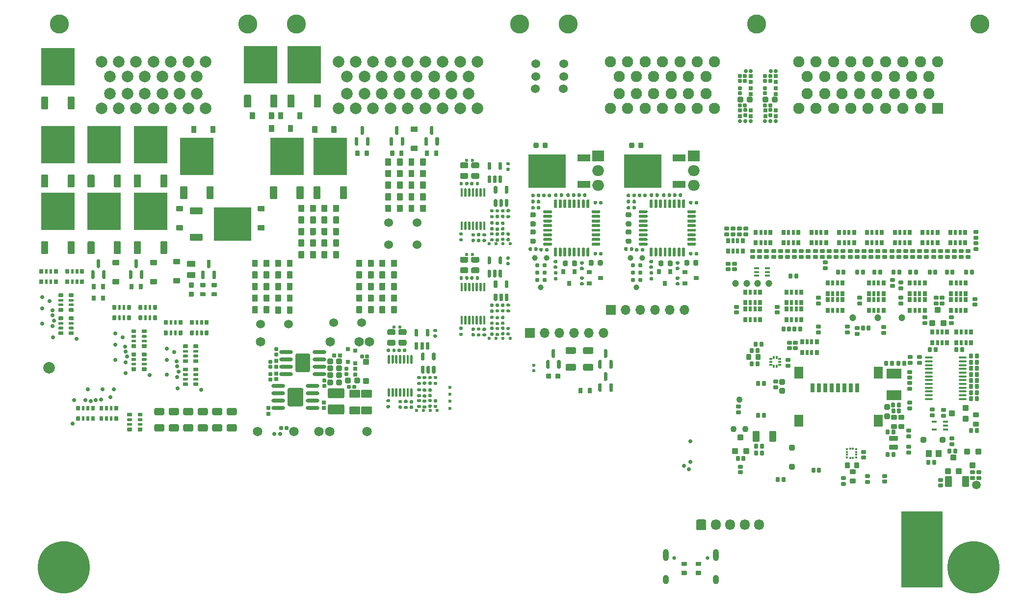
<source format=gbs>
G75*
G70*
%OFA0B0*%
%FSLAX25Y25*%
%IPPOS*%
%LPD*%
%AMOC8*
5,1,8,0,0,1.08239X$1,22.5*
%
%AMM185*
21,1,0.041340,0.026770,0.000000,-0.000000,270.000000*
21,1,0.029130,0.038980,0.000000,-0.000000,270.000000*
1,1,0.012210,-0.013390,-0.014570*
1,1,0.012210,-0.013390,0.014570*
1,1,0.012210,0.013390,0.014570*
1,1,0.012210,0.013390,-0.014570*
%
%AMM186*
21,1,0.076380,0.036220,0.000000,-0.000000,0.000000*
21,1,0.061810,0.050790,0.000000,-0.000000,0.000000*
1,1,0.014570,0.030910,-0.018110*
1,1,0.014570,-0.030910,-0.018110*
1,1,0.014570,-0.030910,0.018110*
1,1,0.014570,0.030910,0.018110*
%
%AMM189*
21,1,0.029130,0.018900,0.000000,-0.000000,0.000000*
21,1,0.018900,0.029130,0.000000,-0.000000,0.000000*
1,1,0.010240,0.009450,-0.009450*
1,1,0.010240,-0.009450,-0.009450*
1,1,0.010240,-0.009450,0.009450*
1,1,0.010240,0.009450,0.009450*
%
%AMM190*
21,1,0.025200,0.019680,0.000000,-0.000000,270.000000*
21,1,0.015750,0.029130,0.000000,-0.000000,270.000000*
1,1,0.009450,-0.009840,-0.007870*
1,1,0.009450,-0.009840,0.007870*
1,1,0.009450,0.009840,0.007870*
1,1,0.009450,0.009840,-0.007870*
%
%AMM191*
21,1,0.025200,0.019680,0.000000,-0.000000,180.000000*
21,1,0.015750,0.029130,0.000000,-0.000000,180.000000*
1,1,0.009450,-0.007870,0.009840*
1,1,0.009450,0.007870,0.009840*
1,1,0.009450,0.007870,-0.009840*
1,1,0.009450,-0.007870,-0.009840*
%
%AMM197*
21,1,0.111810,0.050390,0.000000,-0.000000,0.000000*
21,1,0.093700,0.068500,0.000000,-0.000000,0.000000*
1,1,0.018110,0.046850,-0.025200*
1,1,0.018110,-0.046850,-0.025200*
1,1,0.018110,-0.046850,0.025200*
1,1,0.018110,0.046850,0.025200*
%
%AMM198*
21,1,0.038980,0.026770,0.000000,-0.000000,180.000000*
21,1,0.026770,0.038980,0.000000,-0.000000,180.000000*
1,1,0.012210,-0.013390,0.013390*
1,1,0.012210,0.013390,0.013390*
1,1,0.012210,0.013390,-0.013390*
1,1,0.012210,-0.013390,-0.013390*
%
%AMM199*
21,1,0.029130,0.018900,0.000000,-0.000000,90.000000*
21,1,0.018900,0.029130,0.000000,-0.000000,90.000000*
1,1,0.010240,0.009450,0.009450*
1,1,0.010240,0.009450,-0.009450*
1,1,0.010240,-0.009450,-0.009450*
1,1,0.010240,-0.009450,0.009450*
%
%AMM200*
21,1,0.127560,0.075590,0.000000,-0.000000,90.000000*
21,1,0.103150,0.100000,0.000000,-0.000000,90.000000*
1,1,0.024410,0.037800,0.051580*
1,1,0.024410,0.037800,-0.051580*
1,1,0.024410,-0.037800,-0.051580*
1,1,0.024410,-0.037800,0.051580*
%
%AMM201*
21,1,0.123620,0.083460,0.000000,-0.000000,270.000000*
21,1,0.097240,0.109840,0.000000,-0.000000,270.000000*
1,1,0.026380,-0.041730,-0.048620*
1,1,0.026380,-0.041730,0.048620*
1,1,0.026380,0.041730,0.048620*
1,1,0.026380,0.041730,-0.048620*
%
%AMM276*
21,1,0.016540,0.028980,-0.000000,-0.000000,90.000000*
21,1,0.010080,0.035430,-0.000000,-0.000000,90.000000*
1,1,0.006460,0.014490,0.005040*
1,1,0.006460,0.014490,-0.005040*
1,1,0.006460,-0.014490,-0.005040*
1,1,0.006460,-0.014490,0.005040*
%
%AMM278*
21,1,0.031500,0.018900,-0.000000,-0.000000,0.000000*
21,1,0.022840,0.027560,-0.000000,-0.000000,0.000000*
1,1,0.008660,0.011420,-0.009450*
1,1,0.008660,-0.011420,-0.009450*
1,1,0.008660,-0.011420,0.009450*
1,1,0.008660,0.011420,0.009450*
%
%AMM279*
21,1,0.031500,0.018900,-0.000000,-0.000000,270.000000*
21,1,0.022840,0.027560,-0.000000,-0.000000,270.000000*
1,1,0.008660,-0.009450,-0.011420*
1,1,0.008660,-0.009450,0.011420*
1,1,0.008660,0.009450,0.011420*
1,1,0.008660,0.009450,-0.011420*
%
%AMM283*
21,1,0.039370,0.030320,-0.000000,-0.000000,0.000000*
21,1,0.028350,0.041340,-0.000000,-0.000000,0.000000*
1,1,0.011020,0.014170,-0.015160*
1,1,0.011020,-0.014170,-0.015160*
1,1,0.011020,-0.014170,0.015160*
1,1,0.011020,0.014170,0.015160*
%
%AMM298*
21,1,0.029530,0.026380,-0.000000,-0.000000,0.000000*
21,1,0.020470,0.035430,-0.000000,-0.000000,0.000000*
1,1,0.009060,0.010240,-0.013190*
1,1,0.009060,-0.010240,-0.013190*
1,1,0.009060,-0.010240,0.013190*
1,1,0.009060,0.010240,0.013190*
%
%AMM299*
21,1,0.021650,0.027950,-0.000000,-0.000000,0.000000*
21,1,0.014170,0.035430,-0.000000,-0.000000,0.000000*
1,1,0.007480,0.007090,-0.013980*
1,1,0.007480,-0.007090,-0.013980*
1,1,0.007480,-0.007090,0.013980*
1,1,0.007480,0.007090,0.013980*
%
%AMM300*
21,1,0.039760,0.026770,-0.000000,-0.000000,90.000000*
21,1,0.029130,0.037400,-0.000000,-0.000000,90.000000*
1,1,0.010630,0.013390,0.014570*
1,1,0.010630,0.013390,-0.014570*
1,1,0.010630,-0.013390,-0.014570*
1,1,0.010630,-0.013390,0.014570*
%
%AMM301*
21,1,0.074800,0.036220,-0.000000,-0.000000,90.000000*
21,1,0.061810,0.049210,-0.000000,-0.000000,90.000000*
1,1,0.012990,0.018110,0.030910*
1,1,0.012990,0.018110,-0.030910*
1,1,0.012990,-0.018110,-0.030910*
1,1,0.012990,-0.018110,0.030910*
%
%AMM302*
21,1,0.062990,0.020470,-0.000000,-0.000000,270.000000*
21,1,0.053940,0.029530,-0.000000,-0.000000,270.000000*
1,1,0.009060,-0.010240,-0.026970*
1,1,0.009060,-0.010240,0.026970*
1,1,0.009060,0.010240,0.026970*
1,1,0.009060,0.010240,-0.026970*
%
%AMM303*
21,1,0.082680,0.045670,-0.000000,-0.000000,270.000000*
21,1,0.067320,0.061020,-0.000000,-0.000000,270.000000*
1,1,0.015350,-0.022840,-0.033660*
1,1,0.015350,-0.022840,0.033660*
1,1,0.015350,0.022840,0.033660*
1,1,0.015350,0.022840,-0.033660*
%
%AMM304*
21,1,0.039760,0.026770,-0.000000,-0.000000,180.000000*
21,1,0.029130,0.037400,-0.000000,-0.000000,180.000000*
1,1,0.010630,-0.014570,0.013390*
1,1,0.010630,0.014570,0.013390*
1,1,0.010630,0.014570,-0.013390*
1,1,0.010630,-0.014570,-0.013390*
%
%AMM305*
21,1,0.031500,0.030710,-0.000000,-0.000000,180.000000*
21,1,0.022050,0.040160,-0.000000,-0.000000,180.000000*
1,1,0.009450,-0.011020,0.015350*
1,1,0.009450,0.011020,0.015350*
1,1,0.009450,0.011020,-0.015350*
1,1,0.009450,-0.011020,-0.015350*
%
%AMM306*
21,1,0.031500,0.030710,-0.000000,-0.000000,90.000000*
21,1,0.022050,0.040160,-0.000000,-0.000000,90.000000*
1,1,0.009450,0.015350,0.011020*
1,1,0.009450,0.015350,-0.011020*
1,1,0.009450,-0.015350,-0.011020*
1,1,0.009450,-0.015350,0.011020*
%
%AMM307*
21,1,0.031500,0.049610,-0.000000,-0.000000,90.000000*
21,1,0.022050,0.059060,-0.000000,-0.000000,90.000000*
1,1,0.009450,0.024800,0.011020*
1,1,0.009450,0.024800,-0.011020*
1,1,0.009450,-0.024800,-0.011020*
1,1,0.009450,-0.024800,0.011020*
%
%AMM308*
21,1,0.037400,0.026770,-0.000000,-0.000000,90.000000*
21,1,0.026770,0.037400,-0.000000,-0.000000,90.000000*
1,1,0.010630,0.013390,0.013390*
1,1,0.010630,0.013390,-0.013390*
1,1,0.010630,-0.013390,-0.013390*
1,1,0.010630,-0.013390,0.013390*
%
%AMM309*
21,1,0.039370,0.030320,-0.000000,-0.000000,270.000000*
21,1,0.028350,0.041340,-0.000000,-0.000000,270.000000*
1,1,0.011020,-0.015160,-0.014170*
1,1,0.011020,-0.015160,0.014170*
1,1,0.011020,0.015160,0.014170*
1,1,0.011020,0.015160,-0.014170*
%
%ADD11R,0.06693X0.06693*%
%ADD12O,0.06693X0.06693*%
%ADD144C,0.02913*%
%ADD145C,0.06457*%
%ADD15C,0.06000*%
%ADD16C,0.02362*%
%ADD163R,0.03543X0.03150*%
%ADD165C,0.05118*%
%ADD166R,0.03150X0.03543*%
%ADD174C,0.03100*%
%ADD177C,0.03900*%
%ADD23O,0.03937X0.08268*%
%ADD24O,0.03937X0.06299*%
%ADD246C,0.04724*%
%ADD247C,0.04294*%
%ADD25R,0.22835X0.25197*%
%ADD26C,0.35433*%
%ADD265R,0.01772X0.01378*%
%ADD266R,0.01378X0.01772*%
%ADD267R,0.01772X0.01870*%
%ADD268R,0.01870X0.01772*%
%ADD270R,0.04331X0.04724*%
%ADD275R,0.09843X0.07087*%
%ADD281O,0.05354X0.01378*%
%ADD30R,0.25197X0.22835*%
%ADD31C,0.05906*%
%ADD319O,0.09213X0.02520*%
%ADD377M185*%
%ADD378M186*%
%ADD381M189*%
%ADD382M190*%
%ADD383M191*%
%ADD389M197*%
%ADD390M198*%
%ADD391M199*%
%ADD392M200*%
%ADD393M201*%
%ADD394R,0.08661X0.04724*%
%ADD395R,0.07874X0.07500*%
%ADD396O,0.07874X0.07500*%
%ADD499M276*%
%ADD501M278*%
%ADD502M279*%
%ADD506M283*%
%ADD521M298*%
%ADD522M299*%
%ADD523M300*%
%ADD524M301*%
%ADD525M302*%
%ADD526M303*%
%ADD527M304*%
%ADD528M305*%
%ADD529M306*%
%ADD530M307*%
%ADD531M308*%
%ADD532M309*%
%ADD54C,0.07874*%
%ADD72R,0.07677X0.07677*%
%ADD73C,0.07677*%
%ADD74O,0.06693X0.07283*%
%ADD89C,0.00472*%
%ADD90C,0.02559*%
%ADD91C,0.12992*%
X0000000Y0000000D02*
%LPD*%
G01*
D89*
X0616437Y0006417D02*
X0588878Y0006417D01*
X0588878Y0057598D01*
X0616437Y0057598D01*
X0616437Y0006417D01*
G36*
X0616437Y0006417D02*
G01*
X0588878Y0006417D01*
X0588878Y0057598D01*
X0616437Y0057598D01*
X0616437Y0006417D01*
G37*
D11*
X0391496Y0194803D03*
D12*
X0401496Y0194803D03*
X0411496Y0194803D03*
X0421496Y0194803D03*
X0431496Y0194803D03*
X0441496Y0194803D03*
D15*
X0172559Y0184961D03*
X0153268Y0184961D03*
X0240354Y0253858D03*
X0259646Y0253858D03*
X0359252Y0344882D03*
X0339961Y0344882D03*
D16*
X0264016Y0126201D03*
X0259291Y0126201D03*
X0268740Y0126201D03*
X0273465Y0126201D03*
X0248031Y0182992D03*
X0244094Y0182992D03*
D90*
X0434394Y0025925D03*
X0457149Y0025925D03*
D23*
X0428764Y0027894D03*
D24*
X0428764Y0011437D03*
D23*
X0462779Y0027894D03*
D24*
X0462779Y0011437D03*
D11*
X0336299Y0179055D03*
D12*
X0346299Y0179055D03*
X0356299Y0179055D03*
X0366299Y0179055D03*
X0376299Y0179055D03*
X0386299Y0179055D03*
D26*
X0637795Y0019606D03*
D16*
X0061831Y0159122D03*
X0054607Y0160795D03*
X0062678Y0162960D03*
X0061831Y0166405D03*
X0061536Y0169751D03*
X0054607Y0171031D03*
X0059764Y0176149D03*
X0054607Y0178708D03*
X0077934Y0150460D03*
X0061890Y0151641D03*
D31*
X0225787Y0112126D03*
X0200591Y0112126D03*
X0193110Y0112126D03*
X0176181Y0112126D03*
D16*
X0166732Y0110354D03*
X0162795Y0110354D03*
D31*
X0151575Y0112126D03*
X0227559Y0173150D03*
X0220276Y0173150D03*
X0200787Y0173150D03*
X0153346Y0173150D03*
D16*
X0503543Y0322854D03*
X0499803Y0322854D03*
X0496063Y0322854D03*
X0500000Y0357106D03*
X0503543Y0357106D03*
X0282185Y0137224D03*
X0282185Y0141949D03*
X0282185Y0132500D03*
X0282185Y0127776D03*
X0338976Y0153209D03*
X0338976Y0157146D03*
D16*
X0034299Y0133366D03*
X0035972Y0140590D03*
X0038137Y0132519D03*
X0041582Y0133366D03*
X0044929Y0133661D03*
X0046208Y0140590D03*
X0051326Y0135433D03*
X0053885Y0140590D03*
X0025637Y0117263D03*
X0026818Y0133307D03*
D15*
X0202953Y0186142D03*
X0222244Y0186142D03*
D16*
X0012225Y0183629D03*
X0005000Y0185303D03*
X0013071Y0187468D03*
X0012225Y0190913D03*
X0011930Y0194259D03*
X0005000Y0195539D03*
X0010158Y0200657D03*
X0005000Y0203216D03*
X0028327Y0174968D03*
X0012284Y0176149D03*
D16*
X0313484Y0239587D03*
X0308760Y0239587D03*
X0318209Y0239587D03*
X0322933Y0239587D03*
X0297500Y0296378D03*
X0293563Y0296378D03*
D26*
X0019685Y0019606D03*
D16*
X0444390Y0086437D03*
X0440945Y0088504D03*
X0445571Y0091457D03*
X0445276Y0105433D03*
D91*
X0329331Y0388898D03*
X0177756Y0388898D03*
D54*
X0300787Y0331811D03*
X0288976Y0331811D03*
X0277165Y0331811D03*
X0265354Y0331811D03*
X0253543Y0331811D03*
X0241732Y0331811D03*
X0229921Y0331811D03*
X0218110Y0331811D03*
X0206299Y0331811D03*
X0294882Y0341654D03*
X0283071Y0341654D03*
X0271260Y0341654D03*
X0259449Y0341654D03*
X0247638Y0341654D03*
X0235827Y0341654D03*
X0224016Y0341654D03*
X0212205Y0341654D03*
X0294882Y0353465D03*
X0283071Y0353465D03*
X0271260Y0353465D03*
X0259449Y0353465D03*
X0247638Y0353465D03*
X0235827Y0353465D03*
X0224016Y0353465D03*
X0212205Y0353465D03*
X0300787Y0363307D03*
X0288976Y0363307D03*
X0277165Y0363307D03*
X0265354Y0363307D03*
X0253543Y0363307D03*
X0241732Y0363307D03*
X0229921Y0363307D03*
X0218110Y0363307D03*
X0206299Y0363307D03*
D91*
X0144685Y0388898D03*
X0016732Y0388898D03*
D54*
X0116142Y0331811D03*
X0104331Y0331811D03*
X0092520Y0331811D03*
X0080709Y0331811D03*
X0068898Y0331811D03*
X0057087Y0331811D03*
X0045276Y0331811D03*
X0110236Y0341654D03*
X0098425Y0341654D03*
X0086614Y0341654D03*
X0074803Y0341654D03*
X0062992Y0341654D03*
X0051181Y0341654D03*
X0110236Y0353465D03*
X0098425Y0353465D03*
X0086614Y0353465D03*
X0074803Y0353465D03*
X0062992Y0353465D03*
X0051181Y0353465D03*
X0116142Y0363307D03*
X0104331Y0363307D03*
X0092520Y0363307D03*
X0080709Y0363307D03*
X0068898Y0363307D03*
X0057087Y0363307D03*
X0045276Y0363307D03*
D15*
X0259646Y0238898D03*
X0240354Y0238898D03*
D16*
X0096871Y0148885D03*
X0089646Y0150559D03*
X0097717Y0152724D03*
X0096871Y0156169D03*
X0096575Y0159515D03*
X0089646Y0160795D03*
X0094804Y0165913D03*
X0089646Y0168472D03*
X0112973Y0140224D03*
X0096930Y0141405D03*
D15*
X0359567Y0362126D03*
X0340276Y0362126D03*
X0359567Y0353465D03*
X0340276Y0353465D03*
D16*
X0313484Y0175413D03*
X0308760Y0175413D03*
X0318209Y0175413D03*
X0322933Y0175413D03*
X0297500Y0232205D03*
X0293563Y0232205D03*
D91*
X0362480Y0388899D03*
X0490433Y0388899D03*
X0642008Y0388899D03*
D72*
X0613465Y0331812D03*
D73*
X0601654Y0331812D03*
X0589843Y0331812D03*
X0578031Y0331812D03*
X0566220Y0331812D03*
X0554409Y0331812D03*
X0542598Y0331812D03*
X0530787Y0331812D03*
X0518976Y0331812D03*
X0607559Y0341655D03*
X0595748Y0341655D03*
X0583937Y0341655D03*
X0572126Y0341655D03*
X0560315Y0341655D03*
X0548504Y0341655D03*
X0536693Y0341655D03*
X0524882Y0341655D03*
X0607559Y0353466D03*
X0595748Y0353466D03*
X0583937Y0353466D03*
X0572126Y0353466D03*
X0560315Y0353466D03*
X0548504Y0353466D03*
X0536693Y0353466D03*
X0524882Y0353466D03*
X0613465Y0363308D03*
X0601654Y0363308D03*
X0589843Y0363308D03*
X0578031Y0363308D03*
X0566220Y0363308D03*
X0554409Y0363308D03*
X0542598Y0363308D03*
X0530787Y0363308D03*
X0518976Y0363308D03*
X0461890Y0331812D03*
X0450079Y0331812D03*
X0438268Y0331812D03*
X0426457Y0331812D03*
X0414646Y0331812D03*
X0402835Y0331812D03*
X0391024Y0331812D03*
X0455984Y0341655D03*
X0444173Y0341655D03*
X0432362Y0341655D03*
X0420551Y0341655D03*
X0408740Y0341655D03*
X0396929Y0341655D03*
X0455984Y0353466D03*
X0444173Y0353466D03*
X0432362Y0353466D03*
X0420551Y0353466D03*
X0408740Y0353466D03*
X0396929Y0353466D03*
X0461890Y0363308D03*
X0450079Y0363308D03*
X0438268Y0363308D03*
X0426457Y0363308D03*
X0414646Y0363308D03*
X0402835Y0363308D03*
X0391024Y0363308D03*
D16*
X0486516Y0322854D03*
X0482776Y0322854D03*
X0479035Y0322854D03*
X0482972Y0357106D03*
X0486516Y0357106D03*
G36*
G01*
X0449409Y0045866D02*
X0449409Y0051181D01*
G75*
G02*
X0450394Y0052165I0000984J0000000D01*
G01*
X0455118Y0052165D01*
G75*
G02*
X0456102Y0051181I0000000J-000984D01*
G01*
X0456102Y0045866D01*
G75*
G02*
X0455118Y0044882I-000984J0000000D01*
G01*
X0450394Y0044882D01*
G75*
G02*
X0449409Y0045866I0000000J0000984D01*
G01*
G37*
D74*
X0462598Y0048524D03*
X0472441Y0048524D03*
X0482283Y0048524D03*
X0492126Y0048524D03*
G36*
G01*
X0163386Y0200610D02*
X0163386Y0204744D01*
G75*
G02*
X0163780Y0205138I0000394J0000000D01*
G01*
X0166929Y0205138D01*
G75*
G02*
X0167323Y0204744I0000000J-000394D01*
G01*
X0167323Y0200610D01*
G75*
G02*
X0166929Y0200217I-000394J0000000D01*
G01*
X0163780Y0200217D01*
G75*
G02*
X0163386Y0200610I0000000J0000394D01*
G01*
G37*
G36*
G01*
X0171260Y0200610D02*
X0171260Y0204744D01*
G75*
G02*
X0171654Y0205138I0000394J0000000D01*
G01*
X0174803Y0205138D01*
G75*
G02*
X0175197Y0204744I0000000J-000394D01*
G01*
X0175197Y0200610D01*
G75*
G02*
X0174803Y0200217I-000394J0000000D01*
G01*
X0171654Y0200217D01*
G75*
G02*
X0171260Y0200610I0000000J0000394D01*
G01*
G37*
G36*
G01*
X0194882Y0238012D02*
X0194882Y0242146D01*
G75*
G02*
X0195276Y0242539I0000394J0000000D01*
G01*
X0198425Y0242539D01*
G75*
G02*
X0198819Y0242146I0000000J-000394D01*
G01*
X0198819Y0238012D01*
G75*
G02*
X0198425Y0237618I-000394J0000000D01*
G01*
X0195276Y0237618D01*
G75*
G02*
X0194882Y0238012I0000000J0000394D01*
G01*
G37*
G36*
G01*
X0202756Y0238012D02*
X0202756Y0242146D01*
G75*
G02*
X0203150Y0242539I0000394J0000000D01*
G01*
X0206299Y0242539D01*
G75*
G02*
X0206693Y0242146I0000000J-000394D01*
G01*
X0206693Y0238012D01*
G75*
G02*
X0206299Y0237618I-000394J0000000D01*
G01*
X0203150Y0237618D01*
G75*
G02*
X0202756Y0238012I0000000J0000394D01*
G01*
G37*
G36*
G01*
X0131398Y0127972D02*
X0136319Y0127972D01*
G75*
G02*
X0137303Y0126988I0000000J-000984D01*
G01*
X0137303Y0124035D01*
G75*
G02*
X0136319Y0123051I-000984J0000000D01*
G01*
X0131398Y0123051D01*
G75*
G02*
X0130413Y0124035I0000000J0000984D01*
G01*
X0130413Y0126988D01*
G75*
G02*
X0131398Y0127972I0000984J0000000D01*
G01*
G37*
G36*
G01*
X0131398Y0116949D02*
X0136319Y0116949D01*
G75*
G02*
X0137303Y0115965I0000000J-000984D01*
G01*
X0137303Y0113012D01*
G75*
G02*
X0136319Y0112028I-000984J0000000D01*
G01*
X0131398Y0112028D01*
G75*
G02*
X0130413Y0113012I0000000J0000984D01*
G01*
X0130413Y0115965D01*
G75*
G02*
X0131398Y0116949I0000984J0000000D01*
G01*
G37*
G36*
G01*
X0068642Y0153071D02*
X0066004Y0153071D01*
G75*
G02*
X0065748Y0153327I0000000J0000256D01*
G01*
X0065748Y0155374D01*
G75*
G02*
X0066004Y0155630I0000256J0000000D01*
G01*
X0068642Y0155630D01*
G75*
G02*
X0068898Y0155374I0000000J-000256D01*
G01*
X0068898Y0153327D01*
G75*
G02*
X0068642Y0153071I-000256J0000000D01*
G01*
G37*
G36*
G01*
X0068720Y0156909D02*
X0065925Y0156909D01*
G75*
G02*
X0065748Y0157087I0000000J0000177D01*
G01*
X0065748Y0158504D01*
G75*
G02*
X0065925Y0158681I0000177J0000000D01*
G01*
X0068720Y0158681D01*
G75*
G02*
X0068898Y0158504I0000000J-000177D01*
G01*
X0068898Y0157087D01*
G75*
G02*
X0068720Y0156909I-000177J0000000D01*
G01*
G37*
G36*
G01*
X0068720Y0160059D02*
X0065925Y0160059D01*
G75*
G02*
X0065748Y0160236I0000000J0000177D01*
G01*
X0065748Y0161654D01*
G75*
G02*
X0065925Y0161831I0000177J0000000D01*
G01*
X0068720Y0161831D01*
G75*
G02*
X0068898Y0161654I0000000J-000177D01*
G01*
X0068898Y0160236D01*
G75*
G02*
X0068720Y0160059I-000177J0000000D01*
G01*
G37*
G36*
G01*
X0068642Y0163110D02*
X0066004Y0163110D01*
G75*
G02*
X0065748Y0163366I0000000J0000256D01*
G01*
X0065748Y0165413D01*
G75*
G02*
X0066004Y0165669I0000256J0000000D01*
G01*
X0068642Y0165669D01*
G75*
G02*
X0068898Y0165413I0000000J-000256D01*
G01*
X0068898Y0163366D01*
G75*
G02*
X0068642Y0163110I-000256J0000000D01*
G01*
G37*
G36*
G01*
X0075728Y0163110D02*
X0073091Y0163110D01*
G75*
G02*
X0072835Y0163366I0000000J0000256D01*
G01*
X0072835Y0165413D01*
G75*
G02*
X0073091Y0165669I0000256J0000000D01*
G01*
X0075728Y0165669D01*
G75*
G02*
X0075984Y0165413I0000000J-000256D01*
G01*
X0075984Y0163366D01*
G75*
G02*
X0075728Y0163110I-000256J0000000D01*
G01*
G37*
G36*
G01*
X0075807Y0160059D02*
X0073012Y0160059D01*
G75*
G02*
X0072835Y0160236I0000000J0000177D01*
G01*
X0072835Y0161654D01*
G75*
G02*
X0073012Y0161831I0000177J0000000D01*
G01*
X0075807Y0161831D01*
G75*
G02*
X0075984Y0161654I0000000J-000177D01*
G01*
X0075984Y0160236D01*
G75*
G02*
X0075807Y0160059I-000177J0000000D01*
G01*
G37*
G36*
G01*
X0075807Y0156909D02*
X0073012Y0156909D01*
G75*
G02*
X0072835Y0157087I0000000J0000177D01*
G01*
X0072835Y0158504D01*
G75*
G02*
X0073012Y0158681I0000177J0000000D01*
G01*
X0075807Y0158681D01*
G75*
G02*
X0075984Y0158504I0000000J-000177D01*
G01*
X0075984Y0157087D01*
G75*
G02*
X0075807Y0156909I-000177J0000000D01*
G01*
G37*
G36*
G01*
X0075728Y0153071D02*
X0073091Y0153071D01*
G75*
G02*
X0072835Y0153327I0000000J0000256D01*
G01*
X0072835Y0155374D01*
G75*
G02*
X0073091Y0155630I0000256J0000000D01*
G01*
X0075728Y0155630D01*
G75*
G02*
X0075984Y0155374I0000000J-000256D01*
G01*
X0075984Y0153327D01*
G75*
G02*
X0075728Y0153071I-000256J0000000D01*
G01*
G37*
G36*
G01*
X0253937Y0285256D02*
X0253937Y0289390D01*
G75*
G02*
X0254331Y0289783I0000394J0000000D01*
G01*
X0257480Y0289783D01*
G75*
G02*
X0257874Y0289390I0000000J-000394D01*
G01*
X0257874Y0285256D01*
G75*
G02*
X0257480Y0284862I-000394J0000000D01*
G01*
X0254331Y0284862D01*
G75*
G02*
X0253937Y0285256I0000000J0000394D01*
G01*
G37*
G36*
G01*
X0261811Y0285256D02*
X0261811Y0289390D01*
G75*
G02*
X0262205Y0289783I0000394J0000000D01*
G01*
X0265354Y0289783D01*
G75*
G02*
X0265748Y0289390I0000000J-000394D01*
G01*
X0265748Y0285256D01*
G75*
G02*
X0265354Y0284862I-000394J0000000D01*
G01*
X0262205Y0284862D01*
G75*
G02*
X0261811Y0285256I0000000J0000394D01*
G01*
G37*
G36*
G01*
X0379528Y0168406D02*
X0379528Y0165689D01*
G75*
G02*
X0378622Y0164784I-000906J0000000D01*
G01*
X0373346Y0164784D01*
G75*
G02*
X0372441Y0165689I0000000J0000906D01*
G01*
X0372441Y0168406D01*
G75*
G02*
X0373346Y0169311I0000906J0000000D01*
G01*
X0378622Y0169311D01*
G75*
G02*
X0379528Y0168406I0000000J-000906D01*
G01*
G37*
G36*
G01*
X0379528Y0156988D02*
X0379528Y0154272D01*
G75*
G02*
X0378622Y0153366I-000906J0000000D01*
G01*
X0373346Y0153366D01*
G75*
G02*
X0372441Y0154272I0000000J0000906D01*
G01*
X0372441Y0156988D01*
G75*
G02*
X0373346Y0157894I0000906J0000000D01*
G01*
X0378622Y0157894D01*
G75*
G02*
X0379528Y0156988I0000000J-000906D01*
G01*
G37*
G36*
G01*
X0182126Y0270000D02*
X0178346Y0270000D01*
G75*
G02*
X0177874Y0270472I0000000J0000472D01*
G01*
X0177874Y0278189D01*
G75*
G02*
X0178346Y0278661I0000472J0000000D01*
G01*
X0182126Y0278661D01*
G75*
G02*
X0182598Y0278189I0000000J-000472D01*
G01*
X0182598Y0270472D01*
G75*
G02*
X0182126Y0270000I-000472J0000000D01*
G01*
G37*
D25*
X0171260Y0299134D03*
G36*
G01*
X0164173Y0270000D02*
X0160394Y0270000D01*
G75*
G02*
X0159921Y0270472I0000000J0000472D01*
G01*
X0159921Y0278189D01*
G75*
G02*
X0160394Y0278661I0000472J0000000D01*
G01*
X0164173Y0278661D01*
G75*
G02*
X0164646Y0278189I0000000J-000472D01*
G01*
X0164646Y0270472D01*
G75*
G02*
X0164173Y0270000I-000472J0000000D01*
G01*
G37*
G36*
G01*
X0111713Y0127972D02*
X0116634Y0127972D01*
G75*
G02*
X0117618Y0126988I0000000J-000984D01*
G01*
X0117618Y0124035D01*
G75*
G02*
X0116634Y0123051I-000984J0000000D01*
G01*
X0111713Y0123051D01*
G75*
G02*
X0110728Y0124035I0000000J0000984D01*
G01*
X0110728Y0126988D01*
G75*
G02*
X0111713Y0127972I0000984J0000000D01*
G01*
G37*
G36*
G01*
X0111713Y0116949D02*
X0116634Y0116949D01*
G75*
G02*
X0117618Y0115965I0000000J-000984D01*
G01*
X0117618Y0113012D01*
G75*
G02*
X0116634Y0112028I-000984J0000000D01*
G01*
X0111713Y0112028D01*
G75*
G02*
X0110728Y0113012I0000000J0000984D01*
G01*
X0110728Y0115965D01*
G75*
G02*
X0111713Y0116949I0000984J0000000D01*
G01*
G37*
G36*
G01*
X0442681Y0014436D02*
X0439610Y0014436D01*
G75*
G02*
X0439334Y0014711I0000000J0000276D01*
G01*
X0439334Y0016916D01*
G75*
G02*
X0439610Y0017192I0000276J0000000D01*
G01*
X0442681Y0017192D01*
G75*
G02*
X0442957Y0016916I0000000J-000276D01*
G01*
X0442957Y0014711D01*
G75*
G02*
X0442681Y0014436I-000276J0000000D01*
G01*
G37*
G36*
G01*
X0442681Y0020735D02*
X0439610Y0020735D01*
G75*
G02*
X0439334Y0021011I0000000J0000276D01*
G01*
X0439334Y0023215D01*
G75*
G02*
X0439610Y0023491I0000276J0000000D01*
G01*
X0442681Y0023491D01*
G75*
G02*
X0442957Y0023215I0000000J-000276D01*
G01*
X0442957Y0021011D01*
G75*
G02*
X0442681Y0020735I-000276J0000000D01*
G01*
G37*
G36*
G01*
X0121102Y0270000D02*
X0117323Y0270000D01*
G75*
G02*
X0116850Y0270472I0000000J0000472D01*
G01*
X0116850Y0278189D01*
G75*
G02*
X0117323Y0278661I0000472J0000000D01*
G01*
X0121102Y0278661D01*
G75*
G02*
X0121575Y0278189I0000000J-000472D01*
G01*
X0121575Y0270472D01*
G75*
G02*
X0121102Y0270000I-000472J0000000D01*
G01*
G37*
X0110236Y0299134D03*
G36*
G01*
X0103150Y0270000D02*
X0099370Y0270000D01*
G75*
G02*
X0098898Y0270472I0000000J0000472D01*
G01*
X0098898Y0278189D01*
G75*
G02*
X0099370Y0278661I0000472J0000000D01*
G01*
X0103150Y0278661D01*
G75*
G02*
X0103622Y0278189I0000000J-000472D01*
G01*
X0103622Y0270472D01*
G75*
G02*
X0103150Y0270000I-000472J0000000D01*
G01*
G37*
G36*
G01*
X0356693Y0154744D02*
X0355512Y0154744D01*
G75*
G02*
X0354921Y0155335I0000000J0000591D01*
G01*
X0354921Y0159961D01*
G75*
G02*
X0355512Y0160551I0000591J0000000D01*
G01*
X0356693Y0160551D01*
G75*
G02*
X0357283Y0159961I0000000J-000591D01*
G01*
X0357283Y0155335D01*
G75*
G02*
X0356693Y0154744I-000591J0000000D01*
G01*
G37*
G36*
G01*
X0349213Y0154744D02*
X0348031Y0154744D01*
G75*
G02*
X0347441Y0155335I0000000J0000591D01*
G01*
X0347441Y0159961D01*
G75*
G02*
X0348031Y0160551I0000591J0000000D01*
G01*
X0349213Y0160551D01*
G75*
G02*
X0349803Y0159961I0000000J-000591D01*
G01*
X0349803Y0155335D01*
G75*
G02*
X0349213Y0154744I-000591J0000000D01*
G01*
G37*
G36*
G01*
X0352953Y0162126D02*
X0351772Y0162126D01*
G75*
G02*
X0351181Y0162717I0000000J0000591D01*
G01*
X0351181Y0167343D01*
G75*
G02*
X0351772Y0167933I0000591J0000000D01*
G01*
X0352953Y0167933D01*
G75*
G02*
X0353543Y0167343I0000000J-000591D01*
G01*
X0353543Y0162717D01*
G75*
G02*
X0352953Y0162126I-000591J0000000D01*
G01*
G37*
G36*
G01*
X0098465Y0212717D02*
X0094449Y0212717D01*
G75*
G02*
X0094094Y0213071I0000000J0000354D01*
G01*
X0094094Y0215906D01*
G75*
G02*
X0094449Y0216260I0000354J0000000D01*
G01*
X0098465Y0216260D01*
G75*
G02*
X0098819Y0215906I0000000J-000354D01*
G01*
X0098819Y0213071D01*
G75*
G02*
X0098465Y0212717I-000354J0000000D01*
G01*
G37*
G36*
G01*
X0098465Y0225709D02*
X0094449Y0225709D01*
G75*
G02*
X0094094Y0226063I0000000J0000354D01*
G01*
X0094094Y0228898D01*
G75*
G02*
X0094449Y0229252I0000354J0000000D01*
G01*
X0098465Y0229252D01*
G75*
G02*
X0098819Y0228898I0000000J-000354D01*
G01*
X0098819Y0226063D01*
G75*
G02*
X0098465Y0225709I-000354J0000000D01*
G01*
G37*
G36*
G01*
X0255866Y0319213D02*
X0259882Y0319213D01*
G75*
G02*
X0260236Y0318858I0000000J-000354D01*
G01*
X0260236Y0316024D01*
G75*
G02*
X0259882Y0315669I-000354J0000000D01*
G01*
X0255866Y0315669D01*
G75*
G02*
X0255512Y0316024I0000000J0000354D01*
G01*
X0255512Y0318858D01*
G75*
G02*
X0255866Y0319213I0000354J0000000D01*
G01*
G37*
G36*
G01*
X0255866Y0306220D02*
X0259882Y0306220D01*
G75*
G02*
X0260236Y0305866I0000000J-000354D01*
G01*
X0260236Y0303031D01*
G75*
G02*
X0259882Y0302677I-000354J0000000D01*
G01*
X0255866Y0302677D01*
G75*
G02*
X0255512Y0303031I0000000J0000354D01*
G01*
X0255512Y0305866D01*
G75*
G02*
X0255866Y0306220I0000354J0000000D01*
G01*
G37*
G36*
G01*
X0274016Y0306319D02*
X0272835Y0306319D01*
G75*
G02*
X0272244Y0306909I0000000J0000591D01*
G01*
X0272244Y0311535D01*
G75*
G02*
X0272835Y0312126I0000591J0000000D01*
G01*
X0274016Y0312126D01*
G75*
G02*
X0274606Y0311535I0000000J-000591D01*
G01*
X0274606Y0306909D01*
G75*
G02*
X0274016Y0306319I-000591J0000000D01*
G01*
G37*
G36*
G01*
X0270276Y0313701D02*
X0269094Y0313701D01*
G75*
G02*
X0268504Y0314291I0000000J0000591D01*
G01*
X0268504Y0318917D01*
G75*
G02*
X0269094Y0319508I0000591J0000000D01*
G01*
X0270276Y0319508D01*
G75*
G02*
X0270866Y0318917I0000000J-000591D01*
G01*
X0270866Y0314291D01*
G75*
G02*
X0270276Y0313701I-000591J0000000D01*
G01*
G37*
G36*
G01*
X0266535Y0306319D02*
X0265354Y0306319D01*
G75*
G02*
X0264764Y0306909I0000000J0000591D01*
G01*
X0264764Y0311535D01*
G75*
G02*
X0265354Y0312126I0000591J0000000D01*
G01*
X0266535Y0312126D01*
G75*
G02*
X0267126Y0311535I0000000J-000591D01*
G01*
X0267126Y0306909D01*
G75*
G02*
X0266535Y0306319I-000591J0000000D01*
G01*
G37*
G36*
G01*
X0082185Y0127972D02*
X0087106Y0127972D01*
G75*
G02*
X0088091Y0126988I0000000J-000984D01*
G01*
X0088091Y0124035D01*
G75*
G02*
X0087106Y0123051I-000984J0000000D01*
G01*
X0082185Y0123051D01*
G75*
G02*
X0081201Y0124035I0000000J0000984D01*
G01*
X0081201Y0126988D01*
G75*
G02*
X0082185Y0127972I0000984J0000000D01*
G01*
G37*
G36*
G01*
X0082185Y0116949D02*
X0087106Y0116949D01*
G75*
G02*
X0088091Y0115965I0000000J-000984D01*
G01*
X0088091Y0113012D01*
G75*
G02*
X0087106Y0112028I-000984J0000000D01*
G01*
X0082185Y0112028D01*
G75*
G02*
X0081201Y0113012I0000000J0000984D01*
G01*
X0081201Y0115965D01*
G75*
G02*
X0082185Y0116949I0000984J0000000D01*
G01*
G37*
G36*
G01*
X0188583Y0315236D02*
X0188583Y0319252D01*
G75*
G02*
X0188937Y0319606I0000354J0000000D01*
G01*
X0191772Y0319606D01*
G75*
G02*
X0192126Y0319252I0000000J-000354D01*
G01*
X0192126Y0315236D01*
G75*
G02*
X0191772Y0314882I-000354J0000000D01*
G01*
X0188937Y0314882D01*
G75*
G02*
X0188583Y0315236I0000000J0000354D01*
G01*
G37*
G36*
G01*
X0201575Y0315236D02*
X0201575Y0319252D01*
G75*
G02*
X0201929Y0319606I0000354J0000000D01*
G01*
X0204764Y0319606D01*
G75*
G02*
X0205118Y0319252I0000000J-000354D01*
G01*
X0205118Y0315236D01*
G75*
G02*
X0204764Y0314882I-000354J0000000D01*
G01*
X0201929Y0314882D01*
G75*
G02*
X0201575Y0315236I0000000J0000354D01*
G01*
G37*
G36*
G01*
X0082717Y0212126D02*
X0078701Y0212126D01*
G75*
G02*
X0078346Y0212480I0000000J0000354D01*
G01*
X0078346Y0215315D01*
G75*
G02*
X0078701Y0215669I0000354J0000000D01*
G01*
X0082717Y0215669D01*
G75*
G02*
X0083071Y0215315I0000000J-000354D01*
G01*
X0083071Y0212480D01*
G75*
G02*
X0082717Y0212126I-000354J0000000D01*
G01*
G37*
G36*
G01*
X0082717Y0225118D02*
X0078701Y0225118D01*
G75*
G02*
X0078346Y0225472I0000000J0000354D01*
G01*
X0078346Y0228307D01*
G75*
G02*
X0078701Y0228661I0000354J0000000D01*
G01*
X0082717Y0228661D01*
G75*
G02*
X0083071Y0228307I0000000J-000354D01*
G01*
X0083071Y0225472D01*
G75*
G02*
X0082717Y0225118I-000354J0000000D01*
G01*
G37*
G36*
G01*
X0234252Y0216358D02*
X0234252Y0220492D01*
G75*
G02*
X0234646Y0220886I0000394J0000000D01*
G01*
X0237795Y0220886D01*
G75*
G02*
X0238189Y0220492I0000000J-000394D01*
G01*
X0238189Y0216358D01*
G75*
G02*
X0237795Y0215965I-000394J0000000D01*
G01*
X0234646Y0215965D01*
G75*
G02*
X0234252Y0216358I0000000J0000394D01*
G01*
G37*
G36*
G01*
X0242126Y0216358D02*
X0242126Y0220492D01*
G75*
G02*
X0242520Y0220886I0000394J0000000D01*
G01*
X0245669Y0220886D01*
G75*
G02*
X0246063Y0220492I0000000J-000394D01*
G01*
X0246063Y0216358D01*
G75*
G02*
X0245669Y0215965I-000394J0000000D01*
G01*
X0242520Y0215965D01*
G75*
G02*
X0242126Y0216358I0000000J0000394D01*
G01*
G37*
G36*
G01*
X0121555Y0127972D02*
X0126476Y0127972D01*
G75*
G02*
X0127461Y0126988I0000000J-000984D01*
G01*
X0127461Y0124035D01*
G75*
G02*
X0126476Y0123051I-000984J0000000D01*
G01*
X0121555Y0123051D01*
G75*
G02*
X0120571Y0124035I0000000J0000984D01*
G01*
X0120571Y0126988D01*
G75*
G02*
X0121555Y0127972I0000984J0000000D01*
G01*
G37*
G36*
G01*
X0121555Y0116949D02*
X0126476Y0116949D01*
G75*
G02*
X0127461Y0115965I0000000J-000984D01*
G01*
X0127461Y0113012D01*
G75*
G02*
X0126476Y0112028I-000984J0000000D01*
G01*
X0121555Y0112028D01*
G75*
G02*
X0120571Y0113012I0000000J0000984D01*
G01*
X0120571Y0115965D01*
G75*
G02*
X0121555Y0116949I0000984J0000000D01*
G01*
G37*
G36*
G01*
X0101870Y0127972D02*
X0106791Y0127972D01*
G75*
G02*
X0107776Y0126988I0000000J-000984D01*
G01*
X0107776Y0124035D01*
G75*
G02*
X0106791Y0123051I-000984J0000000D01*
G01*
X0101870Y0123051D01*
G75*
G02*
X0100886Y0124035I0000000J0000984D01*
G01*
X0100886Y0126988D01*
G75*
G02*
X0101870Y0127972I0000984J0000000D01*
G01*
G37*
G36*
G01*
X0101870Y0116949D02*
X0106791Y0116949D01*
G75*
G02*
X0107776Y0115965I0000000J-000984D01*
G01*
X0107776Y0113012D01*
G75*
G02*
X0106791Y0112028I-000984J0000000D01*
G01*
X0101870Y0112028D01*
G75*
G02*
X0100886Y0113012I0000000J0000984D01*
G01*
X0100886Y0115965D01*
G75*
G02*
X0101870Y0116949I0000984J0000000D01*
G01*
G37*
G36*
G01*
X0190945Y0242146D02*
X0190945Y0238012D01*
G75*
G02*
X0190551Y0237618I-000394J0000000D01*
G01*
X0187402Y0237618D01*
G75*
G02*
X0187008Y0238012I0000000J0000394D01*
G01*
X0187008Y0242146D01*
G75*
G02*
X0187402Y0242539I0000394J0000000D01*
G01*
X0190551Y0242539D01*
G75*
G02*
X0190945Y0242146I0000000J-000394D01*
G01*
G37*
G36*
G01*
X0183071Y0242146D02*
X0183071Y0238012D01*
G75*
G02*
X0182677Y0237618I-000394J0000000D01*
G01*
X0179528Y0237618D01*
G75*
G02*
X0179134Y0238012I0000000J0000394D01*
G01*
X0179134Y0242146D01*
G75*
G02*
X0179528Y0242539I0000394J0000000D01*
G01*
X0182677Y0242539D01*
G75*
G02*
X0183071Y0242146I0000000J-000394D01*
G01*
G37*
G36*
G01*
X0089606Y0277874D02*
X0085827Y0277874D01*
G75*
G02*
X0085354Y0278346I0000000J0000472D01*
G01*
X0085354Y0286063D01*
G75*
G02*
X0085827Y0286535I0000472J0000000D01*
G01*
X0089606Y0286535D01*
G75*
G02*
X0090079Y0286063I0000000J-000472D01*
G01*
X0090079Y0278346D01*
G75*
G02*
X0089606Y0277874I-000472J0000000D01*
G01*
G37*
X0078740Y0307008D03*
G36*
G01*
X0071654Y0277874D02*
X0067874Y0277874D01*
G75*
G02*
X0067402Y0278346I0000000J0000472D01*
G01*
X0067402Y0286063D01*
G75*
G02*
X0067874Y0286535I0000472J0000000D01*
G01*
X0071654Y0286535D01*
G75*
G02*
X0072126Y0286063I0000000J-000472D01*
G01*
X0072126Y0278346D01*
G75*
G02*
X0071654Y0277874I-000472J0000000D01*
G01*
G37*
G36*
G01*
X0194882Y0261634D02*
X0194882Y0265768D01*
G75*
G02*
X0195276Y0266161I0000394J0000000D01*
G01*
X0198425Y0266161D01*
G75*
G02*
X0198819Y0265768I0000000J-000394D01*
G01*
X0198819Y0261634D01*
G75*
G02*
X0198425Y0261240I-000394J0000000D01*
G01*
X0195276Y0261240D01*
G75*
G02*
X0194882Y0261634I0000000J0000394D01*
G01*
G37*
G36*
G01*
X0202756Y0261634D02*
X0202756Y0265768D01*
G75*
G02*
X0203150Y0266161I0000394J0000000D01*
G01*
X0206299Y0266161D01*
G75*
G02*
X0206693Y0265768I0000000J-000394D01*
G01*
X0206693Y0261634D01*
G75*
G02*
X0206299Y0261240I-000394J0000000D01*
G01*
X0203150Y0261240D01*
G75*
G02*
X0202756Y0261634I0000000J0000394D01*
G01*
G37*
G36*
G01*
X0378543Y0141220D02*
X0378543Y0138150D01*
G75*
G02*
X0378268Y0137874I-000276J0000000D01*
G01*
X0376063Y0137874D01*
G75*
G02*
X0375787Y0138150I0000000J0000276D01*
G01*
X0375787Y0141220D01*
G75*
G02*
X0376063Y0141496I0000276J0000000D01*
G01*
X0378268Y0141496D01*
G75*
G02*
X0378543Y0141220I0000000J-000276D01*
G01*
G37*
G36*
G01*
X0372244Y0141220D02*
X0372244Y0138150D01*
G75*
G02*
X0371969Y0137874I-000276J0000000D01*
G01*
X0369764Y0137874D01*
G75*
G02*
X0369488Y0138150I0000000J0000276D01*
G01*
X0369488Y0141220D01*
G75*
G02*
X0369764Y0141496I0000276J0000000D01*
G01*
X0371969Y0141496D01*
G75*
G02*
X0372244Y0141220I0000000J-000276D01*
G01*
G37*
G36*
G01*
X0115709Y0203858D02*
X0112638Y0203858D01*
G75*
G02*
X0112362Y0204134I0000000J0000276D01*
G01*
X0112362Y0206339D01*
G75*
G02*
X0112638Y0206614I0000276J0000000D01*
G01*
X0115709Y0206614D01*
G75*
G02*
X0115984Y0206339I0000000J-000276D01*
G01*
X0115984Y0204134D01*
G75*
G02*
X0115709Y0203858I-000276J0000000D01*
G01*
G37*
G36*
G01*
X0115709Y0210157D02*
X0112638Y0210157D01*
G75*
G02*
X0112362Y0210433I0000000J0000276D01*
G01*
X0112362Y0212638D01*
G75*
G02*
X0112638Y0212913I0000276J0000000D01*
G01*
X0115709Y0212913D01*
G75*
G02*
X0115984Y0212638I0000000J-000276D01*
G01*
X0115984Y0210433D01*
G75*
G02*
X0115709Y0210157I-000276J0000000D01*
G01*
G37*
G36*
G01*
X0190945Y0257894D02*
X0190945Y0253760D01*
G75*
G02*
X0190551Y0253366I-000394J0000000D01*
G01*
X0187402Y0253366D01*
G75*
G02*
X0187008Y0253760I0000000J0000394D01*
G01*
X0187008Y0257894D01*
G75*
G02*
X0187402Y0258287I0000394J0000000D01*
G01*
X0190551Y0258287D01*
G75*
G02*
X0190945Y0257894I0000000J-000394D01*
G01*
G37*
G36*
G01*
X0183071Y0257894D02*
X0183071Y0253760D01*
G75*
G02*
X0182677Y0253366I-000394J0000000D01*
G01*
X0179528Y0253366D01*
G75*
G02*
X0179134Y0253760I0000000J0000394D01*
G01*
X0179134Y0257894D01*
G75*
G02*
X0179528Y0258287I0000394J0000000D01*
G01*
X0182677Y0258287D01*
G75*
G02*
X0183071Y0257894I0000000J-000394D01*
G01*
G37*
G36*
G01*
X0123583Y0203858D02*
X0120512Y0203858D01*
G75*
G02*
X0120236Y0204134I0000000J0000276D01*
G01*
X0120236Y0206339D01*
G75*
G02*
X0120512Y0206614I0000276J0000000D01*
G01*
X0123583Y0206614D01*
G75*
G02*
X0123858Y0206339I0000000J-000276D01*
G01*
X0123858Y0204134D01*
G75*
G02*
X0123583Y0203858I-000276J0000000D01*
G01*
G37*
G36*
G01*
X0123583Y0210157D02*
X0120512Y0210157D01*
G75*
G02*
X0120236Y0210433I0000000J0000276D01*
G01*
X0120236Y0212638D01*
G75*
G02*
X0120512Y0212913I0000276J0000000D01*
G01*
X0123583Y0212913D01*
G75*
G02*
X0123858Y0212638I0000000J-000276D01*
G01*
X0123858Y0210433D01*
G75*
G02*
X0123583Y0210157I-000276J0000000D01*
G01*
G37*
G36*
G01*
X0194882Y0253760D02*
X0194882Y0257894D01*
G75*
G02*
X0195276Y0258287I0000394J0000000D01*
G01*
X0198425Y0258287D01*
G75*
G02*
X0198819Y0257894I0000000J-000394D01*
G01*
X0198819Y0253760D01*
G75*
G02*
X0198425Y0253366I-000394J0000000D01*
G01*
X0195276Y0253366D01*
G75*
G02*
X0194882Y0253760I0000000J0000394D01*
G01*
G37*
G36*
G01*
X0202756Y0253760D02*
X0202756Y0257894D01*
G75*
G02*
X0203150Y0258287I0000394J0000000D01*
G01*
X0206299Y0258287D01*
G75*
G02*
X0206693Y0257894I0000000J-000394D01*
G01*
X0206693Y0253760D01*
G75*
G02*
X0206299Y0253366I-000394J0000000D01*
G01*
X0203150Y0253366D01*
G75*
G02*
X0202756Y0253760I0000000J0000394D01*
G01*
G37*
G36*
G01*
X0058110Y0277874D02*
X0054331Y0277874D01*
G75*
G02*
X0053858Y0278346I0000000J0000472D01*
G01*
X0053858Y0286063D01*
G75*
G02*
X0054331Y0286535I0000472J0000000D01*
G01*
X0058110Y0286535D01*
G75*
G02*
X0058583Y0286063I0000000J-000472D01*
G01*
X0058583Y0278346D01*
G75*
G02*
X0058110Y0277874I-000472J0000000D01*
G01*
G37*
X0047244Y0307008D03*
G36*
G01*
X0040157Y0277874D02*
X0036378Y0277874D01*
G75*
G02*
X0035906Y0278346I0000000J0000472D01*
G01*
X0035906Y0286063D01*
G75*
G02*
X0036378Y0286535I0000472J0000000D01*
G01*
X0040157Y0286535D01*
G75*
G02*
X0040630Y0286063I0000000J-000472D01*
G01*
X0040630Y0278346D01*
G75*
G02*
X0040157Y0277874I-000472J0000000D01*
G01*
G37*
G36*
G01*
X0155846Y0248740D02*
X0151831Y0248740D01*
G75*
G02*
X0151476Y0249094I0000000J0000354D01*
G01*
X0151476Y0251929D01*
G75*
G02*
X0151831Y0252283I0000354J0000000D01*
G01*
X0155846Y0252283D01*
G75*
G02*
X0156201Y0251929I0000000J-000354D01*
G01*
X0156201Y0249094D01*
G75*
G02*
X0155846Y0248740I-000354J0000000D01*
G01*
G37*
G36*
G01*
X0155846Y0261732D02*
X0151831Y0261732D01*
G75*
G02*
X0151476Y0262087I0000000J0000354D01*
G01*
X0151476Y0264921D01*
G75*
G02*
X0151831Y0265276I0000354J0000000D01*
G01*
X0155846Y0265276D01*
G75*
G02*
X0156201Y0264921I0000000J-000354D01*
G01*
X0156201Y0262087D01*
G75*
G02*
X0155846Y0261732I-000354J0000000D01*
G01*
G37*
G36*
G01*
X0020866Y0219567D02*
X0020866Y0222205D01*
G75*
G02*
X0021122Y0222461I0000256J0000000D01*
G01*
X0023169Y0222461D01*
G75*
G02*
X0023425Y0222205I0000000J-000256D01*
G01*
X0023425Y0219567D01*
G75*
G02*
X0023169Y0219311I-000256J0000000D01*
G01*
X0021122Y0219311D01*
G75*
G02*
X0020866Y0219567I0000000J0000256D01*
G01*
G37*
G36*
G01*
X0024705Y0219488D02*
X0024705Y0222283D01*
G75*
G02*
X0024882Y0222461I0000177J0000000D01*
G01*
X0026299Y0222461D01*
G75*
G02*
X0026476Y0222283I0000000J-000177D01*
G01*
X0026476Y0219488D01*
G75*
G02*
X0026299Y0219311I-000177J0000000D01*
G01*
X0024882Y0219311D01*
G75*
G02*
X0024705Y0219488I0000000J0000177D01*
G01*
G37*
G36*
G01*
X0027854Y0219488D02*
X0027854Y0222283D01*
G75*
G02*
X0028031Y0222461I0000177J0000000D01*
G01*
X0029449Y0222461D01*
G75*
G02*
X0029626Y0222283I0000000J-000177D01*
G01*
X0029626Y0219488D01*
G75*
G02*
X0029449Y0219311I-000177J0000000D01*
G01*
X0028031Y0219311D01*
G75*
G02*
X0027854Y0219488I0000000J0000177D01*
G01*
G37*
G36*
G01*
X0030906Y0219567D02*
X0030906Y0222205D01*
G75*
G02*
X0031161Y0222461I0000256J0000000D01*
G01*
X0033209Y0222461D01*
G75*
G02*
X0033465Y0222205I0000000J-000256D01*
G01*
X0033465Y0219567D01*
G75*
G02*
X0033209Y0219311I-000256J0000000D01*
G01*
X0031161Y0219311D01*
G75*
G02*
X0030906Y0219567I0000000J0000256D01*
G01*
G37*
G36*
G01*
X0030906Y0212480D02*
X0030906Y0215118D01*
G75*
G02*
X0031161Y0215374I0000256J0000000D01*
G01*
X0033209Y0215374D01*
G75*
G02*
X0033465Y0215118I0000000J-000256D01*
G01*
X0033465Y0212480D01*
G75*
G02*
X0033209Y0212224I-000256J0000000D01*
G01*
X0031161Y0212224D01*
G75*
G02*
X0030906Y0212480I0000000J0000256D01*
G01*
G37*
G36*
G01*
X0027854Y0212402D02*
X0027854Y0215197D01*
G75*
G02*
X0028031Y0215374I0000177J0000000D01*
G01*
X0029449Y0215374D01*
G75*
G02*
X0029626Y0215197I0000000J-000177D01*
G01*
X0029626Y0212402D01*
G75*
G02*
X0029449Y0212224I-000177J0000000D01*
G01*
X0028031Y0212224D01*
G75*
G02*
X0027854Y0212402I0000000J0000177D01*
G01*
G37*
G36*
G01*
X0024705Y0212402D02*
X0024705Y0215197D01*
G75*
G02*
X0024882Y0215374I0000177J0000000D01*
G01*
X0026299Y0215374D01*
G75*
G02*
X0026476Y0215197I0000000J-000177D01*
G01*
X0026476Y0212402D01*
G75*
G02*
X0026299Y0212224I-000177J0000000D01*
G01*
X0024882Y0212224D01*
G75*
G02*
X0024705Y0212402I0000000J0000177D01*
G01*
G37*
G36*
G01*
X0020866Y0212480D02*
X0020866Y0215118D01*
G75*
G02*
X0021122Y0215374I0000256J0000000D01*
G01*
X0023169Y0215374D01*
G75*
G02*
X0023425Y0215118I0000000J-000256D01*
G01*
X0023425Y0212480D01*
G75*
G02*
X0023169Y0212224I-000256J0000000D01*
G01*
X0021122Y0212224D01*
G75*
G02*
X0020866Y0212480I0000000J0000256D01*
G01*
G37*
G36*
G01*
X0159055Y0316024D02*
X0159055Y0320039D01*
G75*
G02*
X0159409Y0320394I0000354J0000000D01*
G01*
X0162244Y0320394D01*
G75*
G02*
X0162598Y0320039I0000000J-000354D01*
G01*
X0162598Y0316024D01*
G75*
G02*
X0162244Y0315669I-000354J0000000D01*
G01*
X0159409Y0315669D01*
G75*
G02*
X0159055Y0316024I0000000J0000354D01*
G01*
G37*
G36*
G01*
X0172047Y0316024D02*
X0172047Y0320039D01*
G75*
G02*
X0172402Y0320394I0000354J0000000D01*
G01*
X0175236Y0320394D01*
G75*
G02*
X0175591Y0320039I0000000J-000354D01*
G01*
X0175591Y0316024D01*
G75*
G02*
X0175236Y0315669I-000354J0000000D01*
G01*
X0172402Y0315669D01*
G75*
G02*
X0172047Y0316024I0000000J0000354D01*
G01*
G37*
G36*
G01*
X0026614Y0277874D02*
X0022835Y0277874D01*
G75*
G02*
X0022362Y0278346I0000000J0000472D01*
G01*
X0022362Y0286063D01*
G75*
G02*
X0022835Y0286535I0000472J0000000D01*
G01*
X0026614Y0286535D01*
G75*
G02*
X0027087Y0286063I0000000J-000472D01*
G01*
X0027087Y0278346D01*
G75*
G02*
X0026614Y0277874I-000472J0000000D01*
G01*
G37*
X0015748Y0307008D03*
G36*
G01*
X0008661Y0277874D02*
X0004882Y0277874D01*
G75*
G02*
X0004409Y0278346I0000000J0000472D01*
G01*
X0004409Y0286063D01*
G75*
G02*
X0004882Y0286535I0000472J0000000D01*
G01*
X0008661Y0286535D01*
G75*
G02*
X0009134Y0286063I0000000J-000472D01*
G01*
X0009134Y0278346D01*
G75*
G02*
X0008661Y0277874I-000472J0000000D01*
G01*
G37*
G36*
G01*
X0047835Y0212087D02*
X0047835Y0209016D01*
G75*
G02*
X0047559Y0208740I-000276J0000000D01*
G01*
X0045354Y0208740D01*
G75*
G02*
X0045079Y0209016I0000000J0000276D01*
G01*
X0045079Y0212087D01*
G75*
G02*
X0045354Y0212362I0000276J0000000D01*
G01*
X0047559Y0212362D01*
G75*
G02*
X0047835Y0212087I0000000J-000276D01*
G01*
G37*
G36*
G01*
X0041535Y0212087D02*
X0041535Y0209016D01*
G75*
G02*
X0041260Y0208740I-000276J0000000D01*
G01*
X0039055Y0208740D01*
G75*
G02*
X0038780Y0209016I0000000J0000276D01*
G01*
X0038780Y0212087D01*
G75*
G02*
X0039055Y0212362I0000276J0000000D01*
G01*
X0041260Y0212362D01*
G75*
G02*
X0041535Y0212087I0000000J-000276D01*
G01*
G37*
G36*
G01*
X0057126Y0212126D02*
X0053110Y0212126D01*
G75*
G02*
X0052756Y0212480I0000000J0000354D01*
G01*
X0052756Y0215315D01*
G75*
G02*
X0053110Y0215669I0000354J0000000D01*
G01*
X0057126Y0215669D01*
G75*
G02*
X0057480Y0215315I0000000J-000354D01*
G01*
X0057480Y0212480D01*
G75*
G02*
X0057126Y0212126I-000354J0000000D01*
G01*
G37*
G36*
G01*
X0057126Y0225118D02*
X0053110Y0225118D01*
G75*
G02*
X0052756Y0225472I0000000J0000354D01*
G01*
X0052756Y0228307D01*
G75*
G02*
X0053110Y0228661I0000354J0000000D01*
G01*
X0057126Y0228661D01*
G75*
G02*
X0057480Y0228307I0000000J-000354D01*
G01*
X0057480Y0225472D01*
G75*
G02*
X0057126Y0225118I-000354J0000000D01*
G01*
G37*
G36*
G01*
X0058110Y0232598D02*
X0054331Y0232598D01*
G75*
G02*
X0053858Y0233071I0000000J0000472D01*
G01*
X0053858Y0240787D01*
G75*
G02*
X0054331Y0241260I0000472J0000000D01*
G01*
X0058110Y0241260D01*
G75*
G02*
X0058583Y0240787I0000000J-000472D01*
G01*
X0058583Y0233071D01*
G75*
G02*
X0058110Y0232598I-000472J0000000D01*
G01*
G37*
X0047244Y0261732D03*
G36*
G01*
X0040157Y0232598D02*
X0036378Y0232598D01*
G75*
G02*
X0035906Y0233071I0000000J0000472D01*
G01*
X0035906Y0240787D01*
G75*
G02*
X0036378Y0241260I0000472J0000000D01*
G01*
X0040157Y0241260D01*
G75*
G02*
X0040630Y0240787I0000000J-000472D01*
G01*
X0040630Y0233071D01*
G75*
G02*
X0040157Y0232598I-000472J0000000D01*
G01*
G37*
G36*
G01*
X0250000Y0281516D02*
X0250000Y0277382D01*
G75*
G02*
X0249606Y0276988I-000394J0000000D01*
G01*
X0246457Y0276988D01*
G75*
G02*
X0246063Y0277382I0000000J0000394D01*
G01*
X0246063Y0281516D01*
G75*
G02*
X0246457Y0281909I0000394J0000000D01*
G01*
X0249606Y0281909D01*
G75*
G02*
X0250000Y0281516I0000000J-000394D01*
G01*
G37*
G36*
G01*
X0242126Y0281516D02*
X0242126Y0277382D01*
G75*
G02*
X0241732Y0276988I-000394J0000000D01*
G01*
X0238583Y0276988D01*
G75*
G02*
X0238189Y0277382I0000000J0000394D01*
G01*
X0238189Y0281516D01*
G75*
G02*
X0238583Y0281909I0000394J0000000D01*
G01*
X0241732Y0281909D01*
G75*
G02*
X0242126Y0281516I0000000J-000394D01*
G01*
G37*
G36*
G01*
X0230315Y0220492D02*
X0230315Y0216358D01*
G75*
G02*
X0229921Y0215965I-000394J0000000D01*
G01*
X0226772Y0215965D01*
G75*
G02*
X0226378Y0216358I0000000J0000394D01*
G01*
X0226378Y0220492D01*
G75*
G02*
X0226772Y0220886I0000394J0000000D01*
G01*
X0229921Y0220886D01*
G75*
G02*
X0230315Y0220492I0000000J-000394D01*
G01*
G37*
G36*
G01*
X0222441Y0220492D02*
X0222441Y0216358D01*
G75*
G02*
X0222047Y0215965I-000394J0000000D01*
G01*
X0218898Y0215965D01*
G75*
G02*
X0218504Y0216358I0000000J0000394D01*
G01*
X0218504Y0220492D01*
G75*
G02*
X0218898Y0220886I0000394J0000000D01*
G01*
X0222047Y0220886D01*
G75*
G02*
X0222441Y0220492I0000000J-000394D01*
G01*
G37*
G36*
G01*
X0070472Y0195059D02*
X0070472Y0197697D01*
G75*
G02*
X0070728Y0197953I0000256J0000000D01*
G01*
X0072776Y0197953D01*
G75*
G02*
X0073031Y0197697I0000000J-000256D01*
G01*
X0073031Y0195059D01*
G75*
G02*
X0072776Y0194803I-000256J0000000D01*
G01*
X0070728Y0194803D01*
G75*
G02*
X0070472Y0195059I0000000J0000256D01*
G01*
G37*
G36*
G01*
X0074311Y0194980D02*
X0074311Y0197776D01*
G75*
G02*
X0074488Y0197953I0000177J0000000D01*
G01*
X0075906Y0197953D01*
G75*
G02*
X0076083Y0197776I0000000J-000177D01*
G01*
X0076083Y0194980D01*
G75*
G02*
X0075906Y0194803I-000177J0000000D01*
G01*
X0074488Y0194803D01*
G75*
G02*
X0074311Y0194980I0000000J0000177D01*
G01*
G37*
G36*
G01*
X0077461Y0194980D02*
X0077461Y0197776D01*
G75*
G02*
X0077638Y0197953I0000177J0000000D01*
G01*
X0079055Y0197953D01*
G75*
G02*
X0079232Y0197776I0000000J-000177D01*
G01*
X0079232Y0194980D01*
G75*
G02*
X0079055Y0194803I-000177J0000000D01*
G01*
X0077638Y0194803D01*
G75*
G02*
X0077461Y0194980I0000000J0000177D01*
G01*
G37*
G36*
G01*
X0080512Y0195059D02*
X0080512Y0197697D01*
G75*
G02*
X0080768Y0197953I0000256J0000000D01*
G01*
X0082815Y0197953D01*
G75*
G02*
X0083071Y0197697I0000000J-000256D01*
G01*
X0083071Y0195059D01*
G75*
G02*
X0082815Y0194803I-000256J0000000D01*
G01*
X0080768Y0194803D01*
G75*
G02*
X0080512Y0195059I0000000J0000256D01*
G01*
G37*
G36*
G01*
X0080512Y0187972D02*
X0080512Y0190610D01*
G75*
G02*
X0080768Y0190866I0000256J0000000D01*
G01*
X0082815Y0190866D01*
G75*
G02*
X0083071Y0190610I0000000J-000256D01*
G01*
X0083071Y0187972D01*
G75*
G02*
X0082815Y0187717I-000256J0000000D01*
G01*
X0080768Y0187717D01*
G75*
G02*
X0080512Y0187972I0000000J0000256D01*
G01*
G37*
G36*
G01*
X0077461Y0187894D02*
X0077461Y0190689D01*
G75*
G02*
X0077638Y0190866I0000177J0000000D01*
G01*
X0079055Y0190866D01*
G75*
G02*
X0079232Y0190689I0000000J-000177D01*
G01*
X0079232Y0187894D01*
G75*
G02*
X0079055Y0187717I-000177J0000000D01*
G01*
X0077638Y0187717D01*
G75*
G02*
X0077461Y0187894I0000000J0000177D01*
G01*
G37*
G36*
G01*
X0074311Y0187894D02*
X0074311Y0190689D01*
G75*
G02*
X0074488Y0190866I0000177J0000000D01*
G01*
X0075906Y0190866D01*
G75*
G02*
X0076083Y0190689I0000000J-000177D01*
G01*
X0076083Y0187894D01*
G75*
G02*
X0075906Y0187717I-000177J0000000D01*
G01*
X0074488Y0187717D01*
G75*
G02*
X0074311Y0187894I0000000J0000177D01*
G01*
G37*
G36*
G01*
X0070472Y0187972D02*
X0070472Y0190610D01*
G75*
G02*
X0070728Y0190866I0000256J0000000D01*
G01*
X0072776Y0190866D01*
G75*
G02*
X0073031Y0190610I0000000J-000256D01*
G01*
X0073031Y0187972D01*
G75*
G02*
X0072776Y0187717I-000256J0000000D01*
G01*
X0070728Y0187717D01*
G75*
G02*
X0070472Y0187972I0000000J0000256D01*
G01*
G37*
G36*
G01*
X0019035Y0177579D02*
X0016398Y0177579D01*
G75*
G02*
X0016142Y0177835I0000000J0000256D01*
G01*
X0016142Y0179882D01*
G75*
G02*
X0016398Y0180138I0000256J0000000D01*
G01*
X0019035Y0180138D01*
G75*
G02*
X0019291Y0179882I0000000J-000256D01*
G01*
X0019291Y0177835D01*
G75*
G02*
X0019035Y0177579I-000256J0000000D01*
G01*
G37*
G36*
G01*
X0019114Y0181417D02*
X0016319Y0181417D01*
G75*
G02*
X0016142Y0181594I0000000J0000177D01*
G01*
X0016142Y0183012D01*
G75*
G02*
X0016319Y0183189I0000177J0000000D01*
G01*
X0019114Y0183189D01*
G75*
G02*
X0019291Y0183012I0000000J-000177D01*
G01*
X0019291Y0181594D01*
G75*
G02*
X0019114Y0181417I-000177J0000000D01*
G01*
G37*
G36*
G01*
X0019114Y0184567D02*
X0016319Y0184567D01*
G75*
G02*
X0016142Y0184744I0000000J0000177D01*
G01*
X0016142Y0186161D01*
G75*
G02*
X0016319Y0186339I0000177J0000000D01*
G01*
X0019114Y0186339D01*
G75*
G02*
X0019291Y0186161I0000000J-000177D01*
G01*
X0019291Y0184744D01*
G75*
G02*
X0019114Y0184567I-000177J0000000D01*
G01*
G37*
G36*
G01*
X0019035Y0187618D02*
X0016398Y0187618D01*
G75*
G02*
X0016142Y0187874I0000000J0000256D01*
G01*
X0016142Y0189921D01*
G75*
G02*
X0016398Y0190177I0000256J0000000D01*
G01*
X0019035Y0190177D01*
G75*
G02*
X0019291Y0189921I0000000J-000256D01*
G01*
X0019291Y0187874D01*
G75*
G02*
X0019035Y0187618I-000256J0000000D01*
G01*
G37*
G36*
G01*
X0026122Y0187618D02*
X0023484Y0187618D01*
G75*
G02*
X0023228Y0187874I0000000J0000256D01*
G01*
X0023228Y0189921D01*
G75*
G02*
X0023484Y0190177I0000256J0000000D01*
G01*
X0026122Y0190177D01*
G75*
G02*
X0026378Y0189921I0000000J-000256D01*
G01*
X0026378Y0187874D01*
G75*
G02*
X0026122Y0187618I-000256J0000000D01*
G01*
G37*
G36*
G01*
X0026201Y0184567D02*
X0023406Y0184567D01*
G75*
G02*
X0023228Y0184744I0000000J0000177D01*
G01*
X0023228Y0186161D01*
G75*
G02*
X0023406Y0186339I0000177J0000000D01*
G01*
X0026201Y0186339D01*
G75*
G02*
X0026378Y0186161I0000000J-000177D01*
G01*
X0026378Y0184744D01*
G75*
G02*
X0026201Y0184567I-000177J0000000D01*
G01*
G37*
G36*
G01*
X0026201Y0181417D02*
X0023406Y0181417D01*
G75*
G02*
X0023228Y0181594I0000000J0000177D01*
G01*
X0023228Y0183012D01*
G75*
G02*
X0023406Y0183189I0000177J0000000D01*
G01*
X0026201Y0183189D01*
G75*
G02*
X0026378Y0183012I0000000J-000177D01*
G01*
X0026378Y0181594D01*
G75*
G02*
X0026201Y0181417I-000177J0000000D01*
G01*
G37*
G36*
G01*
X0026122Y0177579D02*
X0023484Y0177579D01*
G75*
G02*
X0023228Y0177835I0000000J0000256D01*
G01*
X0023228Y0179882D01*
G75*
G02*
X0023484Y0180138I0000256J0000000D01*
G01*
X0026122Y0180138D01*
G75*
G02*
X0026378Y0179882I0000000J-000256D01*
G01*
X0026378Y0177835D01*
G75*
G02*
X0026122Y0177579I-000256J0000000D01*
G01*
G37*
G36*
G01*
X0165354Y0324685D02*
X0165354Y0328701D01*
G75*
G02*
X0165709Y0329055I0000354J0000000D01*
G01*
X0168543Y0329055D01*
G75*
G02*
X0168898Y0328701I0000000J-000354D01*
G01*
X0168898Y0324685D01*
G75*
G02*
X0168543Y0324331I-000354J0000000D01*
G01*
X0165709Y0324331D01*
G75*
G02*
X0165354Y0324685I0000000J0000354D01*
G01*
G37*
G36*
G01*
X0178346Y0324685D02*
X0178346Y0328701D01*
G75*
G02*
X0178701Y0329055I0000354J0000000D01*
G01*
X0181535Y0329055D01*
G75*
G02*
X0181890Y0328701I0000000J-000354D01*
G01*
X0181890Y0324685D01*
G75*
G02*
X0181535Y0324331I-000354J0000000D01*
G01*
X0178701Y0324331D01*
G75*
G02*
X0178346Y0324685I0000000J0000354D01*
G01*
G37*
G36*
G01*
X0159449Y0212618D02*
X0159449Y0208484D01*
G75*
G02*
X0159055Y0208091I-000394J0000000D01*
G01*
X0155906Y0208091D01*
G75*
G02*
X0155512Y0208484I0000000J0000394D01*
G01*
X0155512Y0212618D01*
G75*
G02*
X0155906Y0213012I0000394J0000000D01*
G01*
X0159055Y0213012D01*
G75*
G02*
X0159449Y0212618I0000000J-000394D01*
G01*
G37*
G36*
G01*
X0151575Y0212618D02*
X0151575Y0208484D01*
G75*
G02*
X0151181Y0208091I-000394J0000000D01*
G01*
X0148031Y0208091D01*
G75*
G02*
X0147638Y0208484I0000000J0000394D01*
G01*
X0147638Y0212618D01*
G75*
G02*
X0148031Y0213012I0000394J0000000D01*
G01*
X0151181Y0213012D01*
G75*
G02*
X0151575Y0212618I0000000J-000394D01*
G01*
G37*
G36*
G01*
X0190945Y0265768D02*
X0190945Y0261634D01*
G75*
G02*
X0190551Y0261240I-000394J0000000D01*
G01*
X0187402Y0261240D01*
G75*
G02*
X0187008Y0261634I0000000J0000394D01*
G01*
X0187008Y0265768D01*
G75*
G02*
X0187402Y0266161I0000394J0000000D01*
G01*
X0190551Y0266161D01*
G75*
G02*
X0190945Y0265768I0000000J-000394D01*
G01*
G37*
G36*
G01*
X0183071Y0265768D02*
X0183071Y0261634D01*
G75*
G02*
X0182677Y0261240I-000394J0000000D01*
G01*
X0179528Y0261240D01*
G75*
G02*
X0179134Y0261634I0000000J0000394D01*
G01*
X0179134Y0265768D01*
G75*
G02*
X0179528Y0266161I0000394J0000000D01*
G01*
X0182677Y0266161D01*
G75*
G02*
X0183071Y0265768I0000000J-000394D01*
G01*
G37*
G36*
G01*
X0226772Y0306319D02*
X0225591Y0306319D01*
G75*
G02*
X0225000Y0306909I0000000J0000591D01*
G01*
X0225000Y0311535D01*
G75*
G02*
X0225591Y0312126I0000591J0000000D01*
G01*
X0226772Y0312126D01*
G75*
G02*
X0227362Y0311535I0000000J-000591D01*
G01*
X0227362Y0306909D01*
G75*
G02*
X0226772Y0306319I-000591J0000000D01*
G01*
G37*
G36*
G01*
X0223031Y0313701D02*
X0221850Y0313701D01*
G75*
G02*
X0221260Y0314291I0000000J0000591D01*
G01*
X0221260Y0318917D01*
G75*
G02*
X0221850Y0319508I0000591J0000000D01*
G01*
X0223031Y0319508D01*
G75*
G02*
X0223622Y0318917I0000000J-000591D01*
G01*
X0223622Y0314291D01*
G75*
G02*
X0223031Y0313701I-000591J0000000D01*
G01*
G37*
G36*
G01*
X0219291Y0306319D02*
X0218110Y0306319D01*
G75*
G02*
X0217520Y0306909I0000000J0000591D01*
G01*
X0217520Y0311535D01*
G75*
G02*
X0218110Y0312126I0000591J0000000D01*
G01*
X0219291Y0312126D01*
G75*
G02*
X0219882Y0311535I0000000J-000591D01*
G01*
X0219882Y0306909D01*
G75*
G02*
X0219291Y0306319I-000591J0000000D01*
G01*
G37*
G36*
G01*
X0250394Y0306319D02*
X0249213Y0306319D01*
G75*
G02*
X0248622Y0306909I0000000J0000591D01*
G01*
X0248622Y0311535D01*
G75*
G02*
X0249213Y0312126I0000591J0000000D01*
G01*
X0250394Y0312126D01*
G75*
G02*
X0250984Y0311535I0000000J-000591D01*
G01*
X0250984Y0306909D01*
G75*
G02*
X0250394Y0306319I-000591J0000000D01*
G01*
G37*
G36*
G01*
X0246654Y0313701D02*
X0245472Y0313701D01*
G75*
G02*
X0244882Y0314291I0000000J0000591D01*
G01*
X0244882Y0318917D01*
G75*
G02*
X0245472Y0319508I0000591J0000000D01*
G01*
X0246654Y0319508D01*
G75*
G02*
X0247244Y0318917I0000000J-000591D01*
G01*
X0247244Y0314291D01*
G75*
G02*
X0246654Y0313701I-000591J0000000D01*
G01*
G37*
G36*
G01*
X0242913Y0306319D02*
X0241732Y0306319D01*
G75*
G02*
X0241142Y0306909I0000000J0000591D01*
G01*
X0241142Y0311535D01*
G75*
G02*
X0241732Y0312126I0000591J0000000D01*
G01*
X0242913Y0312126D01*
G75*
G02*
X0243504Y0311535I0000000J-000591D01*
G01*
X0243504Y0306909D01*
G75*
G02*
X0242913Y0306319I-000591J0000000D01*
G01*
G37*
G36*
G01*
X0392126Y0154744D02*
X0390945Y0154744D01*
G75*
G02*
X0390354Y0155335I0000000J0000591D01*
G01*
X0390354Y0159961D01*
G75*
G02*
X0390945Y0160551I0000591J0000000D01*
G01*
X0392126Y0160551D01*
G75*
G02*
X0392717Y0159961I0000000J-000591D01*
G01*
X0392717Y0155335D01*
G75*
G02*
X0392126Y0154744I-000591J0000000D01*
G01*
G37*
G36*
G01*
X0384646Y0154744D02*
X0383465Y0154744D01*
G75*
G02*
X0382874Y0155335I0000000J0000591D01*
G01*
X0382874Y0159961D01*
G75*
G02*
X0383465Y0160551I0000591J0000000D01*
G01*
X0384646Y0160551D01*
G75*
G02*
X0385236Y0159961I0000000J-000591D01*
G01*
X0385236Y0155335D01*
G75*
G02*
X0384646Y0154744I-000591J0000000D01*
G01*
G37*
G36*
G01*
X0388386Y0162126D02*
X0387205Y0162126D01*
G75*
G02*
X0386614Y0162717I0000000J0000591D01*
G01*
X0386614Y0167343D01*
G75*
G02*
X0387205Y0167933I0000591J0000000D01*
G01*
X0388386Y0167933D01*
G75*
G02*
X0388976Y0167343I0000000J-000591D01*
G01*
X0388976Y0162717D01*
G75*
G02*
X0388386Y0162126I-000591J0000000D01*
G01*
G37*
G36*
G01*
X0100394Y0180374D02*
X0100394Y0177736D01*
G75*
G02*
X0100138Y0177480I-000256J0000000D01*
G01*
X0098091Y0177480D01*
G75*
G02*
X0097835Y0177736I0000000J0000256D01*
G01*
X0097835Y0180374D01*
G75*
G02*
X0098091Y0180630I0000256J0000000D01*
G01*
X0100138Y0180630D01*
G75*
G02*
X0100394Y0180374I0000000J-000256D01*
G01*
G37*
G36*
G01*
X0096555Y0180453D02*
X0096555Y0177657D01*
G75*
G02*
X0096378Y0177480I-000177J0000000D01*
G01*
X0094961Y0177480D01*
G75*
G02*
X0094783Y0177657I0000000J0000177D01*
G01*
X0094783Y0180453D01*
G75*
G02*
X0094961Y0180630I0000177J0000000D01*
G01*
X0096378Y0180630D01*
G75*
G02*
X0096555Y0180453I0000000J-000177D01*
G01*
G37*
G36*
G01*
X0093406Y0180453D02*
X0093406Y0177657D01*
G75*
G02*
X0093228Y0177480I-000177J0000000D01*
G01*
X0091811Y0177480D01*
G75*
G02*
X0091634Y0177657I0000000J0000177D01*
G01*
X0091634Y0180453D01*
G75*
G02*
X0091811Y0180630I0000177J0000000D01*
G01*
X0093228Y0180630D01*
G75*
G02*
X0093406Y0180453I0000000J-000177D01*
G01*
G37*
G36*
G01*
X0090354Y0180374D02*
X0090354Y0177736D01*
G75*
G02*
X0090098Y0177480I-000256J0000000D01*
G01*
X0088051Y0177480D01*
G75*
G02*
X0087795Y0177736I0000000J0000256D01*
G01*
X0087795Y0180374D01*
G75*
G02*
X0088051Y0180630I0000256J0000000D01*
G01*
X0090098Y0180630D01*
G75*
G02*
X0090354Y0180374I0000000J-000256D01*
G01*
G37*
G36*
G01*
X0090354Y0187461D02*
X0090354Y0184823D01*
G75*
G02*
X0090098Y0184567I-000256J0000000D01*
G01*
X0088051Y0184567D01*
G75*
G02*
X0087795Y0184823I0000000J0000256D01*
G01*
X0087795Y0187461D01*
G75*
G02*
X0088051Y0187717I0000256J0000000D01*
G01*
X0090098Y0187717D01*
G75*
G02*
X0090354Y0187461I0000000J-000256D01*
G01*
G37*
G36*
G01*
X0093406Y0187539D02*
X0093406Y0184744D01*
G75*
G02*
X0093228Y0184567I-000177J0000000D01*
G01*
X0091811Y0184567D01*
G75*
G02*
X0091634Y0184744I0000000J0000177D01*
G01*
X0091634Y0187539D01*
G75*
G02*
X0091811Y0187717I0000177J0000000D01*
G01*
X0093228Y0187717D01*
G75*
G02*
X0093406Y0187539I0000000J-000177D01*
G01*
G37*
G36*
G01*
X0096555Y0187539D02*
X0096555Y0184744D01*
G75*
G02*
X0096378Y0184567I-000177J0000000D01*
G01*
X0094961Y0184567D01*
G75*
G02*
X0094783Y0184744I0000000J0000177D01*
G01*
X0094783Y0187539D01*
G75*
G02*
X0094961Y0187717I0000177J0000000D01*
G01*
X0096378Y0187717D01*
G75*
G02*
X0096555Y0187539I0000000J-000177D01*
G01*
G37*
G36*
G01*
X0100394Y0187461D02*
X0100394Y0184823D01*
G75*
G02*
X0100138Y0184567I-000256J0000000D01*
G01*
X0098091Y0184567D01*
G75*
G02*
X0097835Y0184823I0000000J0000256D01*
G01*
X0097835Y0187461D01*
G75*
G02*
X0098091Y0187717I0000256J0000000D01*
G01*
X0100138Y0187717D01*
G75*
G02*
X0100394Y0187461I0000000J-000256D01*
G01*
G37*
G36*
G01*
X0211654Y0270000D02*
X0207874Y0270000D01*
G75*
G02*
X0207402Y0270472I0000000J0000472D01*
G01*
X0207402Y0278189D01*
G75*
G02*
X0207874Y0278661I0000472J0000000D01*
G01*
X0211654Y0278661D01*
G75*
G02*
X0212126Y0278189I0000000J-000472D01*
G01*
X0212126Y0270472D01*
G75*
G02*
X0211654Y0270000I-000472J0000000D01*
G01*
G37*
X0200787Y0299134D03*
G36*
G01*
X0193701Y0270000D02*
X0189921Y0270000D01*
G75*
G02*
X0189449Y0270472I0000000J0000472D01*
G01*
X0189449Y0278189D01*
G75*
G02*
X0189921Y0278661I0000472J0000000D01*
G01*
X0193701Y0278661D01*
G75*
G02*
X0194173Y0278189I0000000J-000472D01*
G01*
X0194173Y0270472D01*
G75*
G02*
X0193701Y0270000I-000472J0000000D01*
G01*
G37*
G36*
G01*
X0122441Y0215571D02*
X0121260Y0215571D01*
G75*
G02*
X0120669Y0216161I0000000J0000591D01*
G01*
X0120669Y0220787D01*
G75*
G02*
X0121260Y0221378I0000591J0000000D01*
G01*
X0122441Y0221378D01*
G75*
G02*
X0123031Y0220787I0000000J-000591D01*
G01*
X0123031Y0216161D01*
G75*
G02*
X0122441Y0215571I-000591J0000000D01*
G01*
G37*
G36*
G01*
X0118701Y0222953D02*
X0117520Y0222953D01*
G75*
G02*
X0116929Y0223543I0000000J0000591D01*
G01*
X0116929Y0228169D01*
G75*
G02*
X0117520Y0228760I0000591J0000000D01*
G01*
X0118701Y0228760D01*
G75*
G02*
X0119291Y0228169I0000000J-000591D01*
G01*
X0119291Y0223543D01*
G75*
G02*
X0118701Y0222953I-000591J0000000D01*
G01*
G37*
G36*
G01*
X0114961Y0215571D02*
X0113780Y0215571D01*
G75*
G02*
X0113189Y0216161I0000000J0000591D01*
G01*
X0113189Y0220787D01*
G75*
G02*
X0113780Y0221378I0000591J0000000D01*
G01*
X0114961Y0221378D01*
G75*
G02*
X0115551Y0220787I0000000J-000591D01*
G01*
X0115551Y0216161D01*
G75*
G02*
X0114961Y0215571I-000591J0000000D01*
G01*
G37*
G36*
G01*
X0028248Y0126555D02*
X0028248Y0129193D01*
G75*
G02*
X0028504Y0129449I0000256J0000000D01*
G01*
X0030551Y0129449D01*
G75*
G02*
X0030807Y0129193I0000000J-000256D01*
G01*
X0030807Y0126555D01*
G75*
G02*
X0030551Y0126299I-000256J0000000D01*
G01*
X0028504Y0126299D01*
G75*
G02*
X0028248Y0126555I0000000J0000256D01*
G01*
G37*
G36*
G01*
X0032087Y0126476D02*
X0032087Y0129272D01*
G75*
G02*
X0032264Y0129449I0000177J0000000D01*
G01*
X0033681Y0129449D01*
G75*
G02*
X0033858Y0129272I0000000J-000177D01*
G01*
X0033858Y0126476D01*
G75*
G02*
X0033681Y0126299I-000177J0000000D01*
G01*
X0032264Y0126299D01*
G75*
G02*
X0032087Y0126476I0000000J0000177D01*
G01*
G37*
G36*
G01*
X0035236Y0126476D02*
X0035236Y0129272D01*
G75*
G02*
X0035413Y0129449I0000177J0000000D01*
G01*
X0036831Y0129449D01*
G75*
G02*
X0037008Y0129272I0000000J-000177D01*
G01*
X0037008Y0126476D01*
G75*
G02*
X0036831Y0126299I-000177J0000000D01*
G01*
X0035413Y0126299D01*
G75*
G02*
X0035236Y0126476I0000000J0000177D01*
G01*
G37*
G36*
G01*
X0038287Y0126555D02*
X0038287Y0129193D01*
G75*
G02*
X0038543Y0129449I0000256J0000000D01*
G01*
X0040591Y0129449D01*
G75*
G02*
X0040846Y0129193I0000000J-000256D01*
G01*
X0040846Y0126555D01*
G75*
G02*
X0040591Y0126299I-000256J0000000D01*
G01*
X0038543Y0126299D01*
G75*
G02*
X0038287Y0126555I0000000J0000256D01*
G01*
G37*
G36*
G01*
X0038287Y0119469D02*
X0038287Y0122106D01*
G75*
G02*
X0038543Y0122362I0000256J0000000D01*
G01*
X0040591Y0122362D01*
G75*
G02*
X0040846Y0122106I0000000J-000256D01*
G01*
X0040846Y0119469D01*
G75*
G02*
X0040591Y0119213I-000256J0000000D01*
G01*
X0038543Y0119213D01*
G75*
G02*
X0038287Y0119469I0000000J0000256D01*
G01*
G37*
G36*
G01*
X0035236Y0119390D02*
X0035236Y0122185D01*
G75*
G02*
X0035413Y0122362I0000177J0000000D01*
G01*
X0036831Y0122362D01*
G75*
G02*
X0037008Y0122185I0000000J-000177D01*
G01*
X0037008Y0119390D01*
G75*
G02*
X0036831Y0119213I-000177J0000000D01*
G01*
X0035413Y0119213D01*
G75*
G02*
X0035236Y0119390I0000000J0000177D01*
G01*
G37*
G36*
G01*
X0032087Y0119390D02*
X0032087Y0122185D01*
G75*
G02*
X0032264Y0122362I0000177J0000000D01*
G01*
X0033681Y0122362D01*
G75*
G02*
X0033858Y0122185I0000000J-000177D01*
G01*
X0033858Y0119390D01*
G75*
G02*
X0033681Y0119213I-000177J0000000D01*
G01*
X0032264Y0119213D01*
G75*
G02*
X0032087Y0119390I0000000J0000177D01*
G01*
G37*
G36*
G01*
X0028248Y0119469D02*
X0028248Y0122106D01*
G75*
G02*
X0028504Y0122362I0000256J0000000D01*
G01*
X0030551Y0122362D01*
G75*
G02*
X0030807Y0122106I0000000J-000256D01*
G01*
X0030807Y0119469D01*
G75*
G02*
X0030551Y0119213I-000256J0000000D01*
G01*
X0028504Y0119213D01*
G75*
G02*
X0028248Y0119469I0000000J0000256D01*
G01*
G37*
G36*
G01*
X0230315Y0228366D02*
X0230315Y0224232D01*
G75*
G02*
X0229921Y0223839I-000394J0000000D01*
G01*
X0226772Y0223839D01*
G75*
G02*
X0226378Y0224232I0000000J0000394D01*
G01*
X0226378Y0228366D01*
G75*
G02*
X0226772Y0228760I0000394J0000000D01*
G01*
X0229921Y0228760D01*
G75*
G02*
X0230315Y0228366I0000000J-000394D01*
G01*
G37*
G36*
G01*
X0222441Y0228366D02*
X0222441Y0224232D01*
G75*
G02*
X0222047Y0223839I-000394J0000000D01*
G01*
X0218898Y0223839D01*
G75*
G02*
X0218504Y0224232I0000000J0000394D01*
G01*
X0218504Y0228366D01*
G75*
G02*
X0218898Y0228760I0000394J0000000D01*
G01*
X0222047Y0228760D01*
G75*
G02*
X0222441Y0228366I0000000J-000394D01*
G01*
G37*
G36*
G01*
X0105413Y0242205D02*
X0105413Y0245984D01*
G75*
G02*
X0105886Y0246457I0000472J0000000D01*
G01*
X0113602Y0246457D01*
G75*
G02*
X0114075Y0245984I0000000J-000472D01*
G01*
X0114075Y0242205D01*
G75*
G02*
X0113602Y0241732I-000472J0000000D01*
G01*
X0105886Y0241732D01*
G75*
G02*
X0105413Y0242205I0000000J0000472D01*
G01*
G37*
D30*
X0134547Y0253071D03*
G36*
G01*
X0105413Y0260157D02*
X0105413Y0263937D01*
G75*
G02*
X0105886Y0264409I0000472J0000000D01*
G01*
X0113602Y0264409D01*
G75*
G02*
X0114075Y0263937I0000000J-000472D01*
G01*
X0114075Y0260157D01*
G75*
G02*
X0113602Y0259685I-000472J0000000D01*
G01*
X0105886Y0259685D01*
G75*
G02*
X0105413Y0260157I0000000J0000472D01*
G01*
G37*
G36*
G01*
X0159449Y0220492D02*
X0159449Y0216358D01*
G75*
G02*
X0159055Y0215965I-000394J0000000D01*
G01*
X0155906Y0215965D01*
G75*
G02*
X0155512Y0216358I0000000J0000394D01*
G01*
X0155512Y0220492D01*
G75*
G02*
X0155906Y0220886I0000394J0000000D01*
G01*
X0159055Y0220886D01*
G75*
G02*
X0159449Y0220492I0000000J-000394D01*
G01*
G37*
G36*
G01*
X0151575Y0220492D02*
X0151575Y0216358D01*
G75*
G02*
X0151181Y0215965I-000394J0000000D01*
G01*
X0148031Y0215965D01*
G75*
G02*
X0147638Y0216358I0000000J0000394D01*
G01*
X0147638Y0220492D01*
G75*
G02*
X0148031Y0220886I0000394J0000000D01*
G01*
X0151181Y0220886D01*
G75*
G02*
X0151575Y0220492I0000000J-000394D01*
G01*
G37*
G36*
G01*
X0253937Y0277382D02*
X0253937Y0281516D01*
G75*
G02*
X0254331Y0281909I0000394J0000000D01*
G01*
X0257480Y0281909D01*
G75*
G02*
X0257874Y0281516I0000000J-000394D01*
G01*
X0257874Y0277382D01*
G75*
G02*
X0257480Y0276988I-000394J0000000D01*
G01*
X0254331Y0276988D01*
G75*
G02*
X0253937Y0277382I0000000J0000394D01*
G01*
G37*
G36*
G01*
X0261811Y0277382D02*
X0261811Y0281516D01*
G75*
G02*
X0262205Y0281909I0000394J0000000D01*
G01*
X0265354Y0281909D01*
G75*
G02*
X0265748Y0281516I0000000J-000394D01*
G01*
X0265748Y0277382D01*
G75*
G02*
X0265354Y0276988I-000394J0000000D01*
G01*
X0262205Y0276988D01*
G75*
G02*
X0261811Y0277382I0000000J0000394D01*
G01*
G37*
G36*
G01*
X0250000Y0273642D02*
X0250000Y0269508D01*
G75*
G02*
X0249606Y0269114I-000394J0000000D01*
G01*
X0246457Y0269114D01*
G75*
G02*
X0246063Y0269508I0000000J0000394D01*
G01*
X0246063Y0273642D01*
G75*
G02*
X0246457Y0274035I0000394J0000000D01*
G01*
X0249606Y0274035D01*
G75*
G02*
X0250000Y0273642I0000000J-000394D01*
G01*
G37*
G36*
G01*
X0242126Y0273642D02*
X0242126Y0269508D01*
G75*
G02*
X0241732Y0269114I-000394J0000000D01*
G01*
X0238583Y0269114D01*
G75*
G02*
X0238189Y0269508I0000000J0000394D01*
G01*
X0238189Y0273642D01*
G75*
G02*
X0238583Y0274035I0000394J0000000D01*
G01*
X0241732Y0274035D01*
G75*
G02*
X0242126Y0273642I0000000J-000394D01*
G01*
G37*
G36*
G01*
X0038780Y0201142D02*
X0038780Y0204213D01*
G75*
G02*
X0039055Y0204488I0000276J0000000D01*
G01*
X0041260Y0204488D01*
G75*
G02*
X0041535Y0204213I0000000J-000276D01*
G01*
X0041535Y0201142D01*
G75*
G02*
X0041260Y0200866I-000276J0000000D01*
G01*
X0039055Y0200866D01*
G75*
G02*
X0038780Y0201142I0000000J0000276D01*
G01*
G37*
G36*
G01*
X0045079Y0201142D02*
X0045079Y0204213D01*
G75*
G02*
X0045354Y0204488I0000276J0000000D01*
G01*
X0047559Y0204488D01*
G75*
G02*
X0047835Y0204213I0000000J-000276D01*
G01*
X0047835Y0201142D01*
G75*
G02*
X0047559Y0200866I-000276J0000000D01*
G01*
X0045354Y0200866D01*
G75*
G02*
X0045079Y0201142I0000000J0000276D01*
G01*
G37*
G36*
G01*
X0019035Y0193327D02*
X0016398Y0193327D01*
G75*
G02*
X0016142Y0193583I0000000J0000256D01*
G01*
X0016142Y0195630D01*
G75*
G02*
X0016398Y0195886I0000256J0000000D01*
G01*
X0019035Y0195886D01*
G75*
G02*
X0019291Y0195630I0000000J-000256D01*
G01*
X0019291Y0193583D01*
G75*
G02*
X0019035Y0193327I-000256J0000000D01*
G01*
G37*
G36*
G01*
X0019114Y0197165D02*
X0016319Y0197165D01*
G75*
G02*
X0016142Y0197343I0000000J0000177D01*
G01*
X0016142Y0198760D01*
G75*
G02*
X0016319Y0198937I0000177J0000000D01*
G01*
X0019114Y0198937D01*
G75*
G02*
X0019291Y0198760I0000000J-000177D01*
G01*
X0019291Y0197343D01*
G75*
G02*
X0019114Y0197165I-000177J0000000D01*
G01*
G37*
G36*
G01*
X0019114Y0200315D02*
X0016319Y0200315D01*
G75*
G02*
X0016142Y0200492I0000000J0000177D01*
G01*
X0016142Y0201909D01*
G75*
G02*
X0016319Y0202087I0000177J0000000D01*
G01*
X0019114Y0202087D01*
G75*
G02*
X0019291Y0201909I0000000J-000177D01*
G01*
X0019291Y0200492D01*
G75*
G02*
X0019114Y0200315I-000177J0000000D01*
G01*
G37*
G36*
G01*
X0019035Y0203366D02*
X0016398Y0203366D01*
G75*
G02*
X0016142Y0203622I0000000J0000256D01*
G01*
X0016142Y0205669D01*
G75*
G02*
X0016398Y0205925I0000256J0000000D01*
G01*
X0019035Y0205925D01*
G75*
G02*
X0019291Y0205669I0000000J-000256D01*
G01*
X0019291Y0203622D01*
G75*
G02*
X0019035Y0203366I-000256J0000000D01*
G01*
G37*
G36*
G01*
X0026122Y0203366D02*
X0023484Y0203366D01*
G75*
G02*
X0023228Y0203622I0000000J0000256D01*
G01*
X0023228Y0205669D01*
G75*
G02*
X0023484Y0205925I0000256J0000000D01*
G01*
X0026122Y0205925D01*
G75*
G02*
X0026378Y0205669I0000000J-000256D01*
G01*
X0026378Y0203622D01*
G75*
G02*
X0026122Y0203366I-000256J0000000D01*
G01*
G37*
G36*
G01*
X0026201Y0200315D02*
X0023406Y0200315D01*
G75*
G02*
X0023228Y0200492I0000000J0000177D01*
G01*
X0023228Y0201909D01*
G75*
G02*
X0023406Y0202087I0000177J0000000D01*
G01*
X0026201Y0202087D01*
G75*
G02*
X0026378Y0201909I0000000J-000177D01*
G01*
X0026378Y0200492D01*
G75*
G02*
X0026201Y0200315I-000177J0000000D01*
G01*
G37*
G36*
G01*
X0026201Y0197165D02*
X0023406Y0197165D01*
G75*
G02*
X0023228Y0197343I0000000J0000177D01*
G01*
X0023228Y0198760D01*
G75*
G02*
X0023406Y0198937I0000177J0000000D01*
G01*
X0026201Y0198937D01*
G75*
G02*
X0026378Y0198760I0000000J-000177D01*
G01*
X0026378Y0197343D01*
G75*
G02*
X0026201Y0197165I-000177J0000000D01*
G01*
G37*
G36*
G01*
X0026122Y0193327D02*
X0023484Y0193327D01*
G75*
G02*
X0023228Y0193583I0000000J0000256D01*
G01*
X0023228Y0195630D01*
G75*
G02*
X0023484Y0195886I0000256J0000000D01*
G01*
X0026122Y0195886D01*
G75*
G02*
X0026378Y0195630I0000000J-000256D01*
G01*
X0026378Y0193583D01*
G75*
G02*
X0026122Y0193327I-000256J0000000D01*
G01*
G37*
G36*
G01*
X0392126Y0138996D02*
X0390945Y0138996D01*
G75*
G02*
X0390354Y0139587I0000000J0000591D01*
G01*
X0390354Y0144213D01*
G75*
G02*
X0390945Y0144803I0000591J0000000D01*
G01*
X0392126Y0144803D01*
G75*
G02*
X0392717Y0144213I0000000J-000591D01*
G01*
X0392717Y0139587D01*
G75*
G02*
X0392126Y0138996I-000591J0000000D01*
G01*
G37*
G36*
G01*
X0388386Y0146378D02*
X0387205Y0146378D01*
G75*
G02*
X0386614Y0146969I0000000J0000591D01*
G01*
X0386614Y0151594D01*
G75*
G02*
X0387205Y0152185I0000591J0000000D01*
G01*
X0388386Y0152185D01*
G75*
G02*
X0388976Y0151594I0000000J-000591D01*
G01*
X0388976Y0146969D01*
G75*
G02*
X0388386Y0146378I-000591J0000000D01*
G01*
G37*
G36*
G01*
X0384646Y0138996D02*
X0383465Y0138996D01*
G75*
G02*
X0382874Y0139587I0000000J0000591D01*
G01*
X0382874Y0144213D01*
G75*
G02*
X0383465Y0144803I0000591J0000000D01*
G01*
X0384646Y0144803D01*
G75*
G02*
X0385236Y0144213I0000000J-000591D01*
G01*
X0385236Y0139587D01*
G75*
G02*
X0384646Y0138996I-000591J0000000D01*
G01*
G37*
G36*
G01*
X0163386Y0224232D02*
X0163386Y0228366D01*
G75*
G02*
X0163780Y0228760I0000394J0000000D01*
G01*
X0166929Y0228760D01*
G75*
G02*
X0167323Y0228366I0000000J-000394D01*
G01*
X0167323Y0224232D01*
G75*
G02*
X0166929Y0223839I-000394J0000000D01*
G01*
X0163780Y0223839D01*
G75*
G02*
X0163386Y0224232I0000000J0000394D01*
G01*
G37*
G36*
G01*
X0171260Y0224232D02*
X0171260Y0228366D01*
G75*
G02*
X0171654Y0228760I0000394J0000000D01*
G01*
X0174803Y0228760D01*
G75*
G02*
X0175197Y0228366I0000000J-000394D01*
G01*
X0175197Y0224232D01*
G75*
G02*
X0174803Y0223839I-000394J0000000D01*
G01*
X0171654Y0223839D01*
G75*
G02*
X0171260Y0224232I0000000J0000394D01*
G01*
G37*
G36*
G01*
X0052756Y0195059D02*
X0052756Y0197697D01*
G75*
G02*
X0053012Y0197953I0000256J0000000D01*
G01*
X0055059Y0197953D01*
G75*
G02*
X0055315Y0197697I0000000J-000256D01*
G01*
X0055315Y0195059D01*
G75*
G02*
X0055059Y0194803I-000256J0000000D01*
G01*
X0053012Y0194803D01*
G75*
G02*
X0052756Y0195059I0000000J0000256D01*
G01*
G37*
G36*
G01*
X0056594Y0194980D02*
X0056594Y0197776D01*
G75*
G02*
X0056772Y0197953I0000177J0000000D01*
G01*
X0058189Y0197953D01*
G75*
G02*
X0058366Y0197776I0000000J-000177D01*
G01*
X0058366Y0194980D01*
G75*
G02*
X0058189Y0194803I-000177J0000000D01*
G01*
X0056772Y0194803D01*
G75*
G02*
X0056594Y0194980I0000000J0000177D01*
G01*
G37*
G36*
G01*
X0059744Y0194980D02*
X0059744Y0197776D01*
G75*
G02*
X0059921Y0197953I0000177J0000000D01*
G01*
X0061339Y0197953D01*
G75*
G02*
X0061516Y0197776I0000000J-000177D01*
G01*
X0061516Y0194980D01*
G75*
G02*
X0061339Y0194803I-000177J0000000D01*
G01*
X0059921Y0194803D01*
G75*
G02*
X0059744Y0194980I0000000J0000177D01*
G01*
G37*
G36*
G01*
X0062795Y0195059D02*
X0062795Y0197697D01*
G75*
G02*
X0063051Y0197953I0000256J0000000D01*
G01*
X0065098Y0197953D01*
G75*
G02*
X0065354Y0197697I0000000J-000256D01*
G01*
X0065354Y0195059D01*
G75*
G02*
X0065098Y0194803I-000256J0000000D01*
G01*
X0063051Y0194803D01*
G75*
G02*
X0062795Y0195059I0000000J0000256D01*
G01*
G37*
G36*
G01*
X0062795Y0187972D02*
X0062795Y0190610D01*
G75*
G02*
X0063051Y0190866I0000256J0000000D01*
G01*
X0065098Y0190866D01*
G75*
G02*
X0065354Y0190610I0000000J-000256D01*
G01*
X0065354Y0187972D01*
G75*
G02*
X0065098Y0187717I-000256J0000000D01*
G01*
X0063051Y0187717D01*
G75*
G02*
X0062795Y0187972I0000000J0000256D01*
G01*
G37*
G36*
G01*
X0059744Y0187894D02*
X0059744Y0190689D01*
G75*
G02*
X0059921Y0190866I0000177J0000000D01*
G01*
X0061339Y0190866D01*
G75*
G02*
X0061516Y0190689I0000000J-000177D01*
G01*
X0061516Y0187894D01*
G75*
G02*
X0061339Y0187717I-000177J0000000D01*
G01*
X0059921Y0187717D01*
G75*
G02*
X0059744Y0187894I0000000J0000177D01*
G01*
G37*
G36*
G01*
X0056594Y0187894D02*
X0056594Y0190689D01*
G75*
G02*
X0056772Y0190866I0000177J0000000D01*
G01*
X0058189Y0190866D01*
G75*
G02*
X0058366Y0190689I0000000J-000177D01*
G01*
X0058366Y0187894D01*
G75*
G02*
X0058189Y0187717I-000177J0000000D01*
G01*
X0056772Y0187717D01*
G75*
G02*
X0056594Y0187894I0000000J0000177D01*
G01*
G37*
G36*
G01*
X0052756Y0187972D02*
X0052756Y0190610D01*
G75*
G02*
X0053012Y0190866I0000256J0000000D01*
G01*
X0055059Y0190866D01*
G75*
G02*
X0055315Y0190610I0000000J-000256D01*
G01*
X0055315Y0187972D01*
G75*
G02*
X0055059Y0187717I-000256J0000000D01*
G01*
X0053012Y0187717D01*
G75*
G02*
X0052756Y0187972I0000000J0000256D01*
G01*
G37*
G36*
G01*
X0105512Y0184823D02*
X0105512Y0187461D01*
G75*
G02*
X0105768Y0187717I0000256J0000000D01*
G01*
X0107815Y0187717D01*
G75*
G02*
X0108071Y0187461I0000000J-000256D01*
G01*
X0108071Y0184823D01*
G75*
G02*
X0107815Y0184567I-000256J0000000D01*
G01*
X0105768Y0184567D01*
G75*
G02*
X0105512Y0184823I0000000J0000256D01*
G01*
G37*
G36*
G01*
X0109350Y0184744D02*
X0109350Y0187539D01*
G75*
G02*
X0109528Y0187717I0000177J0000000D01*
G01*
X0110945Y0187717D01*
G75*
G02*
X0111122Y0187539I0000000J-000177D01*
G01*
X0111122Y0184744D01*
G75*
G02*
X0110945Y0184567I-000177J0000000D01*
G01*
X0109528Y0184567D01*
G75*
G02*
X0109350Y0184744I0000000J0000177D01*
G01*
G37*
G36*
G01*
X0112500Y0184744D02*
X0112500Y0187539D01*
G75*
G02*
X0112677Y0187717I0000177J0000000D01*
G01*
X0114094Y0187717D01*
G75*
G02*
X0114272Y0187539I0000000J-000177D01*
G01*
X0114272Y0184744D01*
G75*
G02*
X0114094Y0184567I-000177J0000000D01*
G01*
X0112677Y0184567D01*
G75*
G02*
X0112500Y0184744I0000000J0000177D01*
G01*
G37*
G36*
G01*
X0115551Y0184823D02*
X0115551Y0187461D01*
G75*
G02*
X0115807Y0187717I0000256J0000000D01*
G01*
X0117854Y0187717D01*
G75*
G02*
X0118110Y0187461I0000000J-000256D01*
G01*
X0118110Y0184823D01*
G75*
G02*
X0117854Y0184567I-000256J0000000D01*
G01*
X0115807Y0184567D01*
G75*
G02*
X0115551Y0184823I0000000J0000256D01*
G01*
G37*
G36*
G01*
X0115551Y0177736D02*
X0115551Y0180374D01*
G75*
G02*
X0115807Y0180630I0000256J0000000D01*
G01*
X0117854Y0180630D01*
G75*
G02*
X0118110Y0180374I0000000J-000256D01*
G01*
X0118110Y0177736D01*
G75*
G02*
X0117854Y0177480I-000256J0000000D01*
G01*
X0115807Y0177480D01*
G75*
G02*
X0115551Y0177736I0000000J0000256D01*
G01*
G37*
G36*
G01*
X0112500Y0177657D02*
X0112500Y0180453D01*
G75*
G02*
X0112677Y0180630I0000177J0000000D01*
G01*
X0114094Y0180630D01*
G75*
G02*
X0114272Y0180453I0000000J-000177D01*
G01*
X0114272Y0177657D01*
G75*
G02*
X0114094Y0177480I-000177J0000000D01*
G01*
X0112677Y0177480D01*
G75*
G02*
X0112500Y0177657I0000000J0000177D01*
G01*
G37*
G36*
G01*
X0109350Y0177657D02*
X0109350Y0180453D01*
G75*
G02*
X0109528Y0180630I0000177J0000000D01*
G01*
X0110945Y0180630D01*
G75*
G02*
X0111122Y0180453I0000000J-000177D01*
G01*
X0111122Y0177657D01*
G75*
G02*
X0110945Y0177480I-000177J0000000D01*
G01*
X0109528Y0177480D01*
G75*
G02*
X0109350Y0177657I0000000J0000177D01*
G01*
G37*
G36*
G01*
X0105512Y0177736D02*
X0105512Y0180374D01*
G75*
G02*
X0105768Y0180630I0000256J0000000D01*
G01*
X0107815Y0180630D01*
G75*
G02*
X0108071Y0180374I0000000J-000256D01*
G01*
X0108071Y0177736D01*
G75*
G02*
X0107815Y0177480I-000256J0000000D01*
G01*
X0105768Y0177480D01*
G75*
G02*
X0105512Y0177736I0000000J0000256D01*
G01*
G37*
G36*
G01*
X0250000Y0289390D02*
X0250000Y0285256D01*
G75*
G02*
X0249606Y0284862I-000394J0000000D01*
G01*
X0246457Y0284862D01*
G75*
G02*
X0246063Y0285256I0000000J0000394D01*
G01*
X0246063Y0289390D01*
G75*
G02*
X0246457Y0289783I0000394J0000000D01*
G01*
X0249606Y0289783D01*
G75*
G02*
X0250000Y0289390I0000000J-000394D01*
G01*
G37*
G36*
G01*
X0242126Y0289390D02*
X0242126Y0285256D01*
G75*
G02*
X0241732Y0284862I-000394J0000000D01*
G01*
X0238583Y0284862D01*
G75*
G02*
X0238189Y0285256I0000000J0000394D01*
G01*
X0238189Y0289390D01*
G75*
G02*
X0238583Y0289783I0000394J0000000D01*
G01*
X0241732Y0289783D01*
G75*
G02*
X0242126Y0289390I0000000J-000394D01*
G01*
G37*
G36*
G01*
X0106299Y0315236D02*
X0106299Y0319252D01*
G75*
G02*
X0106654Y0319606I0000354J0000000D01*
G01*
X0109488Y0319606D01*
G75*
G02*
X0109843Y0319252I0000000J-000354D01*
G01*
X0109843Y0315236D01*
G75*
G02*
X0109488Y0314882I-000354J0000000D01*
G01*
X0106654Y0314882D01*
G75*
G02*
X0106299Y0315236I0000000J0000354D01*
G01*
G37*
G36*
G01*
X0119291Y0315236D02*
X0119291Y0319252D01*
G75*
G02*
X0119646Y0319606I0000354J0000000D01*
G01*
X0122480Y0319606D01*
G75*
G02*
X0122835Y0319252I0000000J-000354D01*
G01*
X0122835Y0315236D01*
G75*
G02*
X0122480Y0314882I-000354J0000000D01*
G01*
X0119646Y0314882D01*
G75*
G02*
X0119291Y0315236I0000000J0000354D01*
G01*
G37*
G36*
G01*
X0092028Y0127972D02*
X0096949Y0127972D01*
G75*
G02*
X0097933Y0126988I0000000J-000984D01*
G01*
X0097933Y0124035D01*
G75*
G02*
X0096949Y0123051I-000984J0000000D01*
G01*
X0092028Y0123051D01*
G75*
G02*
X0091043Y0124035I0000000J0000984D01*
G01*
X0091043Y0126988D01*
G75*
G02*
X0092028Y0127972I0000984J0000000D01*
G01*
G37*
G36*
G01*
X0092028Y0116949D02*
X0096949Y0116949D01*
G75*
G02*
X0097933Y0115965I0000000J-000984D01*
G01*
X0097933Y0113012D01*
G75*
G02*
X0096949Y0112028I-000984J0000000D01*
G01*
X0092028Y0112028D01*
G75*
G02*
X0091043Y0113012I0000000J0000984D01*
G01*
X0091043Y0115965D01*
G75*
G02*
X0092028Y0116949I0000984J0000000D01*
G01*
G37*
G36*
G01*
X0159449Y0204744D02*
X0159449Y0200610D01*
G75*
G02*
X0159055Y0200217I-000394J0000000D01*
G01*
X0155906Y0200217D01*
G75*
G02*
X0155512Y0200610I0000000J0000394D01*
G01*
X0155512Y0204744D01*
G75*
G02*
X0155906Y0205138I0000394J0000000D01*
G01*
X0159055Y0205138D01*
G75*
G02*
X0159449Y0204744I0000000J-000394D01*
G01*
G37*
G36*
G01*
X0151575Y0204744D02*
X0151575Y0200610D01*
G75*
G02*
X0151181Y0200217I-000394J0000000D01*
G01*
X0148031Y0200217D01*
G75*
G02*
X0147638Y0200610I0000000J0000394D01*
G01*
X0147638Y0204744D01*
G75*
G02*
X0148031Y0205138I0000394J0000000D01*
G01*
X0151181Y0205138D01*
G75*
G02*
X0151575Y0204744I0000000J-000394D01*
G01*
G37*
G36*
G01*
X0234252Y0224232D02*
X0234252Y0228366D01*
G75*
G02*
X0234646Y0228760I0000394J0000000D01*
G01*
X0237795Y0228760D01*
G75*
G02*
X0238189Y0228366I0000000J-000394D01*
G01*
X0238189Y0224232D01*
G75*
G02*
X0237795Y0223839I-000394J0000000D01*
G01*
X0234646Y0223839D01*
G75*
G02*
X0234252Y0224232I0000000J0000394D01*
G01*
G37*
G36*
G01*
X0242126Y0224232D02*
X0242126Y0228366D01*
G75*
G02*
X0242520Y0228760I0000394J0000000D01*
G01*
X0245669Y0228760D01*
G75*
G02*
X0246063Y0228366I0000000J-000394D01*
G01*
X0246063Y0224232D01*
G75*
G02*
X0245669Y0223839I-000394J0000000D01*
G01*
X0242520Y0223839D01*
G75*
G02*
X0242126Y0224232I0000000J0000394D01*
G01*
G37*
G36*
G01*
X0159449Y0196870D02*
X0159449Y0192736D01*
G75*
G02*
X0159055Y0192343I-000394J0000000D01*
G01*
X0155906Y0192343D01*
G75*
G02*
X0155512Y0192736I0000000J0000394D01*
G01*
X0155512Y0196870D01*
G75*
G02*
X0155906Y0197264I0000394J0000000D01*
G01*
X0159055Y0197264D01*
G75*
G02*
X0159449Y0196870I0000000J-000394D01*
G01*
G37*
G36*
G01*
X0151575Y0196870D02*
X0151575Y0192736D01*
G75*
G02*
X0151181Y0192343I-000394J0000000D01*
G01*
X0148031Y0192343D01*
G75*
G02*
X0147638Y0192736I0000000J0000394D01*
G01*
X0147638Y0196870D01*
G75*
G02*
X0148031Y0197264I0000394J0000000D01*
G01*
X0151181Y0197264D01*
G75*
G02*
X0151575Y0196870I0000000J-000394D01*
G01*
G37*
G36*
G01*
X0108760Y0216457D02*
X0103839Y0216457D01*
G75*
G02*
X0103445Y0216850I0000000J0000394D01*
G01*
X0103445Y0220000D01*
G75*
G02*
X0103839Y0220394I0000394J0000000D01*
G01*
X0108760Y0220394D01*
G75*
G02*
X0109154Y0220000I0000000J-000394D01*
G01*
X0109154Y0216850D01*
G75*
G02*
X0108760Y0216457I-000394J0000000D01*
G01*
G37*
G36*
G01*
X0108760Y0223937D02*
X0103839Y0223937D01*
G75*
G02*
X0103445Y0224331I0000000J0000394D01*
G01*
X0103445Y0227480D01*
G75*
G02*
X0103839Y0227874I0000394J0000000D01*
G01*
X0108760Y0227874D01*
G75*
G02*
X0109154Y0227480I0000000J-000394D01*
G01*
X0109154Y0224331D01*
G75*
G02*
X0108760Y0223937I-000394J0000000D01*
G01*
G37*
G36*
G01*
X0234252Y0208484D02*
X0234252Y0212618D01*
G75*
G02*
X0234646Y0213012I0000394J0000000D01*
G01*
X0237795Y0213012D01*
G75*
G02*
X0238189Y0212618I0000000J-000394D01*
G01*
X0238189Y0208484D01*
G75*
G02*
X0237795Y0208091I-000394J0000000D01*
G01*
X0234646Y0208091D01*
G75*
G02*
X0234252Y0208484I0000000J0000394D01*
G01*
G37*
G36*
G01*
X0242126Y0208484D02*
X0242126Y0212618D01*
G75*
G02*
X0242520Y0213012I0000394J0000000D01*
G01*
X0245669Y0213012D01*
G75*
G02*
X0246063Y0212618I0000000J-000394D01*
G01*
X0246063Y0208484D01*
G75*
G02*
X0245669Y0208091I-000394J0000000D01*
G01*
X0242520Y0208091D01*
G75*
G02*
X0242126Y0208484I0000000J0000394D01*
G01*
G37*
G36*
G01*
X0103681Y0142835D02*
X0101043Y0142835D01*
G75*
G02*
X0100787Y0143091I0000000J0000256D01*
G01*
X0100787Y0145138D01*
G75*
G02*
X0101043Y0145394I0000256J0000000D01*
G01*
X0103681Y0145394D01*
G75*
G02*
X0103937Y0145138I0000000J-000256D01*
G01*
X0103937Y0143091D01*
G75*
G02*
X0103681Y0142835I-000256J0000000D01*
G01*
G37*
G36*
G01*
X0103760Y0146673D02*
X0100965Y0146673D01*
G75*
G02*
X0100787Y0146850I0000000J0000177D01*
G01*
X0100787Y0148268D01*
G75*
G02*
X0100965Y0148445I0000177J0000000D01*
G01*
X0103760Y0148445D01*
G75*
G02*
X0103937Y0148268I0000000J-000177D01*
G01*
X0103937Y0146850D01*
G75*
G02*
X0103760Y0146673I-000177J0000000D01*
G01*
G37*
G36*
G01*
X0103760Y0149823D02*
X0100965Y0149823D01*
G75*
G02*
X0100787Y0150000I0000000J0000177D01*
G01*
X0100787Y0151417D01*
G75*
G02*
X0100965Y0151594I0000177J0000000D01*
G01*
X0103760Y0151594D01*
G75*
G02*
X0103937Y0151417I0000000J-000177D01*
G01*
X0103937Y0150000D01*
G75*
G02*
X0103760Y0149823I-000177J0000000D01*
G01*
G37*
G36*
G01*
X0103681Y0152874D02*
X0101043Y0152874D01*
G75*
G02*
X0100787Y0153130I0000000J0000256D01*
G01*
X0100787Y0155177D01*
G75*
G02*
X0101043Y0155433I0000256J0000000D01*
G01*
X0103681Y0155433D01*
G75*
G02*
X0103937Y0155177I0000000J-000256D01*
G01*
X0103937Y0153130D01*
G75*
G02*
X0103681Y0152874I-000256J0000000D01*
G01*
G37*
G36*
G01*
X0110768Y0152874D02*
X0108130Y0152874D01*
G75*
G02*
X0107874Y0153130I0000000J0000256D01*
G01*
X0107874Y0155177D01*
G75*
G02*
X0108130Y0155433I0000256J0000000D01*
G01*
X0110768Y0155433D01*
G75*
G02*
X0111024Y0155177I0000000J-000256D01*
G01*
X0111024Y0153130D01*
G75*
G02*
X0110768Y0152874I-000256J0000000D01*
G01*
G37*
G36*
G01*
X0110846Y0149823D02*
X0108051Y0149823D01*
G75*
G02*
X0107874Y0150000I0000000J0000177D01*
G01*
X0107874Y0151417D01*
G75*
G02*
X0108051Y0151594I0000177J0000000D01*
G01*
X0110846Y0151594D01*
G75*
G02*
X0111024Y0151417I0000000J-000177D01*
G01*
X0111024Y0150000D01*
G75*
G02*
X0110846Y0149823I-000177J0000000D01*
G01*
G37*
G36*
G01*
X0110846Y0146673D02*
X0108051Y0146673D01*
G75*
G02*
X0107874Y0146850I0000000J0000177D01*
G01*
X0107874Y0148268D01*
G75*
G02*
X0108051Y0148445I0000177J0000000D01*
G01*
X0110846Y0148445D01*
G75*
G02*
X0111024Y0148268I0000000J-000177D01*
G01*
X0111024Y0146850D01*
G75*
G02*
X0110846Y0146673I-000177J0000000D01*
G01*
G37*
G36*
G01*
X0110768Y0142835D02*
X0108130Y0142835D01*
G75*
G02*
X0107874Y0143091I0000000J0000256D01*
G01*
X0107874Y0145138D01*
G75*
G02*
X0108130Y0145394I0000256J0000000D01*
G01*
X0110768Y0145394D01*
G75*
G02*
X0111024Y0145138I0000000J-000256D01*
G01*
X0111024Y0143091D01*
G75*
G02*
X0110768Y0142835I-000256J0000000D01*
G01*
G37*
G36*
G01*
X0234252Y0192736D02*
X0234252Y0196870D01*
G75*
G02*
X0234646Y0197264I0000394J0000000D01*
G01*
X0237795Y0197264D01*
G75*
G02*
X0238189Y0196870I0000000J-000394D01*
G01*
X0238189Y0192736D01*
G75*
G02*
X0237795Y0192343I-000394J0000000D01*
G01*
X0234646Y0192343D01*
G75*
G02*
X0234252Y0192736I0000000J0000394D01*
G01*
G37*
G36*
G01*
X0242126Y0192736D02*
X0242126Y0196870D01*
G75*
G02*
X0242520Y0197264I0000394J0000000D01*
G01*
X0245669Y0197264D01*
G75*
G02*
X0246063Y0196870I0000000J-000394D01*
G01*
X0246063Y0192736D01*
G75*
G02*
X0245669Y0192343I-000394J0000000D01*
G01*
X0242520Y0192343D01*
G75*
G02*
X0242126Y0192736I0000000J0000394D01*
G01*
G37*
G36*
G01*
X0230315Y0204744D02*
X0230315Y0200610D01*
G75*
G02*
X0229921Y0200217I-000394J0000000D01*
G01*
X0226772Y0200217D01*
G75*
G02*
X0226378Y0200610I0000000J0000394D01*
G01*
X0226378Y0204744D01*
G75*
G02*
X0226772Y0205138I0000394J0000000D01*
G01*
X0229921Y0205138D01*
G75*
G02*
X0230315Y0204744I0000000J-000394D01*
G01*
G37*
G36*
G01*
X0222441Y0204744D02*
X0222441Y0200610D01*
G75*
G02*
X0222047Y0200217I-000394J0000000D01*
G01*
X0218898Y0200217D01*
G75*
G02*
X0218504Y0200610I0000000J0000394D01*
G01*
X0218504Y0204744D01*
G75*
G02*
X0218898Y0205138I0000394J0000000D01*
G01*
X0222047Y0205138D01*
G75*
G02*
X0222441Y0204744I0000000J-000394D01*
G01*
G37*
G36*
G01*
X0250000Y0297264D02*
X0250000Y0293130D01*
G75*
G02*
X0249606Y0292736I-000394J0000000D01*
G01*
X0246457Y0292736D01*
G75*
G02*
X0246063Y0293130I0000000J0000394D01*
G01*
X0246063Y0297264D01*
G75*
G02*
X0246457Y0297657I0000394J0000000D01*
G01*
X0249606Y0297657D01*
G75*
G02*
X0250000Y0297264I0000000J-000394D01*
G01*
G37*
G36*
G01*
X0242126Y0297264D02*
X0242126Y0293130D01*
G75*
G02*
X0241732Y0292736I-000394J0000000D01*
G01*
X0238583Y0292736D01*
G75*
G02*
X0238189Y0293130I0000000J0000394D01*
G01*
X0238189Y0297264D01*
G75*
G02*
X0238583Y0297657I0000394J0000000D01*
G01*
X0241732Y0297657D01*
G75*
G02*
X0242126Y0297264I0000000J-000394D01*
G01*
G37*
G36*
G01*
X0073425Y0212087D02*
X0073425Y0209016D01*
G75*
G02*
X0073150Y0208740I-000276J0000000D01*
G01*
X0070945Y0208740D01*
G75*
G02*
X0070669Y0209016I0000000J0000276D01*
G01*
X0070669Y0212087D01*
G75*
G02*
X0070945Y0212362I0000276J0000000D01*
G01*
X0073150Y0212362D01*
G75*
G02*
X0073425Y0212087I0000000J-000276D01*
G01*
G37*
G36*
G01*
X0067126Y0212087D02*
X0067126Y0209016D01*
G75*
G02*
X0066850Y0208740I-000276J0000000D01*
G01*
X0064646Y0208740D01*
G75*
G02*
X0064370Y0209016I0000000J0000276D01*
G01*
X0064370Y0212087D01*
G75*
G02*
X0064646Y0212362I0000276J0000000D01*
G01*
X0066850Y0212362D01*
G75*
G02*
X0067126Y0212087I0000000J-000276D01*
G01*
G37*
G36*
G01*
X0194882Y0245886D02*
X0194882Y0250020D01*
G75*
G02*
X0195276Y0250413I0000394J0000000D01*
G01*
X0198425Y0250413D01*
G75*
G02*
X0198819Y0250020I0000000J-000394D01*
G01*
X0198819Y0245886D01*
G75*
G02*
X0198425Y0245492I-000394J0000000D01*
G01*
X0195276Y0245492D01*
G75*
G02*
X0194882Y0245886I0000000J0000394D01*
G01*
G37*
G36*
G01*
X0202756Y0245886D02*
X0202756Y0250020D01*
G75*
G02*
X0203150Y0250413I0000394J0000000D01*
G01*
X0206299Y0250413D01*
G75*
G02*
X0206693Y0250020I0000000J-000394D01*
G01*
X0206693Y0245886D01*
G75*
G02*
X0206299Y0245492I-000394J0000000D01*
G01*
X0203150Y0245492D01*
G75*
G02*
X0202756Y0245886I0000000J0000394D01*
G01*
G37*
G36*
G01*
X0162598Y0328701D02*
X0162598Y0324685D01*
G75*
G02*
X0162244Y0324331I-000354J0000000D01*
G01*
X0159409Y0324331D01*
G75*
G02*
X0159055Y0324685I0000000J0000354D01*
G01*
X0159055Y0328701D01*
G75*
G02*
X0159409Y0329055I0000354J0000000D01*
G01*
X0162244Y0329055D01*
G75*
G02*
X0162598Y0328701I0000000J-000354D01*
G01*
G37*
G36*
G01*
X0149606Y0328701D02*
X0149606Y0324685D01*
G75*
G02*
X0149252Y0324331I-000354J0000000D01*
G01*
X0146417Y0324331D01*
G75*
G02*
X0146063Y0324685I0000000J0000354D01*
G01*
X0146063Y0328701D01*
G75*
G02*
X0146417Y0329055I0000354J0000000D01*
G01*
X0149252Y0329055D01*
G75*
G02*
X0149606Y0328701I0000000J-000354D01*
G01*
G37*
G36*
G01*
X0274213Y0302638D02*
X0274213Y0299567D01*
G75*
G02*
X0273937Y0299291I-000276J0000000D01*
G01*
X0271732Y0299291D01*
G75*
G02*
X0271457Y0299567I0000000J0000276D01*
G01*
X0271457Y0302638D01*
G75*
G02*
X0271732Y0302913I0000276J0000000D01*
G01*
X0273937Y0302913D01*
G75*
G02*
X0274213Y0302638I0000000J-000276D01*
G01*
G37*
G36*
G01*
X0267913Y0302638D02*
X0267913Y0299567D01*
G75*
G02*
X0267638Y0299291I-000276J0000000D01*
G01*
X0265433Y0299291D01*
G75*
G02*
X0265157Y0299567I0000000J0000276D01*
G01*
X0265157Y0302638D01*
G75*
G02*
X0265433Y0302913I0000276J0000000D01*
G01*
X0267638Y0302913D01*
G75*
G02*
X0267913Y0302638I0000000J-000276D01*
G01*
G37*
G36*
G01*
X0089606Y0232598D02*
X0085827Y0232598D01*
G75*
G02*
X0085354Y0233071I0000000J0000472D01*
G01*
X0085354Y0240787D01*
G75*
G02*
X0085827Y0241260I0000472J0000000D01*
G01*
X0089606Y0241260D01*
G75*
G02*
X0090079Y0240787I0000000J-000472D01*
G01*
X0090079Y0233071D01*
G75*
G02*
X0089606Y0232598I-000472J0000000D01*
G01*
G37*
D25*
X0078740Y0261732D03*
G36*
G01*
X0071654Y0232598D02*
X0067874Y0232598D01*
G75*
G02*
X0067402Y0233071I0000000J0000472D01*
G01*
X0067402Y0240787D01*
G75*
G02*
X0067874Y0241260I0000472J0000000D01*
G01*
X0071654Y0241260D01*
G75*
G02*
X0072126Y0240787I0000000J-000472D01*
G01*
X0072126Y0233071D01*
G75*
G02*
X0071654Y0232598I-000472J0000000D01*
G01*
G37*
G36*
G01*
X0193937Y0332205D02*
X0190157Y0332205D01*
G75*
G02*
X0189685Y0332677I0000000J0000472D01*
G01*
X0189685Y0340394D01*
G75*
G02*
X0190157Y0340866I0000472J0000000D01*
G01*
X0193937Y0340866D01*
G75*
G02*
X0194409Y0340394I0000000J-000472D01*
G01*
X0194409Y0332677D01*
G75*
G02*
X0193937Y0332205I-000472J0000000D01*
G01*
G37*
X0183071Y0361339D03*
G36*
G01*
X0175984Y0332205D02*
X0172205Y0332205D01*
G75*
G02*
X0171732Y0332677I0000000J0000472D01*
G01*
X0171732Y0340394D01*
G75*
G02*
X0172205Y0340866I0000472J0000000D01*
G01*
X0175984Y0340866D01*
G75*
G02*
X0176457Y0340394I0000000J-000472D01*
G01*
X0176457Y0332677D01*
G75*
G02*
X0175984Y0332205I-000472J0000000D01*
G01*
G37*
G36*
G01*
X0250000Y0265768D02*
X0250000Y0261634D01*
G75*
G02*
X0249606Y0261240I-000394J0000000D01*
G01*
X0246457Y0261240D01*
G75*
G02*
X0246063Y0261634I0000000J0000394D01*
G01*
X0246063Y0265768D01*
G75*
G02*
X0246457Y0266161I0000394J0000000D01*
G01*
X0249606Y0266161D01*
G75*
G02*
X0250000Y0265768I0000000J-000394D01*
G01*
G37*
G36*
G01*
X0242126Y0265768D02*
X0242126Y0261634D01*
G75*
G02*
X0241732Y0261240I-000394J0000000D01*
G01*
X0238583Y0261240D01*
G75*
G02*
X0238189Y0261634I0000000J0000394D01*
G01*
X0238189Y0265768D01*
G75*
G02*
X0238583Y0266161I0000394J0000000D01*
G01*
X0241732Y0266161D01*
G75*
G02*
X0242126Y0265768I0000000J-000394D01*
G01*
G37*
G36*
G01*
X0452323Y0014436D02*
X0449252Y0014436D01*
G75*
G02*
X0448976Y0014711I0000000J0000276D01*
G01*
X0448976Y0016916D01*
G75*
G02*
X0449252Y0017192I0000276J0000000D01*
G01*
X0452323Y0017192D01*
G75*
G02*
X0452598Y0016916I0000000J-000276D01*
G01*
X0452598Y0014711D01*
G75*
G02*
X0452323Y0014436I-000276J0000000D01*
G01*
G37*
G36*
G01*
X0452323Y0020735D02*
X0449252Y0020735D01*
G75*
G02*
X0448976Y0021011I0000000J0000276D01*
G01*
X0448976Y0023215D01*
G75*
G02*
X0449252Y0023491I0000276J0000000D01*
G01*
X0452323Y0023491D01*
G75*
G02*
X0452598Y0023215I0000000J-000276D01*
G01*
X0452598Y0021011D01*
G75*
G02*
X0452323Y0020735I-000276J0000000D01*
G01*
G37*
G36*
G01*
X0026614Y0232598D02*
X0022835Y0232598D01*
G75*
G02*
X0022362Y0233071I0000000J0000472D01*
G01*
X0022362Y0240787D01*
G75*
G02*
X0022835Y0241260I0000472J0000000D01*
G01*
X0026614Y0241260D01*
G75*
G02*
X0027087Y0240787I0000000J-000472D01*
G01*
X0027087Y0233071D01*
G75*
G02*
X0026614Y0232598I-000472J0000000D01*
G01*
G37*
X0015748Y0261732D03*
G36*
G01*
X0008661Y0232598D02*
X0004882Y0232598D01*
G75*
G02*
X0004409Y0233071I0000000J0000472D01*
G01*
X0004409Y0240787D01*
G75*
G02*
X0004882Y0241260I0000472J0000000D01*
G01*
X0008661Y0241260D01*
G75*
G02*
X0009134Y0240787I0000000J-000472D01*
G01*
X0009134Y0233071D01*
G75*
G02*
X0008661Y0232598I-000472J0000000D01*
G01*
G37*
G36*
G01*
X0164409Y0332205D02*
X0160630Y0332205D01*
G75*
G02*
X0160157Y0332677I0000000J0000472D01*
G01*
X0160157Y0340394D01*
G75*
G02*
X0160630Y0340866I0000472J0000000D01*
G01*
X0164409Y0340866D01*
G75*
G02*
X0164882Y0340394I0000000J-000472D01*
G01*
X0164882Y0332677D01*
G75*
G02*
X0164409Y0332205I-000472J0000000D01*
G01*
G37*
X0153543Y0361339D03*
G36*
G01*
X0146457Y0332205D02*
X0142677Y0332205D01*
G75*
G02*
X0142205Y0332677I0000000J0000472D01*
G01*
X0142205Y0340394D01*
G75*
G02*
X0142677Y0340866I0000472J0000000D01*
G01*
X0146457Y0340866D01*
G75*
G02*
X0146929Y0340394I0000000J-000472D01*
G01*
X0146929Y0332677D01*
G75*
G02*
X0146457Y0332205I-000472J0000000D01*
G01*
G37*
G36*
G01*
X0163386Y0192539D02*
X0163386Y0196673D01*
G75*
G02*
X0163780Y0197067I0000394J0000000D01*
G01*
X0166929Y0197067D01*
G75*
G02*
X0167323Y0196673I0000000J-000394D01*
G01*
X0167323Y0192539D01*
G75*
G02*
X0166929Y0192146I-000394J0000000D01*
G01*
X0163780Y0192146D01*
G75*
G02*
X0163386Y0192539I0000000J0000394D01*
G01*
G37*
G36*
G01*
X0171260Y0192539D02*
X0171260Y0196673D01*
G75*
G02*
X0171654Y0197067I0000394J0000000D01*
G01*
X0174803Y0197067D01*
G75*
G02*
X0175197Y0196673I0000000J-000394D01*
G01*
X0175197Y0192539D01*
G75*
G02*
X0174803Y0192146I-000394J0000000D01*
G01*
X0171654Y0192146D01*
G75*
G02*
X0171260Y0192539I0000000J0000394D01*
G01*
G37*
G36*
G01*
X0159449Y0228366D02*
X0159449Y0224232D01*
G75*
G02*
X0159055Y0223839I-000394J0000000D01*
G01*
X0155906Y0223839D01*
G75*
G02*
X0155512Y0224232I0000000J0000394D01*
G01*
X0155512Y0228366D01*
G75*
G02*
X0155906Y0228760I0000394J0000000D01*
G01*
X0159055Y0228760D01*
G75*
G02*
X0159449Y0228366I0000000J-000394D01*
G01*
G37*
G36*
G01*
X0151575Y0228366D02*
X0151575Y0224232D01*
G75*
G02*
X0151181Y0223839I-000394J0000000D01*
G01*
X0148031Y0223839D01*
G75*
G02*
X0147638Y0224232I0000000J0000394D01*
G01*
X0147638Y0228366D01*
G75*
G02*
X0148031Y0228760I0000394J0000000D01*
G01*
X0151181Y0228760D01*
G75*
G02*
X0151575Y0228366I0000000J-000394D01*
G01*
G37*
G36*
G01*
X0100433Y0248740D02*
X0096417Y0248740D01*
G75*
G02*
X0096063Y0249094I0000000J0000354D01*
G01*
X0096063Y0251929D01*
G75*
G02*
X0096417Y0252283I0000354J0000000D01*
G01*
X0100433Y0252283D01*
G75*
G02*
X0100787Y0251929I0000000J-000354D01*
G01*
X0100787Y0249094D01*
G75*
G02*
X0100433Y0248740I-000354J0000000D01*
G01*
G37*
G36*
G01*
X0100433Y0261732D02*
X0096417Y0261732D01*
G75*
G02*
X0096063Y0262087I0000000J0000354D01*
G01*
X0096063Y0264921D01*
G75*
G02*
X0096417Y0265276I0000354J0000000D01*
G01*
X0100433Y0265276D01*
G75*
G02*
X0100787Y0264921I0000000J-000354D01*
G01*
X0100787Y0262087D01*
G75*
G02*
X0100433Y0261732I-000354J0000000D01*
G01*
G37*
G36*
G01*
X0043996Y0126555D02*
X0043996Y0129193D01*
G75*
G02*
X0044252Y0129449I0000256J0000000D01*
G01*
X0046299Y0129449D01*
G75*
G02*
X0046555Y0129193I0000000J-000256D01*
G01*
X0046555Y0126555D01*
G75*
G02*
X0046299Y0126299I-000256J0000000D01*
G01*
X0044252Y0126299D01*
G75*
G02*
X0043996Y0126555I0000000J0000256D01*
G01*
G37*
G36*
G01*
X0047835Y0126476D02*
X0047835Y0129272D01*
G75*
G02*
X0048012Y0129449I0000177J0000000D01*
G01*
X0049429Y0129449D01*
G75*
G02*
X0049606Y0129272I0000000J-000177D01*
G01*
X0049606Y0126476D01*
G75*
G02*
X0049429Y0126299I-000177J0000000D01*
G01*
X0048012Y0126299D01*
G75*
G02*
X0047835Y0126476I0000000J0000177D01*
G01*
G37*
G36*
G01*
X0050984Y0126476D02*
X0050984Y0129272D01*
G75*
G02*
X0051161Y0129449I0000177J0000000D01*
G01*
X0052579Y0129449D01*
G75*
G02*
X0052756Y0129272I0000000J-000177D01*
G01*
X0052756Y0126476D01*
G75*
G02*
X0052579Y0126299I-000177J0000000D01*
G01*
X0051161Y0126299D01*
G75*
G02*
X0050984Y0126476I0000000J0000177D01*
G01*
G37*
G36*
G01*
X0054035Y0126555D02*
X0054035Y0129193D01*
G75*
G02*
X0054291Y0129449I0000256J0000000D01*
G01*
X0056339Y0129449D01*
G75*
G02*
X0056594Y0129193I0000000J-000256D01*
G01*
X0056594Y0126555D01*
G75*
G02*
X0056339Y0126299I-000256J0000000D01*
G01*
X0054291Y0126299D01*
G75*
G02*
X0054035Y0126555I0000000J0000256D01*
G01*
G37*
G36*
G01*
X0054035Y0119469D02*
X0054035Y0122106D01*
G75*
G02*
X0054291Y0122362I0000256J0000000D01*
G01*
X0056339Y0122362D01*
G75*
G02*
X0056594Y0122106I0000000J-000256D01*
G01*
X0056594Y0119469D01*
G75*
G02*
X0056339Y0119213I-000256J0000000D01*
G01*
X0054291Y0119213D01*
G75*
G02*
X0054035Y0119469I0000000J0000256D01*
G01*
G37*
G36*
G01*
X0050984Y0119390D02*
X0050984Y0122185D01*
G75*
G02*
X0051161Y0122362I0000177J0000000D01*
G01*
X0052579Y0122362D01*
G75*
G02*
X0052756Y0122185I0000000J-000177D01*
G01*
X0052756Y0119390D01*
G75*
G02*
X0052579Y0119213I-000177J0000000D01*
G01*
X0051161Y0119213D01*
G75*
G02*
X0050984Y0119390I0000000J0000177D01*
G01*
G37*
G36*
G01*
X0047835Y0119390D02*
X0047835Y0122185D01*
G75*
G02*
X0048012Y0122362I0000177J0000000D01*
G01*
X0049429Y0122362D01*
G75*
G02*
X0049606Y0122185I0000000J-000177D01*
G01*
X0049606Y0119390D01*
G75*
G02*
X0049429Y0119213I-000177J0000000D01*
G01*
X0048012Y0119213D01*
G75*
G02*
X0047835Y0119390I0000000J0000177D01*
G01*
G37*
G36*
G01*
X0043996Y0119469D02*
X0043996Y0122106D01*
G75*
G02*
X0044252Y0122362I0000256J0000000D01*
G01*
X0046299Y0122362D01*
G75*
G02*
X0046555Y0122106I0000000J-000256D01*
G01*
X0046555Y0119469D01*
G75*
G02*
X0046299Y0119213I-000256J0000000D01*
G01*
X0044252Y0119213D01*
G75*
G02*
X0043996Y0119469I0000000J0000256D01*
G01*
G37*
G36*
G01*
X0026614Y0331024D02*
X0022835Y0331024D01*
G75*
G02*
X0022362Y0331496I0000000J0000472D01*
G01*
X0022362Y0339213D01*
G75*
G02*
X0022835Y0339685I0000472J0000000D01*
G01*
X0026614Y0339685D01*
G75*
G02*
X0027087Y0339213I0000000J-000472D01*
G01*
X0027087Y0331496D01*
G75*
G02*
X0026614Y0331024I-000472J0000000D01*
G01*
G37*
X0015748Y0360157D03*
G36*
G01*
X0008661Y0331024D02*
X0004882Y0331024D01*
G75*
G02*
X0004409Y0331496I0000000J0000472D01*
G01*
X0004409Y0339213D01*
G75*
G02*
X0004882Y0339685I0000472J0000000D01*
G01*
X0008661Y0339685D01*
G75*
G02*
X0009134Y0339213I0000000J-000472D01*
G01*
X0009134Y0331496D01*
G75*
G02*
X0008661Y0331024I-000472J0000000D01*
G01*
G37*
G36*
G01*
X0070236Y0124724D02*
X0072874Y0124724D01*
G75*
G02*
X0073130Y0124469I0000000J-000256D01*
G01*
X0073130Y0122421D01*
G75*
G02*
X0072874Y0122165I-000256J0000000D01*
G01*
X0070236Y0122165D01*
G75*
G02*
X0069980Y0122421I0000000J0000256D01*
G01*
X0069980Y0124469D01*
G75*
G02*
X0070236Y0124724I0000256J0000000D01*
G01*
G37*
G36*
G01*
X0070157Y0120886D02*
X0072953Y0120886D01*
G75*
G02*
X0073130Y0120709I0000000J-000177D01*
G01*
X0073130Y0119291D01*
G75*
G02*
X0072953Y0119114I-000177J0000000D01*
G01*
X0070157Y0119114D01*
G75*
G02*
X0069980Y0119291I0000000J0000177D01*
G01*
X0069980Y0120709D01*
G75*
G02*
X0070157Y0120886I0000177J0000000D01*
G01*
G37*
G36*
G01*
X0070157Y0117736D02*
X0072953Y0117736D01*
G75*
G02*
X0073130Y0117559I0000000J-000177D01*
G01*
X0073130Y0116142D01*
G75*
G02*
X0072953Y0115965I-000177J0000000D01*
G01*
X0070157Y0115965D01*
G75*
G02*
X0069980Y0116142I0000000J0000177D01*
G01*
X0069980Y0117559D01*
G75*
G02*
X0070157Y0117736I0000177J0000000D01*
G01*
G37*
G36*
G01*
X0070236Y0114685D02*
X0072874Y0114685D01*
G75*
G02*
X0073130Y0114429I0000000J-000256D01*
G01*
X0073130Y0112382D01*
G75*
G02*
X0072874Y0112126I-000256J0000000D01*
G01*
X0070236Y0112126D01*
G75*
G02*
X0069980Y0112382I0000000J0000256D01*
G01*
X0069980Y0114429D01*
G75*
G02*
X0070236Y0114685I0000256J0000000D01*
G01*
G37*
G36*
G01*
X0063150Y0114685D02*
X0065787Y0114685D01*
G75*
G02*
X0066043Y0114429I0000000J-000256D01*
G01*
X0066043Y0112382D01*
G75*
G02*
X0065787Y0112126I-000256J0000000D01*
G01*
X0063150Y0112126D01*
G75*
G02*
X0062894Y0112382I0000000J0000256D01*
G01*
X0062894Y0114429D01*
G75*
G02*
X0063150Y0114685I0000256J0000000D01*
G01*
G37*
G36*
G01*
X0063071Y0117736D02*
X0065866Y0117736D01*
G75*
G02*
X0066043Y0117559I0000000J-000177D01*
G01*
X0066043Y0116142D01*
G75*
G02*
X0065866Y0115965I-000177J0000000D01*
G01*
X0063071Y0115965D01*
G75*
G02*
X0062894Y0116142I0000000J0000177D01*
G01*
X0062894Y0117559D01*
G75*
G02*
X0063071Y0117736I0000177J0000000D01*
G01*
G37*
G36*
G01*
X0063071Y0120886D02*
X0065866Y0120886D01*
G75*
G02*
X0066043Y0120709I0000000J-000177D01*
G01*
X0066043Y0119291D01*
G75*
G02*
X0065866Y0119114I-000177J0000000D01*
G01*
X0063071Y0119114D01*
G75*
G02*
X0062894Y0119291I0000000J0000177D01*
G01*
X0062894Y0120709D01*
G75*
G02*
X0063071Y0120886I0000177J0000000D01*
G01*
G37*
G36*
G01*
X0063150Y0124724D02*
X0065787Y0124724D01*
G75*
G02*
X0066043Y0124469I0000000J-000256D01*
G01*
X0066043Y0122421D01*
G75*
G02*
X0065787Y0122165I-000256J0000000D01*
G01*
X0063150Y0122165D01*
G75*
G02*
X0062894Y0122421I0000000J0000256D01*
G01*
X0062894Y0124469D01*
G75*
G02*
X0063150Y0124724I0000256J0000000D01*
G01*
G37*
G36*
G01*
X0194882Y0230138D02*
X0194882Y0234272D01*
G75*
G02*
X0195276Y0234665I0000394J0000000D01*
G01*
X0198425Y0234665D01*
G75*
G02*
X0198819Y0234272I0000000J-000394D01*
G01*
X0198819Y0230138D01*
G75*
G02*
X0198425Y0229744I-000394J0000000D01*
G01*
X0195276Y0229744D01*
G75*
G02*
X0194882Y0230138I0000000J0000394D01*
G01*
G37*
G36*
G01*
X0202756Y0230138D02*
X0202756Y0234272D01*
G75*
G02*
X0203150Y0234665I0000394J0000000D01*
G01*
X0206299Y0234665D01*
G75*
G02*
X0206693Y0234272I0000000J-000394D01*
G01*
X0206693Y0230138D01*
G75*
G02*
X0206299Y0229744I-000394J0000000D01*
G01*
X0203150Y0229744D01*
G75*
G02*
X0202756Y0230138I0000000J0000394D01*
G01*
G37*
G36*
G01*
X0253937Y0293130D02*
X0253937Y0297264D01*
G75*
G02*
X0254331Y0297657I0000394J0000000D01*
G01*
X0257480Y0297657D01*
G75*
G02*
X0257874Y0297264I0000000J-000394D01*
G01*
X0257874Y0293130D01*
G75*
G02*
X0257480Y0292736I-000394J0000000D01*
G01*
X0254331Y0292736D01*
G75*
G02*
X0253937Y0293130I0000000J0000394D01*
G01*
G37*
G36*
G01*
X0261811Y0293130D02*
X0261811Y0297264D01*
G75*
G02*
X0262205Y0297657I0000394J0000000D01*
G01*
X0265354Y0297657D01*
G75*
G02*
X0265748Y0297264I0000000J-000394D01*
G01*
X0265748Y0293130D01*
G75*
G02*
X0265354Y0292736I-000394J0000000D01*
G01*
X0262205Y0292736D01*
G75*
G02*
X0261811Y0293130I0000000J0000394D01*
G01*
G37*
G36*
G01*
X0234252Y0200610D02*
X0234252Y0204744D01*
G75*
G02*
X0234646Y0205138I0000394J0000000D01*
G01*
X0237795Y0205138D01*
G75*
G02*
X0238189Y0204744I0000000J-000394D01*
G01*
X0238189Y0200610D01*
G75*
G02*
X0237795Y0200217I-000394J0000000D01*
G01*
X0234646Y0200217D01*
G75*
G02*
X0234252Y0200610I0000000J0000394D01*
G01*
G37*
G36*
G01*
X0242126Y0200610D02*
X0242126Y0204744D01*
G75*
G02*
X0242520Y0205138I0000394J0000000D01*
G01*
X0245669Y0205138D01*
G75*
G02*
X0246063Y0204744I0000000J-000394D01*
G01*
X0246063Y0200610D01*
G75*
G02*
X0245669Y0200217I-000394J0000000D01*
G01*
X0242520Y0200217D01*
G75*
G02*
X0242126Y0200610I0000000J0000394D01*
G01*
G37*
G36*
G01*
X0163386Y0216358D02*
X0163386Y0220492D01*
G75*
G02*
X0163780Y0220886I0000394J0000000D01*
G01*
X0166929Y0220886D01*
G75*
G02*
X0167323Y0220492I0000000J-000394D01*
G01*
X0167323Y0216358D01*
G75*
G02*
X0166929Y0215965I-000394J0000000D01*
G01*
X0163780Y0215965D01*
G75*
G02*
X0163386Y0216358I0000000J0000394D01*
G01*
G37*
G36*
G01*
X0171260Y0216358D02*
X0171260Y0220492D01*
G75*
G02*
X0171654Y0220886I0000394J0000000D01*
G01*
X0174803Y0220886D01*
G75*
G02*
X0175197Y0220492I0000000J-000394D01*
G01*
X0175197Y0216358D01*
G75*
G02*
X0174803Y0215965I-000394J0000000D01*
G01*
X0171654Y0215965D01*
G75*
G02*
X0171260Y0216358I0000000J0000394D01*
G01*
G37*
D54*
X0009843Y0155433D03*
G36*
G01*
X0073228Y0215768D02*
X0072047Y0215768D01*
G75*
G02*
X0071457Y0216358I0000000J0000591D01*
G01*
X0071457Y0220984D01*
G75*
G02*
X0072047Y0221575I0000591J0000000D01*
G01*
X0073228Y0221575D01*
G75*
G02*
X0073819Y0220984I0000000J-000591D01*
G01*
X0073819Y0216358D01*
G75*
G02*
X0073228Y0215768I-000591J0000000D01*
G01*
G37*
G36*
G01*
X0069488Y0223150D02*
X0068307Y0223150D01*
G75*
G02*
X0067717Y0223740I0000000J0000591D01*
G01*
X0067717Y0228366D01*
G75*
G02*
X0068307Y0228957I0000591J0000000D01*
G01*
X0069488Y0228957D01*
G75*
G02*
X0070079Y0228366I0000000J-000591D01*
G01*
X0070079Y0223740D01*
G75*
G02*
X0069488Y0223150I-000591J0000000D01*
G01*
G37*
G36*
G01*
X0065748Y0215768D02*
X0064567Y0215768D01*
G75*
G02*
X0063976Y0216358I0000000J0000591D01*
G01*
X0063976Y0220984D01*
G75*
G02*
X0064567Y0221575I0000591J0000000D01*
G01*
X0065748Y0221575D01*
G75*
G02*
X0066339Y0220984I0000000J-000591D01*
G01*
X0066339Y0216358D01*
G75*
G02*
X0065748Y0215768I-000591J0000000D01*
G01*
G37*
G36*
G01*
X0003150Y0219567D02*
X0003150Y0222205D01*
G75*
G02*
X0003406Y0222461I0000256J0000000D01*
G01*
X0005453Y0222461D01*
G75*
G02*
X0005709Y0222205I0000000J-000256D01*
G01*
X0005709Y0219567D01*
G75*
G02*
X0005453Y0219311I-000256J0000000D01*
G01*
X0003406Y0219311D01*
G75*
G02*
X0003150Y0219567I0000000J0000256D01*
G01*
G37*
G36*
G01*
X0006988Y0219488D02*
X0006988Y0222283D01*
G75*
G02*
X0007165Y0222461I0000177J0000000D01*
G01*
X0008583Y0222461D01*
G75*
G02*
X0008760Y0222283I0000000J-000177D01*
G01*
X0008760Y0219488D01*
G75*
G02*
X0008583Y0219311I-000177J0000000D01*
G01*
X0007165Y0219311D01*
G75*
G02*
X0006988Y0219488I0000000J0000177D01*
G01*
G37*
G36*
G01*
X0010138Y0219488D02*
X0010138Y0222283D01*
G75*
G02*
X0010315Y0222461I0000177J0000000D01*
G01*
X0011732Y0222461D01*
G75*
G02*
X0011909Y0222283I0000000J-000177D01*
G01*
X0011909Y0219488D01*
G75*
G02*
X0011732Y0219311I-000177J0000000D01*
G01*
X0010315Y0219311D01*
G75*
G02*
X0010138Y0219488I0000000J0000177D01*
G01*
G37*
G36*
G01*
X0013189Y0219567D02*
X0013189Y0222205D01*
G75*
G02*
X0013445Y0222461I0000256J0000000D01*
G01*
X0015492Y0222461D01*
G75*
G02*
X0015748Y0222205I0000000J-000256D01*
G01*
X0015748Y0219567D01*
G75*
G02*
X0015492Y0219311I-000256J0000000D01*
G01*
X0013445Y0219311D01*
G75*
G02*
X0013189Y0219567I0000000J0000256D01*
G01*
G37*
G36*
G01*
X0013189Y0212480D02*
X0013189Y0215118D01*
G75*
G02*
X0013445Y0215374I0000256J0000000D01*
G01*
X0015492Y0215374D01*
G75*
G02*
X0015748Y0215118I0000000J-000256D01*
G01*
X0015748Y0212480D01*
G75*
G02*
X0015492Y0212224I-000256J0000000D01*
G01*
X0013445Y0212224D01*
G75*
G02*
X0013189Y0212480I0000000J0000256D01*
G01*
G37*
G36*
G01*
X0010138Y0212402D02*
X0010138Y0215197D01*
G75*
G02*
X0010315Y0215374I0000177J0000000D01*
G01*
X0011732Y0215374D01*
G75*
G02*
X0011909Y0215197I0000000J-000177D01*
G01*
X0011909Y0212402D01*
G75*
G02*
X0011732Y0212224I-000177J0000000D01*
G01*
X0010315Y0212224D01*
G75*
G02*
X0010138Y0212402I0000000J0000177D01*
G01*
G37*
G36*
G01*
X0006988Y0212402D02*
X0006988Y0215197D01*
G75*
G02*
X0007165Y0215374I0000177J0000000D01*
G01*
X0008583Y0215374D01*
G75*
G02*
X0008760Y0215197I0000000J-000177D01*
G01*
X0008760Y0212402D01*
G75*
G02*
X0008583Y0212224I-000177J0000000D01*
G01*
X0007165Y0212224D01*
G75*
G02*
X0006988Y0212402I0000000J0000177D01*
G01*
G37*
G36*
G01*
X0003150Y0212480D02*
X0003150Y0215118D01*
G75*
G02*
X0003406Y0215374I0000256J0000000D01*
G01*
X0005453Y0215374D01*
G75*
G02*
X0005709Y0215118I0000000J-000256D01*
G01*
X0005709Y0212480D01*
G75*
G02*
X0005453Y0212224I-000256J0000000D01*
G01*
X0003406Y0212224D01*
G75*
G02*
X0003150Y0212480I0000000J0000256D01*
G01*
G37*
G36*
G01*
X0253937Y0269508D02*
X0253937Y0273642D01*
G75*
G02*
X0254331Y0274035I0000394J0000000D01*
G01*
X0257480Y0274035D01*
G75*
G02*
X0257874Y0273642I0000000J-000394D01*
G01*
X0257874Y0269508D01*
G75*
G02*
X0257480Y0269114I-000394J0000000D01*
G01*
X0254331Y0269114D01*
G75*
G02*
X0253937Y0269508I0000000J0000394D01*
G01*
G37*
G36*
G01*
X0261811Y0269508D02*
X0261811Y0273642D01*
G75*
G02*
X0262205Y0274035I0000394J0000000D01*
G01*
X0265354Y0274035D01*
G75*
G02*
X0265748Y0273642I0000000J-000394D01*
G01*
X0265748Y0269508D01*
G75*
G02*
X0265354Y0269114I-000394J0000000D01*
G01*
X0262205Y0269114D01*
G75*
G02*
X0261811Y0269508I0000000J0000394D01*
G01*
G37*
G36*
G01*
X0367717Y0168406D02*
X0367717Y0165689D01*
G75*
G02*
X0366811Y0164784I-000906J0000000D01*
G01*
X0361535Y0164784D01*
G75*
G02*
X0360630Y0165689I0000000J0000906D01*
G01*
X0360630Y0168406D01*
G75*
G02*
X0361535Y0169311I0000906J0000000D01*
G01*
X0366811Y0169311D01*
G75*
G02*
X0367717Y0168406I0000000J-000906D01*
G01*
G37*
G36*
G01*
X0367717Y0156988D02*
X0367717Y0154272D01*
G75*
G02*
X0366811Y0153366I-000906J0000000D01*
G01*
X0361535Y0153366D01*
G75*
G02*
X0360630Y0154272I0000000J0000906D01*
G01*
X0360630Y0156988D01*
G75*
G02*
X0361535Y0157894I0000906J0000000D01*
G01*
X0366811Y0157894D01*
G75*
G02*
X0367717Y0156988I0000000J-000906D01*
G01*
G37*
G36*
G01*
X0107638Y0203602D02*
X0104961Y0203602D01*
G75*
G02*
X0104626Y0203937I0000000J0000335D01*
G01*
X0104626Y0206614D01*
G75*
G02*
X0104961Y0206949I0000335J0000000D01*
G01*
X0107638Y0206949D01*
G75*
G02*
X0107972Y0206614I0000000J-000335D01*
G01*
X0107972Y0203937D01*
G75*
G02*
X0107638Y0203602I-000335J0000000D01*
G01*
G37*
G36*
G01*
X0107638Y0209823D02*
X0104961Y0209823D01*
G75*
G02*
X0104626Y0210157I0000000J0000335D01*
G01*
X0104626Y0212835D01*
G75*
G02*
X0104961Y0213169I0000335J0000000D01*
G01*
X0107638Y0213169D01*
G75*
G02*
X0107972Y0212835I0000000J-000335D01*
G01*
X0107972Y0210157D01*
G75*
G02*
X0107638Y0209823I-000335J0000000D01*
G01*
G37*
G36*
G01*
X0190945Y0250020D02*
X0190945Y0245886D01*
G75*
G02*
X0190551Y0245492I-000394J0000000D01*
G01*
X0187402Y0245492D01*
G75*
G02*
X0187008Y0245886I0000000J0000394D01*
G01*
X0187008Y0250020D01*
G75*
G02*
X0187402Y0250413I0000394J0000000D01*
G01*
X0190551Y0250413D01*
G75*
G02*
X0190945Y0250020I0000000J-000394D01*
G01*
G37*
G36*
G01*
X0183071Y0250020D02*
X0183071Y0245886D01*
G75*
G02*
X0182677Y0245492I-000394J0000000D01*
G01*
X0179528Y0245492D01*
G75*
G02*
X0179134Y0245886I0000000J0000394D01*
G01*
X0179134Y0250020D01*
G75*
G02*
X0179528Y0250413I0000394J0000000D01*
G01*
X0182677Y0250413D01*
G75*
G02*
X0183071Y0250020I0000000J-000394D01*
G01*
G37*
G36*
G01*
X0253937Y0261634D02*
X0253937Y0265768D01*
G75*
G02*
X0254331Y0266161I0000394J0000000D01*
G01*
X0257480Y0266161D01*
G75*
G02*
X0257874Y0265768I0000000J-000394D01*
G01*
X0257874Y0261634D01*
G75*
G02*
X0257480Y0261240I-000394J0000000D01*
G01*
X0254331Y0261240D01*
G75*
G02*
X0253937Y0261634I0000000J0000394D01*
G01*
G37*
G36*
G01*
X0261811Y0261634D02*
X0261811Y0265768D01*
G75*
G02*
X0262205Y0266161I0000394J0000000D01*
G01*
X0265354Y0266161D01*
G75*
G02*
X0265748Y0265768I0000000J-000394D01*
G01*
X0265748Y0261634D01*
G75*
G02*
X0265354Y0261240I-000394J0000000D01*
G01*
X0262205Y0261240D01*
G75*
G02*
X0261811Y0261634I0000000J0000394D01*
G01*
G37*
G36*
G01*
X0190945Y0234272D02*
X0190945Y0230138D01*
G75*
G02*
X0190551Y0229744I-000394J0000000D01*
G01*
X0187402Y0229744D01*
G75*
G02*
X0187008Y0230138I0000000J0000394D01*
G01*
X0187008Y0234272D01*
G75*
G02*
X0187402Y0234665I0000394J0000000D01*
G01*
X0190551Y0234665D01*
G75*
G02*
X0190945Y0234272I0000000J-000394D01*
G01*
G37*
G36*
G01*
X0183071Y0234272D02*
X0183071Y0230138D01*
G75*
G02*
X0182677Y0229744I-000394J0000000D01*
G01*
X0179528Y0229744D01*
G75*
G02*
X0179134Y0230138I0000000J0000394D01*
G01*
X0179134Y0234272D01*
G75*
G02*
X0179528Y0234665I0000394J0000000D01*
G01*
X0182677Y0234665D01*
G75*
G02*
X0183071Y0234272I0000000J-000394D01*
G01*
G37*
G36*
G01*
X0250591Y0302638D02*
X0250591Y0299567D01*
G75*
G02*
X0250315Y0299291I-000276J0000000D01*
G01*
X0248110Y0299291D01*
G75*
G02*
X0247835Y0299567I0000000J0000276D01*
G01*
X0247835Y0302638D01*
G75*
G02*
X0248110Y0302913I0000276J0000000D01*
G01*
X0250315Y0302913D01*
G75*
G02*
X0250591Y0302638I0000000J-000276D01*
G01*
G37*
G36*
G01*
X0244291Y0302638D02*
X0244291Y0299567D01*
G75*
G02*
X0244016Y0299291I-000276J0000000D01*
G01*
X0241811Y0299291D01*
G75*
G02*
X0241535Y0299567I0000000J0000276D01*
G01*
X0241535Y0302638D01*
G75*
G02*
X0241811Y0302913I0000276J0000000D01*
G01*
X0244016Y0302913D01*
G75*
G02*
X0244291Y0302638I0000000J-000276D01*
G01*
G37*
G36*
G01*
X0230315Y0196870D02*
X0230315Y0192736D01*
G75*
G02*
X0229921Y0192343I-000394J0000000D01*
G01*
X0226772Y0192343D01*
G75*
G02*
X0226378Y0192736I0000000J0000394D01*
G01*
X0226378Y0196870D01*
G75*
G02*
X0226772Y0197264I0000394J0000000D01*
G01*
X0229921Y0197264D01*
G75*
G02*
X0230315Y0196870I0000000J-000394D01*
G01*
G37*
G36*
G01*
X0222441Y0196870D02*
X0222441Y0192736D01*
G75*
G02*
X0222047Y0192343I-000394J0000000D01*
G01*
X0218898Y0192343D01*
G75*
G02*
X0218504Y0192736I0000000J0000394D01*
G01*
X0218504Y0196870D01*
G75*
G02*
X0218898Y0197264I0000394J0000000D01*
G01*
X0222047Y0197264D01*
G75*
G02*
X0222441Y0196870I0000000J-000394D01*
G01*
G37*
G36*
G01*
X0226969Y0302638D02*
X0226969Y0299567D01*
G75*
G02*
X0226693Y0299291I-000276J0000000D01*
G01*
X0224488Y0299291D01*
G75*
G02*
X0224213Y0299567I0000000J0000276D01*
G01*
X0224213Y0302638D01*
G75*
G02*
X0224488Y0302913I0000276J0000000D01*
G01*
X0226693Y0302913D01*
G75*
G02*
X0226969Y0302638I0000000J-000276D01*
G01*
G37*
G36*
G01*
X0220669Y0302638D02*
X0220669Y0299567D01*
G75*
G02*
X0220394Y0299291I-000276J0000000D01*
G01*
X0218189Y0299291D01*
G75*
G02*
X0217913Y0299567I0000000J0000276D01*
G01*
X0217913Y0302638D01*
G75*
G02*
X0218189Y0302913I0000276J0000000D01*
G01*
X0220394Y0302913D01*
G75*
G02*
X0220669Y0302638I0000000J-000276D01*
G01*
G37*
G36*
G01*
X0357146Y0150866D02*
X0357146Y0148189D01*
G75*
G02*
X0356811Y0147854I-000335J0000000D01*
G01*
X0354134Y0147854D01*
G75*
G02*
X0353799Y0148189I0000000J0000335D01*
G01*
X0353799Y0150866D01*
G75*
G02*
X0354134Y0151201I0000335J0000000D01*
G01*
X0356811Y0151201D01*
G75*
G02*
X0357146Y0150866I0000000J-000335D01*
G01*
G37*
G36*
G01*
X0350925Y0150866D02*
X0350925Y0148189D01*
G75*
G02*
X0350591Y0147854I-000335J0000000D01*
G01*
X0347913Y0147854D01*
G75*
G02*
X0347579Y0148189I0000000J0000335D01*
G01*
X0347579Y0150866D01*
G75*
G02*
X0347913Y0151201I0000335J0000000D01*
G01*
X0350591Y0151201D01*
G75*
G02*
X0350925Y0150866I0000000J-000335D01*
G01*
G37*
G36*
G01*
X0103681Y0158583D02*
X0101043Y0158583D01*
G75*
G02*
X0100787Y0158839I0000000J0000256D01*
G01*
X0100787Y0160886D01*
G75*
G02*
X0101043Y0161142I0000256J0000000D01*
G01*
X0103681Y0161142D01*
G75*
G02*
X0103937Y0160886I0000000J-000256D01*
G01*
X0103937Y0158839D01*
G75*
G02*
X0103681Y0158583I-000256J0000000D01*
G01*
G37*
G36*
G01*
X0103760Y0162421D02*
X0100965Y0162421D01*
G75*
G02*
X0100787Y0162598I0000000J0000177D01*
G01*
X0100787Y0164016D01*
G75*
G02*
X0100965Y0164193I0000177J0000000D01*
G01*
X0103760Y0164193D01*
G75*
G02*
X0103937Y0164016I0000000J-000177D01*
G01*
X0103937Y0162598D01*
G75*
G02*
X0103760Y0162421I-000177J0000000D01*
G01*
G37*
G36*
G01*
X0103760Y0165571D02*
X0100965Y0165571D01*
G75*
G02*
X0100787Y0165748I0000000J0000177D01*
G01*
X0100787Y0167165D01*
G75*
G02*
X0100965Y0167343I0000177J0000000D01*
G01*
X0103760Y0167343D01*
G75*
G02*
X0103937Y0167165I0000000J-000177D01*
G01*
X0103937Y0165748D01*
G75*
G02*
X0103760Y0165571I-000177J0000000D01*
G01*
G37*
G36*
G01*
X0103681Y0168622D02*
X0101043Y0168622D01*
G75*
G02*
X0100787Y0168878I0000000J0000256D01*
G01*
X0100787Y0170925D01*
G75*
G02*
X0101043Y0171181I0000256J0000000D01*
G01*
X0103681Y0171181D01*
G75*
G02*
X0103937Y0170925I0000000J-000256D01*
G01*
X0103937Y0168878D01*
G75*
G02*
X0103681Y0168622I-000256J0000000D01*
G01*
G37*
G36*
G01*
X0110768Y0168622D02*
X0108130Y0168622D01*
G75*
G02*
X0107874Y0168878I0000000J0000256D01*
G01*
X0107874Y0170925D01*
G75*
G02*
X0108130Y0171181I0000256J0000000D01*
G01*
X0110768Y0171181D01*
G75*
G02*
X0111024Y0170925I0000000J-000256D01*
G01*
X0111024Y0168878D01*
G75*
G02*
X0110768Y0168622I-000256J0000000D01*
G01*
G37*
G36*
G01*
X0110846Y0165571D02*
X0108051Y0165571D01*
G75*
G02*
X0107874Y0165748I0000000J0000177D01*
G01*
X0107874Y0167165D01*
G75*
G02*
X0108051Y0167343I0000177J0000000D01*
G01*
X0110846Y0167343D01*
G75*
G02*
X0111024Y0167165I0000000J-000177D01*
G01*
X0111024Y0165748D01*
G75*
G02*
X0110846Y0165571I-000177J0000000D01*
G01*
G37*
G36*
G01*
X0110846Y0162421D02*
X0108051Y0162421D01*
G75*
G02*
X0107874Y0162598I0000000J0000177D01*
G01*
X0107874Y0164016D01*
G75*
G02*
X0108051Y0164193I0000177J0000000D01*
G01*
X0110846Y0164193D01*
G75*
G02*
X0111024Y0164016I0000000J-000177D01*
G01*
X0111024Y0162598D01*
G75*
G02*
X0110846Y0162421I-000177J0000000D01*
G01*
G37*
G36*
G01*
X0110768Y0158583D02*
X0108130Y0158583D01*
G75*
G02*
X0107874Y0158839I0000000J0000256D01*
G01*
X0107874Y0160886D01*
G75*
G02*
X0108130Y0161142I0000256J0000000D01*
G01*
X0110768Y0161142D01*
G75*
G02*
X0111024Y0160886I0000000J-000256D01*
G01*
X0111024Y0158839D01*
G75*
G02*
X0110768Y0158583I-000256J0000000D01*
G01*
G37*
G36*
G01*
X0163386Y0208484D02*
X0163386Y0212618D01*
G75*
G02*
X0163780Y0213012I0000394J0000000D01*
G01*
X0166929Y0213012D01*
G75*
G02*
X0167323Y0212618I0000000J-000394D01*
G01*
X0167323Y0208484D01*
G75*
G02*
X0166929Y0208091I-000394J0000000D01*
G01*
X0163780Y0208091D01*
G75*
G02*
X0163386Y0208484I0000000J0000394D01*
G01*
G37*
G36*
G01*
X0171260Y0208484D02*
X0171260Y0212618D01*
G75*
G02*
X0171654Y0213012I0000394J0000000D01*
G01*
X0174803Y0213012D01*
G75*
G02*
X0175197Y0212618I0000000J-000394D01*
G01*
X0175197Y0208484D01*
G75*
G02*
X0174803Y0208091I-000394J0000000D01*
G01*
X0171654Y0208091D01*
G75*
G02*
X0171260Y0208484I0000000J0000394D01*
G01*
G37*
G36*
G01*
X0230315Y0212618D02*
X0230315Y0208484D01*
G75*
G02*
X0229921Y0208091I-000394J0000000D01*
G01*
X0226772Y0208091D01*
G75*
G02*
X0226378Y0208484I0000000J0000394D01*
G01*
X0226378Y0212618D01*
G75*
G02*
X0226772Y0213012I0000394J0000000D01*
G01*
X0229921Y0213012D01*
G75*
G02*
X0230315Y0212618I0000000J-000394D01*
G01*
G37*
G36*
G01*
X0222441Y0212618D02*
X0222441Y0208484D01*
G75*
G02*
X0222047Y0208091I-000394J0000000D01*
G01*
X0218898Y0208091D01*
G75*
G02*
X0218504Y0208484I0000000J0000394D01*
G01*
X0218504Y0212618D01*
G75*
G02*
X0218898Y0213012I0000394J0000000D01*
G01*
X0222047Y0213012D01*
G75*
G02*
X0222441Y0212618I0000000J-000394D01*
G01*
G37*
G36*
G01*
X0047638Y0215768D02*
X0046457Y0215768D01*
G75*
G02*
X0045866Y0216358I0000000J0000591D01*
G01*
X0045866Y0220984D01*
G75*
G02*
X0046457Y0221575I0000591J0000000D01*
G01*
X0047638Y0221575D01*
G75*
G02*
X0048228Y0220984I0000000J-000591D01*
G01*
X0048228Y0216358D01*
G75*
G02*
X0047638Y0215768I-000591J0000000D01*
G01*
G37*
G36*
G01*
X0043898Y0223150D02*
X0042717Y0223150D01*
G75*
G02*
X0042126Y0223740I0000000J0000591D01*
G01*
X0042126Y0228366D01*
G75*
G02*
X0042717Y0228957I0000591J0000000D01*
G01*
X0043898Y0228957D01*
G75*
G02*
X0044488Y0228366I0000000J-000591D01*
G01*
X0044488Y0223740D01*
G75*
G02*
X0043898Y0223150I-000591J0000000D01*
G01*
G37*
G36*
G01*
X0040157Y0215768D02*
X0038976Y0215768D01*
G75*
G02*
X0038386Y0216358I0000000J0000591D01*
G01*
X0038386Y0220984D01*
G75*
G02*
X0038976Y0221575I0000591J0000000D01*
G01*
X0040157Y0221575D01*
G75*
G02*
X0040748Y0220984I0000000J-000591D01*
G01*
X0040748Y0216358D01*
G75*
G02*
X0040157Y0215768I-000591J0000000D01*
G01*
G37*
G36*
G01*
X0068642Y0168819D02*
X0066004Y0168819D01*
G75*
G02*
X0065748Y0169075I0000000J0000256D01*
G01*
X0065748Y0171122D01*
G75*
G02*
X0066004Y0171378I0000256J0000000D01*
G01*
X0068642Y0171378D01*
G75*
G02*
X0068898Y0171122I0000000J-000256D01*
G01*
X0068898Y0169075D01*
G75*
G02*
X0068642Y0168819I-000256J0000000D01*
G01*
G37*
G36*
G01*
X0068720Y0172657D02*
X0065925Y0172657D01*
G75*
G02*
X0065748Y0172835I0000000J0000177D01*
G01*
X0065748Y0174252D01*
G75*
G02*
X0065925Y0174429I0000177J0000000D01*
G01*
X0068720Y0174429D01*
G75*
G02*
X0068898Y0174252I0000000J-000177D01*
G01*
X0068898Y0172835D01*
G75*
G02*
X0068720Y0172657I-000177J0000000D01*
G01*
G37*
G36*
G01*
X0068720Y0175807D02*
X0065925Y0175807D01*
G75*
G02*
X0065748Y0175984I0000000J0000177D01*
G01*
X0065748Y0177402D01*
G75*
G02*
X0065925Y0177579I0000177J0000000D01*
G01*
X0068720Y0177579D01*
G75*
G02*
X0068898Y0177402I0000000J-000177D01*
G01*
X0068898Y0175984D01*
G75*
G02*
X0068720Y0175807I-000177J0000000D01*
G01*
G37*
G36*
G01*
X0068642Y0178858D02*
X0066004Y0178858D01*
G75*
G02*
X0065748Y0179114I0000000J0000256D01*
G01*
X0065748Y0181161D01*
G75*
G02*
X0066004Y0181417I0000256J0000000D01*
G01*
X0068642Y0181417D01*
G75*
G02*
X0068898Y0181161I0000000J-000256D01*
G01*
X0068898Y0179114D01*
G75*
G02*
X0068642Y0178858I-000256J0000000D01*
G01*
G37*
G36*
G01*
X0075728Y0178858D02*
X0073091Y0178858D01*
G75*
G02*
X0072835Y0179114I0000000J0000256D01*
G01*
X0072835Y0181161D01*
G75*
G02*
X0073091Y0181417I0000256J0000000D01*
G01*
X0075728Y0181417D01*
G75*
G02*
X0075984Y0181161I0000000J-000256D01*
G01*
X0075984Y0179114D01*
G75*
G02*
X0075728Y0178858I-000256J0000000D01*
G01*
G37*
G36*
G01*
X0075807Y0175807D02*
X0073012Y0175807D01*
G75*
G02*
X0072835Y0175984I0000000J0000177D01*
G01*
X0072835Y0177402D01*
G75*
G02*
X0073012Y0177579I0000177J0000000D01*
G01*
X0075807Y0177579D01*
G75*
G02*
X0075984Y0177402I0000000J-000177D01*
G01*
X0075984Y0175984D01*
G75*
G02*
X0075807Y0175807I-000177J0000000D01*
G01*
G37*
G36*
G01*
X0075807Y0172657D02*
X0073012Y0172657D01*
G75*
G02*
X0072835Y0172835I0000000J0000177D01*
G01*
X0072835Y0174252D01*
G75*
G02*
X0073012Y0174429I0000177J0000000D01*
G01*
X0075807Y0174429D01*
G75*
G02*
X0075984Y0174252I0000000J-000177D01*
G01*
X0075984Y0172835D01*
G75*
G02*
X0075807Y0172657I-000177J0000000D01*
G01*
G37*
G36*
G01*
X0075728Y0168819D02*
X0073091Y0168819D01*
G75*
G02*
X0072835Y0169075I0000000J0000256D01*
G01*
X0072835Y0171122D01*
G75*
G02*
X0073091Y0171378I0000256J0000000D01*
G01*
X0075728Y0171378D01*
G75*
G02*
X0075984Y0171122I0000000J-000256D01*
G01*
X0075984Y0169075D01*
G75*
G02*
X0075728Y0168819I-000256J0000000D01*
G01*
G37*
X0148622Y0176102D02*
G01*
G75*
D377*
X0225000Y0146187D02*
D03*
X0225000Y0159179D02*
D03*
D378*
X0225394Y0126327D02*
D03*
X0225394Y0137744D02*
D03*
X0217362Y0126327D02*
D03*
X0217362Y0137744D02*
D03*
D381*
X0203346Y0163700D02*
D03*
X0207283Y0163700D02*
D03*
X0217913Y0167047D02*
D03*
X0217913Y0158385D02*
D03*
X0212665Y0167834D02*
D03*
X0212665Y0159173D02*
D03*
D382*
X0160039Y0155947D02*
D03*
X0160039Y0159491D02*
D03*
X0196772Y0146556D02*
D03*
X0196772Y0143012D02*
D03*
X0211877Y0154553D02*
D03*
X0211877Y0151010D02*
D03*
X0160039Y0147329D02*
D03*
X0160039Y0150872D02*
D03*
X0163976Y0167834D02*
D03*
X0163976Y0164291D02*
D03*
D383*
X0213452Y0142349D02*
D03*
X0216996Y0142349D02*
D03*
X0225854Y0163116D02*
D03*
X0222310Y0163116D02*
D03*
X0167537Y0114352D02*
D03*
X0171081Y0114352D02*
D03*
D144*
X0166732Y0110354D02*
D03*
X0162795Y0110354D02*
D03*
D145*
X0220275Y0173149D02*
D03*
X0153346Y0173149D02*
D03*
X0200787Y0173149D02*
D03*
X0200590Y0112126D02*
D03*
X0225787Y0112126D02*
D03*
X0176181Y0112126D02*
D03*
X0193110Y0112126D02*
D03*
X0151575Y0112126D02*
D03*
X0227559Y0173149D02*
D03*
D389*
X0204921Y0126889D02*
D03*
X0204921Y0137913D02*
D03*
D390*
X0200598Y0159567D02*
D03*
X0206818Y0159567D02*
D03*
X0200598Y0145473D02*
D03*
X0206818Y0145473D02*
D03*
X0200598Y0150164D02*
D03*
X0206818Y0150164D02*
D03*
X0200598Y0154856D02*
D03*
X0206818Y0154856D02*
D03*
X0212842Y0146654D02*
D03*
X0219063Y0146654D02*
D03*
D391*
X0163976Y0156144D02*
D03*
X0163976Y0160081D02*
D03*
X0163976Y0151463D02*
D03*
X0163976Y0147526D02*
D03*
X0217913Y0154750D02*
D03*
X0217913Y0150813D02*
D03*
X0196299Y0131817D02*
D03*
X0196299Y0127880D02*
D03*
X0158858Y0124041D02*
D03*
X0158858Y0127979D02*
D03*
D319*
X0170736Y0151030D02*
D03*
X0170736Y0156030D02*
D03*
X0170736Y0161030D02*
D03*
X0170736Y0166030D02*
D03*
X0193373Y0151030D02*
D03*
X0193373Y0156030D02*
D03*
X0193373Y0161030D02*
D03*
X0193373Y0166030D02*
D03*
X0165453Y0127963D02*
D03*
X0165453Y0132963D02*
D03*
X0165453Y0137963D02*
D03*
X0165453Y0142963D02*
D03*
X0188878Y0127963D02*
D03*
X0188878Y0132963D02*
D03*
X0188878Y0137963D02*
D03*
X0188878Y0142963D02*
D03*
D392*
X0182054Y0158530D02*
D03*
D393*
X0177165Y0135463D02*
D03*
X0493307Y0358287D02*
G01*
G75*
D144*
X0503543Y0322854D02*
D03*
X0499803Y0322854D02*
D03*
X0496063Y0322854D02*
D03*
X0500000Y0357106D02*
D03*
X0503543Y0357106D02*
D03*
D391*
X0503543Y0330334D02*
D03*
X0503543Y0326397D02*
D03*
X0503543Y0341457D02*
D03*
X0503543Y0345394D02*
D03*
X0503543Y0349823D02*
D03*
X0503543Y0353760D02*
D03*
X0496260Y0330334D02*
D03*
X0496260Y0326397D02*
D03*
D383*
X0496063Y0333719D02*
D03*
X0499606Y0333719D02*
D03*
D390*
X0502776Y0337604D02*
D03*
X0496555Y0337604D02*
D03*
D382*
X0499606Y0350216D02*
D03*
X0499606Y0353759D02*
D03*
X0496063Y0341850D02*
D03*
X0496063Y0345393D02*
D03*
X0499664Y0326988D02*
D03*
X0499664Y0330531D02*
D03*
X0496063Y0353759D02*
D03*
X0496063Y0350216D02*
D03*
X0476280Y0358287D02*
G01*
G75*
D144*
X0486516Y0322854D02*
D03*
X0482776Y0322854D02*
D03*
X0479036Y0322854D02*
D03*
X0482973Y0357106D02*
D03*
X0486516Y0357106D02*
D03*
D391*
X0486516Y0330334D02*
D03*
X0486516Y0326397D02*
D03*
X0486516Y0341457D02*
D03*
X0486516Y0345394D02*
D03*
X0486516Y0349823D02*
D03*
X0486516Y0353760D02*
D03*
X0479233Y0330334D02*
D03*
X0479233Y0326397D02*
D03*
D383*
X0479036Y0333719D02*
D03*
X0482579Y0333719D02*
D03*
D390*
X0485749Y0337604D02*
D03*
X0479528Y0337604D02*
D03*
D382*
X0482579Y0350216D02*
D03*
X0482579Y0353759D02*
D03*
X0479036Y0341850D02*
D03*
X0479036Y0345393D02*
D03*
X0482637Y0326988D02*
D03*
X0482637Y0330531D02*
D03*
X0479036Y0353759D02*
D03*
X0479036Y0350216D02*
D03*
X0332972Y0205728D02*
%LPD*%
G01*
G36*
G01*
X0368681Y0273336D02*
X0368681Y0271978D01*
G75*
G03*
X0369261Y0271397I0000581J0000000D01*
G01*
X0370423Y0271397D01*
G75*
G03*
X0371003Y0271978I0000000J0000581D01*
G01*
X0371003Y0273336D01*
G75*
G03*
X0370423Y0273917I-000581J0000000D01*
G01*
X0369261Y0273917D01*
G75*
G03*
X0368681Y0273336I0000000J-000581D01*
G01*
G37*
G36*
G01*
X0372500Y0273336D02*
X0372500Y0271978D01*
G75*
G03*
X0373080Y0271397I0000581J0000000D01*
G01*
X0374242Y0271397D01*
G75*
G03*
X0374822Y0271978I0000000J0000581D01*
G01*
X0374822Y0273336D01*
G75*
G03*
X0374242Y0273917I-000581J0000000D01*
G01*
X0373080Y0273917D01*
G75*
G03*
X0372500Y0273336I0000000J-000581D01*
G01*
G37*
G36*
G01*
X0353257Y0214763D02*
X0354616Y0214763D01*
G75*
G03*
X0355196Y0215344I0000000J0000581D01*
G01*
X0355196Y0216506D01*
G75*
G03*
X0354616Y0217086I-000581J0000000D01*
G01*
X0353257Y0217086D01*
G75*
G03*
X0352677Y0216506I0000000J-000581D01*
G01*
X0352677Y0215344D01*
G75*
G03*
X0353257Y0214763I0000581J0000000D01*
G01*
G37*
G36*
G01*
X0353257Y0218582D02*
X0354616Y0218582D01*
G75*
G03*
X0355196Y0219163I0000000J0000581D01*
G01*
X0355196Y0220324D01*
G75*
G03*
X0354616Y0220905I-000581J0000000D01*
G01*
X0353257Y0220905D01*
G75*
G03*
X0352677Y0220324I0000000J-000581D01*
G01*
X0352677Y0219163D01*
G75*
G03*
X0353257Y0218582I0000581J0000000D01*
G01*
G37*
G36*
G01*
X0368454Y0225290D02*
X0368454Y0227308D01*
G75*
G03*
X0367593Y0228169I-000861J0000000D01*
G01*
X0365871Y0228169D01*
G75*
G03*
X0365009Y0227308I0000000J-000861D01*
G01*
X0365009Y0225290D01*
G75*
G03*
X0365871Y0224429I0000861J0000000D01*
G01*
X0367593Y0224429D01*
G75*
G03*
X0368454Y0225290I0000000J0000861D01*
G01*
G37*
G36*
G01*
X0362253Y0225290D02*
X0362253Y0227308D01*
G75*
G03*
X0361392Y0228169I-000861J0000000D01*
G01*
X0359670Y0228169D01*
G75*
G03*
X0358809Y0227308I0000000J-000861D01*
G01*
X0358809Y0225290D01*
G75*
G03*
X0359670Y0224429I0000861J0000000D01*
G01*
X0361392Y0224429D01*
G75*
G03*
X0362253Y0225290I0000000J0000861D01*
G01*
G37*
G36*
G01*
X0343425Y0271781D02*
X0343425Y0273139D01*
G75*
G03*
X0342844Y0273720I-000581J0000000D01*
G01*
X0341683Y0273720D01*
G75*
G03*
X0341102Y0273139I0000000J-000581D01*
G01*
X0341102Y0271781D01*
G75*
G03*
X0341683Y0271200I0000581J0000000D01*
G01*
X0342844Y0271200D01*
G75*
G03*
X0343425Y0271781I0000000J0000581D01*
G01*
G37*
G36*
G01*
X0339606Y0271781D02*
X0339606Y0273139D01*
G75*
G03*
X0339025Y0273720I-000581J0000000D01*
G01*
X0337864Y0273720D01*
G75*
G03*
X0337283Y0273139I0000000J-000581D01*
G01*
X0337283Y0271781D01*
G75*
G03*
X0337864Y0271200I0000581J0000000D01*
G01*
X0339025Y0271200D01*
G75*
G03*
X0339606Y0271781I0000000J0000581D01*
G01*
G37*
D166*
X0359252Y0220590D03*
X0366732Y0220590D03*
X0362992Y0212716D03*
G36*
G01*
X0343425Y0267598D02*
X0343425Y0268956D01*
G75*
G03*
X0342844Y0269537I-000581J0000000D01*
G01*
X0341683Y0269537D01*
G75*
G03*
X0341102Y0268956I0000000J-000581D01*
G01*
X0341102Y0267598D01*
G75*
G03*
X0341683Y0267017I0000581J0000000D01*
G01*
X0342844Y0267017D01*
G75*
G03*
X0343425Y0267598I0000000J0000581D01*
G01*
G37*
G36*
G01*
X0339606Y0267598D02*
X0339606Y0268956D01*
G75*
G03*
X0339025Y0269537I-000581J0000000D01*
G01*
X0337864Y0269537D01*
G75*
G03*
X0337283Y0268956I0000000J-000581D01*
G01*
X0337283Y0267598D01*
G75*
G03*
X0337864Y0267017I0000581J0000000D01*
G01*
X0339025Y0267017D01*
G75*
G03*
X0339606Y0267598I0000000J0000581D01*
G01*
G37*
G36*
G01*
X0367342Y0271978D02*
X0367342Y0273336D01*
G75*
G03*
X0366761Y0273917I-000581J0000000D01*
G01*
X0365600Y0273917D01*
G75*
G03*
X0365019Y0273336I0000000J-000581D01*
G01*
X0365019Y0271978D01*
G75*
G03*
X0365600Y0271397I0000581J0000000D01*
G01*
X0366761Y0271397D01*
G75*
G03*
X0367342Y0271978I0000000J0000581D01*
G01*
G37*
G36*
G01*
X0363523Y0271978D02*
X0363523Y0273336D01*
G75*
G03*
X0362942Y0273917I-000581J0000000D01*
G01*
X0361781Y0273917D01*
G75*
G03*
X0361200Y0273336I0000000J-000581D01*
G01*
X0361200Y0271978D01*
G75*
G03*
X0361781Y0271397I0000581J0000000D01*
G01*
X0362942Y0271397D01*
G75*
G03*
X0363523Y0271978I0000000J0000581D01*
G01*
G37*
G36*
G01*
X0379606Y0268218D02*
X0379606Y0266860D01*
G75*
G03*
X0380187Y0266279I0000581J0000000D01*
G01*
X0381348Y0266279D01*
G75*
G03*
X0381929Y0266860I0000000J0000581D01*
G01*
X0381929Y0268218D01*
G75*
G03*
X0381348Y0268799I-000581J0000000D01*
G01*
X0380187Y0268799D01*
G75*
G03*
X0379606Y0268218I0000000J-000581D01*
G01*
G37*
G36*
G01*
X0383425Y0268218D02*
X0383425Y0266860D01*
G75*
G03*
X0384005Y0266279I0000581J0000000D01*
G01*
X0385167Y0266279D01*
G75*
G03*
X0385748Y0266860I0000000J0000581D01*
G01*
X0385748Y0268218D01*
G75*
G03*
X0385167Y0268799I-000581J0000000D01*
G01*
X0384005Y0268799D01*
G75*
G03*
X0383425Y0268218I0000000J-000581D01*
G01*
G37*
G36*
G01*
X0352834Y0273336D02*
X0352834Y0271978D01*
G75*
G03*
X0353415Y0271397I0000581J0000000D01*
G01*
X0354576Y0271397D01*
G75*
G03*
X0355157Y0271978I0000000J0000581D01*
G01*
X0355157Y0273336D01*
G75*
G03*
X0354576Y0273917I-000581J0000000D01*
G01*
X0353415Y0273917D01*
G75*
G03*
X0352834Y0273336I0000000J-000581D01*
G01*
G37*
G36*
G01*
X0356653Y0273336D02*
X0356653Y0271978D01*
G75*
G03*
X0357234Y0271397I0000581J0000000D01*
G01*
X0358395Y0271397D01*
G75*
G03*
X0358976Y0271978I0000000J0000581D01*
G01*
X0358976Y0273336D01*
G75*
G03*
X0358395Y0273917I-000581J0000000D01*
G01*
X0357234Y0273917D01*
G75*
G03*
X0356653Y0273336I0000000J-000581D01*
G01*
G37*
G36*
G01*
X0379606Y0233572D02*
X0379606Y0232214D01*
G75*
G03*
X0380187Y0231634I0000581J0000000D01*
G01*
X0381348Y0231634D01*
G75*
G03*
X0381929Y0232214I0000000J0000581D01*
G01*
X0381929Y0233572D01*
G75*
G03*
X0381348Y0234153I-000581J0000000D01*
G01*
X0380187Y0234153D01*
G75*
G03*
X0379606Y0233572I0000000J-000581D01*
G01*
G37*
G36*
G01*
X0383425Y0233572D02*
X0383425Y0232214D01*
G75*
G03*
X0384005Y0231634I0000581J0000000D01*
G01*
X0385167Y0231634D01*
G75*
G03*
X0385748Y0232214I0000000J0000581D01*
G01*
X0385748Y0233572D01*
G75*
G03*
X0385167Y0234153I-000581J0000000D01*
G01*
X0384005Y0234153D01*
G75*
G03*
X0383425Y0233572I0000000J-000581D01*
G01*
G37*
D394*
X0372933Y0298011D03*
D165*
X0344586Y0296909D03*
X0356397Y0289035D03*
X0344586Y0281161D03*
D30*
X0348129Y0289035D03*
D394*
X0372933Y0280059D03*
G36*
G01*
X0353159Y0222539D02*
X0354517Y0222539D01*
G75*
G03*
X0355098Y0223120I0000000J0000581D01*
G01*
X0355098Y0224281D01*
G75*
G03*
X0354517Y0224862I-000581J0000000D01*
G01*
X0353159Y0224862D01*
G75*
G03*
X0352578Y0224281I0000000J-000581D01*
G01*
X0352578Y0223120D01*
G75*
G03*
X0353159Y0222539I0000581J0000000D01*
G01*
G37*
G36*
G01*
X0353159Y0226358D02*
X0354517Y0226358D01*
G75*
G03*
X0355098Y0226939I0000000J0000581D01*
G01*
X0355098Y0228100D01*
G75*
G03*
X0354517Y0228681I-000581J0000000D01*
G01*
X0353159Y0228681D01*
G75*
G03*
X0352578Y0228100I0000000J-000581D01*
G01*
X0352578Y0226939D01*
G75*
G03*
X0353159Y0226358I0000581J0000000D01*
G01*
G37*
G36*
G01*
X0339493Y0261043D02*
X0337475Y0261043D01*
G75*
G03*
X0336614Y0260182I0000000J-000861D01*
G01*
X0336614Y0258459D01*
G75*
G03*
X0337475Y0257598I0000861J0000000D01*
G01*
X0339493Y0257598D01*
G75*
G03*
X0340354Y0258459I0000000J0000861D01*
G01*
X0340354Y0260182D01*
G75*
G03*
X0339493Y0261043I-000861J0000000D01*
G01*
G37*
G36*
G01*
X0339493Y0254842D02*
X0337475Y0254842D01*
G75*
G03*
X0336614Y0253981I0000000J-000861D01*
G01*
X0336614Y0252259D01*
G75*
G03*
X0337475Y0251397I0000861J0000000D01*
G01*
X0339493Y0251397D01*
G75*
G03*
X0340354Y0252259I0000000J0000861D01*
G01*
X0340354Y0253981D01*
G75*
G03*
X0339493Y0254842I-000861J0000000D01*
G01*
G37*
G36*
G01*
X0343425Y0263415D02*
X0343425Y0264773D01*
G75*
G03*
X0342844Y0265354I-000581J0000000D01*
G01*
X0341683Y0265354D01*
G75*
G03*
X0341102Y0264773I0000000J-000581D01*
G01*
X0341102Y0263415D01*
G75*
G03*
X0341683Y0262834I0000581J0000000D01*
G01*
X0342844Y0262834D01*
G75*
G03*
X0343425Y0263415I0000000J0000581D01*
G01*
G37*
G36*
G01*
X0339606Y0263415D02*
X0339606Y0264773D01*
G75*
G03*
X0339025Y0265354I-000581J0000000D01*
G01*
X0337864Y0265354D01*
G75*
G03*
X0337283Y0264773I0000000J-000581D01*
G01*
X0337283Y0263415D01*
G75*
G03*
X0337864Y0262834I0000581J0000000D01*
G01*
X0339025Y0262834D01*
G75*
G03*
X0339606Y0263415I0000000J0000581D01*
G01*
G37*
G36*
G01*
X0338878Y0307524D02*
X0338878Y0305507D01*
G75*
G03*
X0339739Y0304645I0000861J0000000D01*
G01*
X0341461Y0304645D01*
G75*
G03*
X0342322Y0305507I0000000J0000861D01*
G01*
X0342322Y0307524D01*
G75*
G03*
X0341461Y0308385I-000861J0000000D01*
G01*
X0339739Y0308385D01*
G75*
G03*
X0338878Y0307524I0000000J-000861D01*
G01*
G37*
G36*
G01*
X0345078Y0307524D02*
X0345078Y0305507D01*
G75*
G03*
X0345940Y0304645I0000861J0000000D01*
G01*
X0347662Y0304645D01*
G75*
G03*
X0348523Y0305507I0000000J0000861D01*
G01*
X0348523Y0307524D01*
G75*
G03*
X0347662Y0308385I-000861J0000000D01*
G01*
X0345940Y0308385D01*
G75*
G03*
X0345078Y0307524I0000000J-000861D01*
G01*
G37*
G36*
G01*
X0337475Y0239685D02*
X0339493Y0239685D01*
G75*
G03*
X0340354Y0240546I0000000J0000861D01*
G01*
X0340354Y0242268D01*
G75*
G03*
X0339493Y0243130I-000861J0000000D01*
G01*
X0337475Y0243130D01*
G75*
G03*
X0336614Y0242268I0000000J-000861D01*
G01*
X0336614Y0240546D01*
G75*
G03*
X0337475Y0239685I0000861J0000000D01*
G01*
G37*
G36*
G01*
X0337475Y0245885D02*
X0339493Y0245885D01*
G75*
G03*
X0340354Y0246747I0000000J0000861D01*
G01*
X0340354Y0248469D01*
G75*
G03*
X0339493Y0249330I-000861J0000000D01*
G01*
X0337475Y0249330D01*
G75*
G03*
X0336614Y0248469I0000000J-000861D01*
G01*
X0336614Y0246747D01*
G75*
G03*
X0337475Y0245885I0000861J0000000D01*
G01*
G37*
G36*
G01*
X0341653Y0235364D02*
X0341653Y0236722D01*
G75*
G03*
X0341072Y0237303I-000581J0000000D01*
G01*
X0339911Y0237303D01*
G75*
G03*
X0339330Y0236722I0000000J-000581D01*
G01*
X0339330Y0235364D01*
G75*
G03*
X0339911Y0234783I0000581J0000000D01*
G01*
X0341072Y0234783D01*
G75*
G03*
X0341653Y0235364I0000000J0000581D01*
G01*
G37*
G36*
G01*
X0337834Y0235364D02*
X0337834Y0236722D01*
G75*
G03*
X0337253Y0237303I-000581J0000000D01*
G01*
X0336092Y0237303D01*
G75*
G03*
X0335511Y0236722I0000000J-000581D01*
G01*
X0335511Y0235364D01*
G75*
G03*
X0336092Y0234783I0000581J0000000D01*
G01*
X0337253Y0234783D01*
G75*
G03*
X0337834Y0235364I0000000J0000581D01*
G01*
G37*
G36*
G01*
X0354330Y0269803D02*
X0353346Y0269803D01*
G75*
G03*
X0352854Y0269311I0000000J-000492D01*
G01*
X0352854Y0264389D01*
G75*
G03*
X0353346Y0263897I0000492J0000000D01*
G01*
X0354330Y0263897D01*
G75*
G03*
X0354822Y0264389I0000000J0000492D01*
G01*
X0354822Y0269311D01*
G75*
G03*
X0354330Y0269803I-000492J0000000D01*
G01*
G37*
G36*
G01*
X0357480Y0269803D02*
X0356496Y0269803D01*
G75*
G03*
X0356003Y0269311I0000000J-000492D01*
G01*
X0356003Y0264389D01*
G75*
G03*
X0356496Y0263897I0000492J0000000D01*
G01*
X0357480Y0263897D01*
G75*
G03*
X0357972Y0264389I0000000J0000492D01*
G01*
X0357972Y0269311D01*
G75*
G03*
X0357480Y0269803I-000492J0000000D01*
G01*
G37*
G36*
G01*
X0360629Y0269803D02*
X0359645Y0269803D01*
G75*
G03*
X0359153Y0269311I0000000J-000492D01*
G01*
X0359153Y0264389D01*
G75*
G03*
X0359645Y0263897I0000492J0000000D01*
G01*
X0360629Y0263897D01*
G75*
G03*
X0361122Y0264389I0000000J0000492D01*
G01*
X0361122Y0269311D01*
G75*
G03*
X0360629Y0269803I-000492J0000000D01*
G01*
G37*
G36*
G01*
X0363779Y0269803D02*
X0362795Y0269803D01*
G75*
G03*
X0362303Y0269311I0000000J-000492D01*
G01*
X0362303Y0264389D01*
G75*
G03*
X0362795Y0263897I0000492J0000000D01*
G01*
X0363779Y0263897D01*
G75*
G03*
X0364271Y0264389I0000000J0000492D01*
G01*
X0364271Y0269311D01*
G75*
G03*
X0363779Y0269803I-000492J0000000D01*
G01*
G37*
G36*
G01*
X0366929Y0269803D02*
X0365944Y0269803D01*
G75*
G03*
X0365452Y0269311I0000000J-000492D01*
G01*
X0365452Y0264389D01*
G75*
G03*
X0365944Y0263897I0000492J0000000D01*
G01*
X0366929Y0263897D01*
G75*
G03*
X0367421Y0264389I0000000J0000492D01*
G01*
X0367421Y0269311D01*
G75*
G03*
X0366929Y0269803I-000492J0000000D01*
G01*
G37*
G36*
G01*
X0370078Y0269803D02*
X0369094Y0269803D01*
G75*
G03*
X0368602Y0269311I0000000J-000492D01*
G01*
X0368602Y0264389D01*
G75*
G03*
X0369094Y0263897I0000492J0000000D01*
G01*
X0370078Y0263897D01*
G75*
G03*
X0370570Y0264389I0000000J0000492D01*
G01*
X0370570Y0269311D01*
G75*
G03*
X0370078Y0269803I-000492J0000000D01*
G01*
G37*
G36*
G01*
X0373228Y0269803D02*
X0372244Y0269803D01*
G75*
G03*
X0371752Y0269311I0000000J-000492D01*
G01*
X0371752Y0264389D01*
G75*
G03*
X0372244Y0263897I0000492J0000000D01*
G01*
X0373228Y0263897D01*
G75*
G03*
X0373720Y0264389I0000000J0000492D01*
G01*
X0373720Y0269311D01*
G75*
G03*
X0373228Y0269803I-000492J0000000D01*
G01*
G37*
G36*
G01*
X0376378Y0269803D02*
X0375393Y0269803D01*
G75*
G03*
X0374901Y0269311I0000000J-000492D01*
G01*
X0374901Y0264389D01*
G75*
G03*
X0375393Y0263897I0000492J0000000D01*
G01*
X0376378Y0263897D01*
G75*
G03*
X0376870Y0264389I0000000J0000492D01*
G01*
X0376870Y0269311D01*
G75*
G03*
X0376378Y0269803I-000492J0000000D01*
G01*
G37*
G36*
G01*
X0383759Y0262421D02*
X0378838Y0262421D01*
G75*
G03*
X0378346Y0261929I0000000J-000492D01*
G01*
X0378346Y0260945D01*
G75*
G03*
X0378838Y0260452I0000492J0000000D01*
G01*
X0383759Y0260452D01*
G75*
G03*
X0384252Y0260945I0000000J0000492D01*
G01*
X0384252Y0261929D01*
G75*
G03*
X0383759Y0262421I-000492J0000000D01*
G01*
G37*
G36*
G01*
X0383759Y0259271D02*
X0378838Y0259271D01*
G75*
G03*
X0378346Y0258779I0000000J-000492D01*
G01*
X0378346Y0257795D01*
G75*
G03*
X0378838Y0257303I0000492J0000000D01*
G01*
X0383759Y0257303D01*
G75*
G03*
X0384252Y0257795I0000000J0000492D01*
G01*
X0384252Y0258779D01*
G75*
G03*
X0383759Y0259271I-000492J0000000D01*
G01*
G37*
G36*
G01*
X0383759Y0256122D02*
X0378838Y0256122D01*
G75*
G03*
X0378346Y0255630I0000000J-000492D01*
G01*
X0378346Y0254645D01*
G75*
G03*
X0378838Y0254153I0000492J0000000D01*
G01*
X0383759Y0254153D01*
G75*
G03*
X0384252Y0254645I0000000J0000492D01*
G01*
X0384252Y0255630D01*
G75*
G03*
X0383759Y0256122I-000492J0000000D01*
G01*
G37*
G36*
G01*
X0383759Y0252972D02*
X0378838Y0252972D01*
G75*
G03*
X0378346Y0252480I0000000J-000492D01*
G01*
X0378346Y0251496D01*
G75*
G03*
X0378838Y0251004I0000492J0000000D01*
G01*
X0383759Y0251004D01*
G75*
G03*
X0384252Y0251496I0000000J0000492D01*
G01*
X0384252Y0252480D01*
G75*
G03*
X0383759Y0252972I-000492J0000000D01*
G01*
G37*
G36*
G01*
X0383759Y0249822D02*
X0378838Y0249822D01*
G75*
G03*
X0378346Y0249330I0000000J-000492D01*
G01*
X0378346Y0248346D01*
G75*
G03*
X0378838Y0247854I0000492J0000000D01*
G01*
X0383759Y0247854D01*
G75*
G03*
X0384252Y0248346I0000000J0000492D01*
G01*
X0384252Y0249330D01*
G75*
G03*
X0383759Y0249822I-000492J0000000D01*
G01*
G37*
G36*
G01*
X0383759Y0246673D02*
X0378838Y0246673D01*
G75*
G03*
X0378346Y0246181I0000000J-000492D01*
G01*
X0378346Y0245197D01*
G75*
G03*
X0378838Y0244704I0000492J0000000D01*
G01*
X0383759Y0244704D01*
G75*
G03*
X0384252Y0245197I0000000J0000492D01*
G01*
X0384252Y0246181D01*
G75*
G03*
X0383759Y0246673I-000492J0000000D01*
G01*
G37*
G36*
G01*
X0383759Y0243523D02*
X0378838Y0243523D01*
G75*
G03*
X0378346Y0243031I0000000J-000492D01*
G01*
X0378346Y0242047D01*
G75*
G03*
X0378838Y0241555I0000492J0000000D01*
G01*
X0383759Y0241555D01*
G75*
G03*
X0384252Y0242047I0000000J0000492D01*
G01*
X0384252Y0243031D01*
G75*
G03*
X0383759Y0243523I-000492J0000000D01*
G01*
G37*
G36*
G01*
X0383759Y0240374D02*
X0378838Y0240374D01*
G75*
G03*
X0378346Y0239882I0000000J-000492D01*
G01*
X0378346Y0238897D01*
G75*
G03*
X0378838Y0238405I0000492J0000000D01*
G01*
X0383759Y0238405D01*
G75*
G03*
X0384252Y0238897I0000000J0000492D01*
G01*
X0384252Y0239882D01*
G75*
G03*
X0383759Y0240374I-000492J0000000D01*
G01*
G37*
G36*
G01*
X0376378Y0236929D02*
X0375393Y0236929D01*
G75*
G03*
X0374901Y0236437I0000000J-000492D01*
G01*
X0374901Y0231515D01*
G75*
G03*
X0375393Y0231023I0000492J0000000D01*
G01*
X0376378Y0231023D01*
G75*
G03*
X0376870Y0231515I0000000J0000492D01*
G01*
X0376870Y0236437D01*
G75*
G03*
X0376378Y0236929I-000492J0000000D01*
G01*
G37*
G36*
G01*
X0373228Y0236929D02*
X0372244Y0236929D01*
G75*
G03*
X0371752Y0236437I0000000J-000492D01*
G01*
X0371752Y0231515D01*
G75*
G03*
X0372244Y0231023I0000492J0000000D01*
G01*
X0373228Y0231023D01*
G75*
G03*
X0373720Y0231515I0000000J0000492D01*
G01*
X0373720Y0236437D01*
G75*
G03*
X0373228Y0236929I-000492J0000000D01*
G01*
G37*
G36*
G01*
X0370078Y0236929D02*
X0369094Y0236929D01*
G75*
G03*
X0368602Y0236437I0000000J-000492D01*
G01*
X0368602Y0231515D01*
G75*
G03*
X0369094Y0231023I0000492J0000000D01*
G01*
X0370078Y0231023D01*
G75*
G03*
X0370570Y0231515I0000000J0000492D01*
G01*
X0370570Y0236437D01*
G75*
G03*
X0370078Y0236929I-000492J0000000D01*
G01*
G37*
G36*
G01*
X0366929Y0236929D02*
X0365944Y0236929D01*
G75*
G03*
X0365452Y0236437I0000000J-000492D01*
G01*
X0365452Y0231515D01*
G75*
G03*
X0365944Y0231023I0000492J0000000D01*
G01*
X0366929Y0231023D01*
G75*
G03*
X0367421Y0231515I0000000J0000492D01*
G01*
X0367421Y0236437D01*
G75*
G03*
X0366929Y0236929I-000492J0000000D01*
G01*
G37*
G36*
G01*
X0363779Y0236929D02*
X0362795Y0236929D01*
G75*
G03*
X0362303Y0236437I0000000J-000492D01*
G01*
X0362303Y0231515D01*
G75*
G03*
X0362795Y0231023I0000492J0000000D01*
G01*
X0363779Y0231023D01*
G75*
G03*
X0364271Y0231515I0000000J0000492D01*
G01*
X0364271Y0236437D01*
G75*
G03*
X0363779Y0236929I-000492J0000000D01*
G01*
G37*
G36*
G01*
X0360629Y0236929D02*
X0359645Y0236929D01*
G75*
G03*
X0359153Y0236437I0000000J-000492D01*
G01*
X0359153Y0231515D01*
G75*
G03*
X0359645Y0231023I0000492J0000000D01*
G01*
X0360629Y0231023D01*
G75*
G03*
X0361122Y0231515I0000000J0000492D01*
G01*
X0361122Y0236437D01*
G75*
G03*
X0360629Y0236929I-000492J0000000D01*
G01*
G37*
G36*
G01*
X0357480Y0236929D02*
X0356496Y0236929D01*
G75*
G03*
X0356003Y0236437I0000000J-000492D01*
G01*
X0356003Y0231515D01*
G75*
G03*
X0356496Y0231023I0000492J0000000D01*
G01*
X0357480Y0231023D01*
G75*
G03*
X0357972Y0231515I0000000J0000492D01*
G01*
X0357972Y0236437D01*
G75*
G03*
X0357480Y0236929I-000492J0000000D01*
G01*
G37*
G36*
G01*
X0354330Y0236929D02*
X0353346Y0236929D01*
G75*
G03*
X0352854Y0236437I0000000J-000492D01*
G01*
X0352854Y0231515D01*
G75*
G03*
X0353346Y0231023I0000492J0000000D01*
G01*
X0354330Y0231023D01*
G75*
G03*
X0354822Y0231515I0000000J0000492D01*
G01*
X0354822Y0236437D01*
G75*
G03*
X0354330Y0236929I-000492J0000000D01*
G01*
G37*
G36*
G01*
X0350885Y0240374D02*
X0345964Y0240374D01*
G75*
G03*
X0345472Y0239882I0000000J-000492D01*
G01*
X0345472Y0238897D01*
G75*
G03*
X0345964Y0238405I0000492J0000000D01*
G01*
X0350885Y0238405D01*
G75*
G03*
X0351378Y0238897I0000000J0000492D01*
G01*
X0351378Y0239882D01*
G75*
G03*
X0350885Y0240374I-000492J0000000D01*
G01*
G37*
G36*
G01*
X0350885Y0243523D02*
X0345964Y0243523D01*
G75*
G03*
X0345472Y0243031I0000000J-000492D01*
G01*
X0345472Y0242047D01*
G75*
G03*
X0345964Y0241555I0000492J0000000D01*
G01*
X0350885Y0241555D01*
G75*
G03*
X0351378Y0242047I0000000J0000492D01*
G01*
X0351378Y0243031D01*
G75*
G03*
X0350885Y0243523I-000492J0000000D01*
G01*
G37*
G36*
G01*
X0350885Y0246673D02*
X0345964Y0246673D01*
G75*
G03*
X0345472Y0246181I0000000J-000492D01*
G01*
X0345472Y0245197D01*
G75*
G03*
X0345964Y0244704I0000492J0000000D01*
G01*
X0350885Y0244704D01*
G75*
G03*
X0351378Y0245197I0000000J0000492D01*
G01*
X0351378Y0246181D01*
G75*
G03*
X0350885Y0246673I-000492J0000000D01*
G01*
G37*
G36*
G01*
X0350885Y0249822D02*
X0345964Y0249822D01*
G75*
G03*
X0345472Y0249330I0000000J-000492D01*
G01*
X0345472Y0248346D01*
G75*
G03*
X0345964Y0247854I0000492J0000000D01*
G01*
X0350885Y0247854D01*
G75*
G03*
X0351378Y0248346I0000000J0000492D01*
G01*
X0351378Y0249330D01*
G75*
G03*
X0350885Y0249822I-000492J0000000D01*
G01*
G37*
G36*
G01*
X0350885Y0252972D02*
X0345964Y0252972D01*
G75*
G03*
X0345472Y0252480I0000000J-000492D01*
G01*
X0345472Y0251496D01*
G75*
G03*
X0345964Y0251004I0000492J0000000D01*
G01*
X0350885Y0251004D01*
G75*
G03*
X0351378Y0251496I0000000J0000492D01*
G01*
X0351378Y0252480D01*
G75*
G03*
X0350885Y0252972I-000492J0000000D01*
G01*
G37*
G36*
G01*
X0350885Y0256122D02*
X0345964Y0256122D01*
G75*
G03*
X0345472Y0255630I0000000J-000492D01*
G01*
X0345472Y0254645D01*
G75*
G03*
X0345964Y0254153I0000492J0000000D01*
G01*
X0350885Y0254153D01*
G75*
G03*
X0351378Y0254645I0000000J0000492D01*
G01*
X0351378Y0255630D01*
G75*
G03*
X0350885Y0256122I-000492J0000000D01*
G01*
G37*
G36*
G01*
X0350885Y0259271D02*
X0345964Y0259271D01*
G75*
G03*
X0345472Y0258779I0000000J-000492D01*
G01*
X0345472Y0257795D01*
G75*
G03*
X0345964Y0257303I0000492J0000000D01*
G01*
X0350885Y0257303D01*
G75*
G03*
X0351378Y0257795I0000000J0000492D01*
G01*
X0351378Y0258779D01*
G75*
G03*
X0350885Y0259271I-000492J0000000D01*
G01*
G37*
G36*
G01*
X0350885Y0262421D02*
X0345964Y0262421D01*
G75*
G03*
X0345472Y0261929I0000000J-000492D01*
G01*
X0345472Y0260945D01*
G75*
G03*
X0345964Y0260452I0000492J0000000D01*
G01*
X0350885Y0260452D01*
G75*
G03*
X0351378Y0260945I0000000J0000492D01*
G01*
X0351378Y0261929D01*
G75*
G03*
X0350885Y0262421I-000492J0000000D01*
G01*
G37*
G36*
G01*
X0372431Y0227795D02*
X0371072Y0227795D01*
G75*
G03*
X0370492Y0227214I0000000J-000581D01*
G01*
X0370492Y0226053D01*
G75*
G03*
X0371072Y0225472I0000581J0000000D01*
G01*
X0372431Y0225472D01*
G75*
G03*
X0373011Y0226053I0000000J0000581D01*
G01*
X0373011Y0227214D01*
G75*
G03*
X0372431Y0227795I-000581J0000000D01*
G01*
G37*
G36*
G01*
X0372431Y0223976D02*
X0371072Y0223976D01*
G75*
G03*
X0370492Y0223395I0000000J-000581D01*
G01*
X0370492Y0222234D01*
G75*
G03*
X0371072Y0221653I0000581J0000000D01*
G01*
X0372431Y0221653D01*
G75*
G03*
X0373011Y0222234I0000000J0000581D01*
G01*
X0373011Y0223395D01*
G75*
G03*
X0372431Y0223976I-000581J0000000D01*
G01*
G37*
G36*
G01*
X0349035Y0234872D02*
X0349035Y0236230D01*
G75*
G03*
X0348454Y0236811I-000581J0000000D01*
G01*
X0347293Y0236811D01*
G75*
G03*
X0346712Y0236230I0000000J-000581D01*
G01*
X0346712Y0234872D01*
G75*
G03*
X0347293Y0234291I0000581J0000000D01*
G01*
X0348454Y0234291D01*
G75*
G03*
X0349035Y0234872I0000000J0000581D01*
G01*
G37*
G36*
G01*
X0345216Y0234872D02*
X0345216Y0236230D01*
G75*
G03*
X0344635Y0236811I-000581J0000000D01*
G01*
X0343474Y0236811D01*
G75*
G03*
X0342893Y0236230I0000000J-000581D01*
G01*
X0342893Y0234872D01*
G75*
G03*
X0343474Y0234291I0000581J0000000D01*
G01*
X0344635Y0234291D01*
G75*
G03*
X0345216Y0234872I0000000J0000581D01*
G01*
G37*
G36*
G01*
X0371072Y0211228D02*
X0372431Y0211228D01*
G75*
G03*
X0373011Y0211809I0000000J0000581D01*
G01*
X0373011Y0212970D01*
G75*
G03*
X0372431Y0213551I-000581J0000000D01*
G01*
X0371072Y0213551D01*
G75*
G03*
X0370492Y0212970I0000000J-000581D01*
G01*
X0370492Y0211809D01*
G75*
G03*
X0371072Y0211228I0000581J0000000D01*
G01*
G37*
G36*
G01*
X0371072Y0215047D02*
X0372431Y0215047D01*
G75*
G03*
X0373011Y0215628I0000000J0000581D01*
G01*
X0373011Y0216789D01*
G75*
G03*
X0372431Y0217370I-000581J0000000D01*
G01*
X0371072Y0217370D01*
G75*
G03*
X0370492Y0216789I0000000J-000581D01*
G01*
X0370492Y0215628D01*
G75*
G03*
X0371072Y0215047I0000581J0000000D01*
G01*
G37*
D163*
X0376673Y0212716D03*
X0376673Y0220197D03*
X0384547Y0216456D03*
G36*
G01*
X0350905Y0271781D02*
X0350905Y0273139D01*
G75*
G03*
X0350324Y0273720I-000581J0000000D01*
G01*
X0349163Y0273720D01*
G75*
G03*
X0348582Y0273139I0000000J-000581D01*
G01*
X0348582Y0271781D01*
G75*
G03*
X0349163Y0271200I0000581J0000000D01*
G01*
X0350324Y0271200D01*
G75*
G03*
X0350905Y0271781I0000000J0000581D01*
G01*
G37*
G36*
G01*
X0347086Y0271781D02*
X0347086Y0273139D01*
G75*
G03*
X0346505Y0273720I-000581J0000000D01*
G01*
X0345344Y0273720D01*
G75*
G03*
X0344763Y0273139I0000000J-000581D01*
G01*
X0344763Y0271781D01*
G75*
G03*
X0345344Y0271200I0000581J0000000D01*
G01*
X0346505Y0271200D01*
G75*
G03*
X0347086Y0271781I0000000J0000581D01*
G01*
G37*
G36*
G01*
X0385944Y0225654D02*
X0385944Y0227672D01*
G75*
G03*
X0385083Y0228533I-000861J0000000D01*
G01*
X0383361Y0228533D01*
G75*
G03*
X0382500Y0227672I0000000J-000861D01*
G01*
X0382500Y0225654D01*
G75*
G03*
X0383361Y0224793I0000861J0000000D01*
G01*
X0385083Y0224793D01*
G75*
G03*
X0385944Y0225654I0000000J0000861D01*
G01*
G37*
G36*
G01*
X0379744Y0225654D02*
X0379744Y0227672D01*
G75*
G03*
X0378882Y0228533I-000861J0000000D01*
G01*
X0377160Y0228533D01*
G75*
G03*
X0376299Y0227672I0000000J-000861D01*
G01*
X0376299Y0225654D01*
G75*
G03*
X0377160Y0224793I0000861J0000000D01*
G01*
X0378882Y0224793D01*
G75*
G03*
X0379744Y0225654I0000000J0000861D01*
G01*
G37*
D177*
X0343799Y0209901D03*
X0339799Y0229901D03*
X0347799Y0229901D03*
D174*
X0341299Y0214901D03*
X0346299Y0214901D03*
X0341299Y0219901D03*
X0346299Y0219901D03*
X0341299Y0224901D03*
X0346299Y0224901D03*
D395*
X0382677Y0299389D03*
D396*
X0382677Y0289389D03*
X0382677Y0279389D03*
X0397933Y0205728D02*
%LPD*%
G01*
G36*
G01*
X0433642Y0273336D02*
X0433642Y0271978D01*
G75*
G03*
X0434222Y0271397I0000581J0000000D01*
G01*
X0435384Y0271397D01*
G75*
G03*
X0435964Y0271978I0000000J0000581D01*
G01*
X0435964Y0273336D01*
G75*
G03*
X0435384Y0273917I-000581J0000000D01*
G01*
X0434222Y0273917D01*
G75*
G03*
X0433642Y0273336I0000000J-000581D01*
G01*
G37*
G36*
G01*
X0437461Y0273336D02*
X0437461Y0271978D01*
G75*
G03*
X0438041Y0271397I0000581J0000000D01*
G01*
X0439203Y0271397D01*
G75*
G03*
X0439783Y0271978I0000000J0000581D01*
G01*
X0439783Y0273336D01*
G75*
G03*
X0439203Y0273917I-000581J0000000D01*
G01*
X0438041Y0273917D01*
G75*
G03*
X0437461Y0273336I0000000J-000581D01*
G01*
G37*
G36*
G01*
X0418218Y0214763D02*
X0419577Y0214763D01*
G75*
G03*
X0420157Y0215344I0000000J0000581D01*
G01*
X0420157Y0216506D01*
G75*
G03*
X0419577Y0217086I-000581J0000000D01*
G01*
X0418218Y0217086D01*
G75*
G03*
X0417638Y0216506I0000000J-000581D01*
G01*
X0417638Y0215344D01*
G75*
G03*
X0418218Y0214763I0000581J0000000D01*
G01*
G37*
G36*
G01*
X0418218Y0218582D02*
X0419577Y0218582D01*
G75*
G03*
X0420157Y0219163I0000000J0000581D01*
G01*
X0420157Y0220324D01*
G75*
G03*
X0419577Y0220905I-000581J0000000D01*
G01*
X0418218Y0220905D01*
G75*
G03*
X0417638Y0220324I0000000J-000581D01*
G01*
X0417638Y0219163D01*
G75*
G03*
X0418218Y0218582I0000581J0000000D01*
G01*
G37*
G36*
G01*
X0433415Y0225290D02*
X0433415Y0227308D01*
G75*
G03*
X0432554Y0228169I-000861J0000000D01*
G01*
X0430832Y0228169D01*
G75*
G03*
X0429970Y0227308I0000000J-000861D01*
G01*
X0429970Y0225290D01*
G75*
G03*
X0430832Y0224429I0000861J0000000D01*
G01*
X0432554Y0224429D01*
G75*
G03*
X0433415Y0225290I0000000J0000861D01*
G01*
G37*
G36*
G01*
X0427214Y0225290D02*
X0427214Y0227308D01*
G75*
G03*
X0426353Y0228169I-000861J0000000D01*
G01*
X0424631Y0228169D01*
G75*
G03*
X0423770Y0227308I0000000J-000861D01*
G01*
X0423770Y0225290D01*
G75*
G03*
X0424631Y0224429I0000861J0000000D01*
G01*
X0426353Y0224429D01*
G75*
G03*
X0427214Y0225290I0000000J0000861D01*
G01*
G37*
G36*
G01*
X0408386Y0271781D02*
X0408386Y0273139D01*
G75*
G03*
X0407805Y0273720I-000581J0000000D01*
G01*
X0406644Y0273720D01*
G75*
G03*
X0406063Y0273139I0000000J-000581D01*
G01*
X0406063Y0271781D01*
G75*
G03*
X0406644Y0271200I0000581J0000000D01*
G01*
X0407805Y0271200D01*
G75*
G03*
X0408386Y0271781I0000000J0000581D01*
G01*
G37*
G36*
G01*
X0404567Y0271781D02*
X0404567Y0273139D01*
G75*
G03*
X0403986Y0273720I-000581J0000000D01*
G01*
X0402825Y0273720D01*
G75*
G03*
X0402244Y0273139I0000000J-000581D01*
G01*
X0402244Y0271781D01*
G75*
G03*
X0402825Y0271200I0000581J0000000D01*
G01*
X0403986Y0271200D01*
G75*
G03*
X0404567Y0271781I0000000J0000581D01*
G01*
G37*
D166*
X0424213Y0220590D03*
X0431693Y0220590D03*
X0427953Y0212716D03*
G36*
G01*
X0408386Y0267598D02*
X0408386Y0268956D01*
G75*
G03*
X0407805Y0269537I-000581J0000000D01*
G01*
X0406644Y0269537D01*
G75*
G03*
X0406063Y0268956I0000000J-000581D01*
G01*
X0406063Y0267598D01*
G75*
G03*
X0406644Y0267017I0000581J0000000D01*
G01*
X0407805Y0267017D01*
G75*
G03*
X0408386Y0267598I0000000J0000581D01*
G01*
G37*
G36*
G01*
X0404567Y0267598D02*
X0404567Y0268956D01*
G75*
G03*
X0403986Y0269537I-000581J0000000D01*
G01*
X0402825Y0269537D01*
G75*
G03*
X0402244Y0268956I0000000J-000581D01*
G01*
X0402244Y0267598D01*
G75*
G03*
X0402825Y0267017I0000581J0000000D01*
G01*
X0403986Y0267017D01*
G75*
G03*
X0404567Y0267598I0000000J0000581D01*
G01*
G37*
G36*
G01*
X0432303Y0271978D02*
X0432303Y0273336D01*
G75*
G03*
X0431722Y0273917I-000581J0000000D01*
G01*
X0430561Y0273917D01*
G75*
G03*
X0429980Y0273336I0000000J-000581D01*
G01*
X0429980Y0271978D01*
G75*
G03*
X0430561Y0271397I0000581J0000000D01*
G01*
X0431722Y0271397D01*
G75*
G03*
X0432303Y0271978I0000000J0000581D01*
G01*
G37*
G36*
G01*
X0428484Y0271978D02*
X0428484Y0273336D01*
G75*
G03*
X0427903Y0273917I-000581J0000000D01*
G01*
X0426742Y0273917D01*
G75*
G03*
X0426161Y0273336I0000000J-000581D01*
G01*
X0426161Y0271978D01*
G75*
G03*
X0426742Y0271397I0000581J0000000D01*
G01*
X0427903Y0271397D01*
G75*
G03*
X0428484Y0271978I0000000J0000581D01*
G01*
G37*
G36*
G01*
X0444567Y0268218D02*
X0444567Y0266860D01*
G75*
G03*
X0445148Y0266279I0000581J0000000D01*
G01*
X0446309Y0266279D01*
G75*
G03*
X0446890Y0266860I0000000J0000581D01*
G01*
X0446890Y0268218D01*
G75*
G03*
X0446309Y0268799I-000581J0000000D01*
G01*
X0445148Y0268799D01*
G75*
G03*
X0444567Y0268218I0000000J-000581D01*
G01*
G37*
G36*
G01*
X0448386Y0268218D02*
X0448386Y0266860D01*
G75*
G03*
X0448966Y0266279I0000581J0000000D01*
G01*
X0450128Y0266279D01*
G75*
G03*
X0450709Y0266860I0000000J0000581D01*
G01*
X0450709Y0268218D01*
G75*
G03*
X0450128Y0268799I-000581J0000000D01*
G01*
X0448966Y0268799D01*
G75*
G03*
X0448386Y0268218I0000000J-000581D01*
G01*
G37*
G36*
G01*
X0417795Y0273336D02*
X0417795Y0271978D01*
G75*
G03*
X0418376Y0271397I0000581J0000000D01*
G01*
X0419537Y0271397D01*
G75*
G03*
X0420118Y0271978I0000000J0000581D01*
G01*
X0420118Y0273336D01*
G75*
G03*
X0419537Y0273917I-000581J0000000D01*
G01*
X0418376Y0273917D01*
G75*
G03*
X0417795Y0273336I0000000J-000581D01*
G01*
G37*
G36*
G01*
X0421614Y0273336D02*
X0421614Y0271978D01*
G75*
G03*
X0422195Y0271397I0000581J0000000D01*
G01*
X0423356Y0271397D01*
G75*
G03*
X0423937Y0271978I0000000J0000581D01*
G01*
X0423937Y0273336D01*
G75*
G03*
X0423356Y0273917I-000581J0000000D01*
G01*
X0422195Y0273917D01*
G75*
G03*
X0421614Y0273336I0000000J-000581D01*
G01*
G37*
G36*
G01*
X0444567Y0233572D02*
X0444567Y0232214D01*
G75*
G03*
X0445148Y0231634I0000581J0000000D01*
G01*
X0446309Y0231634D01*
G75*
G03*
X0446890Y0232214I0000000J0000581D01*
G01*
X0446890Y0233572D01*
G75*
G03*
X0446309Y0234153I-000581J0000000D01*
G01*
X0445148Y0234153D01*
G75*
G03*
X0444567Y0233572I0000000J-000581D01*
G01*
G37*
G36*
G01*
X0448386Y0233572D02*
X0448386Y0232214D01*
G75*
G03*
X0448966Y0231634I0000581J0000000D01*
G01*
X0450128Y0231634D01*
G75*
G03*
X0450709Y0232214I0000000J0000581D01*
G01*
X0450709Y0233572D01*
G75*
G03*
X0450128Y0234153I-000581J0000000D01*
G01*
X0448966Y0234153D01*
G75*
G03*
X0448386Y0233572I0000000J-000581D01*
G01*
G37*
D394*
X0437894Y0298011D03*
D165*
X0409547Y0296909D03*
X0421358Y0289035D03*
X0409547Y0281161D03*
D30*
X0413090Y0289035D03*
D394*
X0437894Y0280059D03*
G36*
G01*
X0418120Y0222539D02*
X0419478Y0222539D01*
G75*
G03*
X0420059Y0223120I0000000J0000581D01*
G01*
X0420059Y0224281D01*
G75*
G03*
X0419478Y0224862I-000581J0000000D01*
G01*
X0418120Y0224862D01*
G75*
G03*
X0417539Y0224281I0000000J-000581D01*
G01*
X0417539Y0223120D01*
G75*
G03*
X0418120Y0222539I0000581J0000000D01*
G01*
G37*
G36*
G01*
X0418120Y0226358D02*
X0419478Y0226358D01*
G75*
G03*
X0420059Y0226939I0000000J0000581D01*
G01*
X0420059Y0228100D01*
G75*
G03*
X0419478Y0228681I-000581J0000000D01*
G01*
X0418120Y0228681D01*
G75*
G03*
X0417539Y0228100I0000000J-000581D01*
G01*
X0417539Y0226939D01*
G75*
G03*
X0418120Y0226358I0000581J0000000D01*
G01*
G37*
G36*
G01*
X0404454Y0261043D02*
X0402436Y0261043D01*
G75*
G03*
X0401575Y0260182I0000000J-000861D01*
G01*
X0401575Y0258459D01*
G75*
G03*
X0402436Y0257598I0000861J0000000D01*
G01*
X0404454Y0257598D01*
G75*
G03*
X0405315Y0258459I0000000J0000861D01*
G01*
X0405315Y0260182D01*
G75*
G03*
X0404454Y0261043I-000861J0000000D01*
G01*
G37*
G36*
G01*
X0404454Y0254842D02*
X0402436Y0254842D01*
G75*
G03*
X0401575Y0253981I0000000J-000861D01*
G01*
X0401575Y0252259D01*
G75*
G03*
X0402436Y0251397I0000861J0000000D01*
G01*
X0404454Y0251397D01*
G75*
G03*
X0405315Y0252259I0000000J0000861D01*
G01*
X0405315Y0253981D01*
G75*
G03*
X0404454Y0254842I-000861J0000000D01*
G01*
G37*
G36*
G01*
X0408386Y0263415D02*
X0408386Y0264773D01*
G75*
G03*
X0407805Y0265354I-000581J0000000D01*
G01*
X0406644Y0265354D01*
G75*
G03*
X0406063Y0264773I0000000J-000581D01*
G01*
X0406063Y0263415D01*
G75*
G03*
X0406644Y0262834I0000581J0000000D01*
G01*
X0407805Y0262834D01*
G75*
G03*
X0408386Y0263415I0000000J0000581D01*
G01*
G37*
G36*
G01*
X0404567Y0263415D02*
X0404567Y0264773D01*
G75*
G03*
X0403986Y0265354I-000581J0000000D01*
G01*
X0402825Y0265354D01*
G75*
G03*
X0402244Y0264773I0000000J-000581D01*
G01*
X0402244Y0263415D01*
G75*
G03*
X0402825Y0262834I0000581J0000000D01*
G01*
X0403986Y0262834D01*
G75*
G03*
X0404567Y0263415I0000000J0000581D01*
G01*
G37*
G36*
G01*
X0403839Y0307524D02*
X0403839Y0305507D01*
G75*
G03*
X0404700Y0304645I0000861J0000000D01*
G01*
X0406422Y0304645D01*
G75*
G03*
X0407283Y0305507I0000000J0000861D01*
G01*
X0407283Y0307524D01*
G75*
G03*
X0406422Y0308385I-000861J0000000D01*
G01*
X0404700Y0308385D01*
G75*
G03*
X0403839Y0307524I0000000J-000861D01*
G01*
G37*
G36*
G01*
X0410039Y0307524D02*
X0410039Y0305507D01*
G75*
G03*
X0410901Y0304645I0000861J0000000D01*
G01*
X0412623Y0304645D01*
G75*
G03*
X0413484Y0305507I0000000J0000861D01*
G01*
X0413484Y0307524D01*
G75*
G03*
X0412623Y0308385I-000861J0000000D01*
G01*
X0410901Y0308385D01*
G75*
G03*
X0410039Y0307524I0000000J-000861D01*
G01*
G37*
G36*
G01*
X0402436Y0239685D02*
X0404454Y0239685D01*
G75*
G03*
X0405315Y0240546I0000000J0000861D01*
G01*
X0405315Y0242268D01*
G75*
G03*
X0404454Y0243130I-000861J0000000D01*
G01*
X0402436Y0243130D01*
G75*
G03*
X0401575Y0242268I0000000J-000861D01*
G01*
X0401575Y0240546D01*
G75*
G03*
X0402436Y0239685I0000861J0000000D01*
G01*
G37*
G36*
G01*
X0402436Y0245885D02*
X0404454Y0245885D01*
G75*
G03*
X0405315Y0246747I0000000J0000861D01*
G01*
X0405315Y0248469D01*
G75*
G03*
X0404454Y0249330I-000861J0000000D01*
G01*
X0402436Y0249330D01*
G75*
G03*
X0401575Y0248469I0000000J-000861D01*
G01*
X0401575Y0246747D01*
G75*
G03*
X0402436Y0245885I0000861J0000000D01*
G01*
G37*
G36*
G01*
X0406614Y0235364D02*
X0406614Y0236722D01*
G75*
G03*
X0406033Y0237303I-000581J0000000D01*
G01*
X0404872Y0237303D01*
G75*
G03*
X0404291Y0236722I0000000J-000581D01*
G01*
X0404291Y0235364D01*
G75*
G03*
X0404872Y0234783I0000581J0000000D01*
G01*
X0406033Y0234783D01*
G75*
G03*
X0406614Y0235364I0000000J0000581D01*
G01*
G37*
G36*
G01*
X0402795Y0235364D02*
X0402795Y0236722D01*
G75*
G03*
X0402214Y0237303I-000581J0000000D01*
G01*
X0401053Y0237303D01*
G75*
G03*
X0400472Y0236722I0000000J-000581D01*
G01*
X0400472Y0235364D01*
G75*
G03*
X0401053Y0234783I0000581J0000000D01*
G01*
X0402214Y0234783D01*
G75*
G03*
X0402795Y0235364I0000000J0000581D01*
G01*
G37*
G36*
G01*
X0419291Y0269803D02*
X0418307Y0269803D01*
G75*
G03*
X0417815Y0269311I0000000J-000492D01*
G01*
X0417815Y0264389D01*
G75*
G03*
X0418307Y0263897I0000492J0000000D01*
G01*
X0419291Y0263897D01*
G75*
G03*
X0419783Y0264389I0000000J0000492D01*
G01*
X0419783Y0269311D01*
G75*
G03*
X0419291Y0269803I-000492J0000000D01*
G01*
G37*
G36*
G01*
X0422441Y0269803D02*
X0421457Y0269803D01*
G75*
G03*
X0420964Y0269311I0000000J-000492D01*
G01*
X0420964Y0264389D01*
G75*
G03*
X0421457Y0263897I0000492J0000000D01*
G01*
X0422441Y0263897D01*
G75*
G03*
X0422933Y0264389I0000000J0000492D01*
G01*
X0422933Y0269311D01*
G75*
G03*
X0422441Y0269803I-000492J0000000D01*
G01*
G37*
G36*
G01*
X0425590Y0269803D02*
X0424606Y0269803D01*
G75*
G03*
X0424114Y0269311I0000000J-000492D01*
G01*
X0424114Y0264389D01*
G75*
G03*
X0424606Y0263897I0000492J0000000D01*
G01*
X0425590Y0263897D01*
G75*
G03*
X0426083Y0264389I0000000J0000492D01*
G01*
X0426083Y0269311D01*
G75*
G03*
X0425590Y0269803I-000492J0000000D01*
G01*
G37*
G36*
G01*
X0428740Y0269803D02*
X0427756Y0269803D01*
G75*
G03*
X0427264Y0269311I0000000J-000492D01*
G01*
X0427264Y0264389D01*
G75*
G03*
X0427756Y0263897I0000492J0000000D01*
G01*
X0428740Y0263897D01*
G75*
G03*
X0429232Y0264389I0000000J0000492D01*
G01*
X0429232Y0269311D01*
G75*
G03*
X0428740Y0269803I-000492J0000000D01*
G01*
G37*
G36*
G01*
X0431890Y0269803D02*
X0430905Y0269803D01*
G75*
G03*
X0430413Y0269311I0000000J-000492D01*
G01*
X0430413Y0264389D01*
G75*
G03*
X0430905Y0263897I0000492J0000000D01*
G01*
X0431890Y0263897D01*
G75*
G03*
X0432382Y0264389I0000000J0000492D01*
G01*
X0432382Y0269311D01*
G75*
G03*
X0431890Y0269803I-000492J0000000D01*
G01*
G37*
G36*
G01*
X0435039Y0269803D02*
X0434055Y0269803D01*
G75*
G03*
X0433563Y0269311I0000000J-000492D01*
G01*
X0433563Y0264389D01*
G75*
G03*
X0434055Y0263897I0000492J0000000D01*
G01*
X0435039Y0263897D01*
G75*
G03*
X0435531Y0264389I0000000J0000492D01*
G01*
X0435531Y0269311D01*
G75*
G03*
X0435039Y0269803I-000492J0000000D01*
G01*
G37*
G36*
G01*
X0438189Y0269803D02*
X0437205Y0269803D01*
G75*
G03*
X0436713Y0269311I0000000J-000492D01*
G01*
X0436713Y0264389D01*
G75*
G03*
X0437205Y0263897I0000492J0000000D01*
G01*
X0438189Y0263897D01*
G75*
G03*
X0438681Y0264389I0000000J0000492D01*
G01*
X0438681Y0269311D01*
G75*
G03*
X0438189Y0269803I-000492J0000000D01*
G01*
G37*
G36*
G01*
X0441339Y0269803D02*
X0440354Y0269803D01*
G75*
G03*
X0439862Y0269311I0000000J-000492D01*
G01*
X0439862Y0264389D01*
G75*
G03*
X0440354Y0263897I0000492J0000000D01*
G01*
X0441339Y0263897D01*
G75*
G03*
X0441831Y0264389I0000000J0000492D01*
G01*
X0441831Y0269311D01*
G75*
G03*
X0441339Y0269803I-000492J0000000D01*
G01*
G37*
G36*
G01*
X0448720Y0262421D02*
X0443799Y0262421D01*
G75*
G03*
X0443307Y0261929I0000000J-000492D01*
G01*
X0443307Y0260945D01*
G75*
G03*
X0443799Y0260452I0000492J0000000D01*
G01*
X0448720Y0260452D01*
G75*
G03*
X0449213Y0260945I0000000J0000492D01*
G01*
X0449213Y0261929D01*
G75*
G03*
X0448720Y0262421I-000492J0000000D01*
G01*
G37*
G36*
G01*
X0448720Y0259271D02*
X0443799Y0259271D01*
G75*
G03*
X0443307Y0258779I0000000J-000492D01*
G01*
X0443307Y0257795D01*
G75*
G03*
X0443799Y0257303I0000492J0000000D01*
G01*
X0448720Y0257303D01*
G75*
G03*
X0449213Y0257795I0000000J0000492D01*
G01*
X0449213Y0258779D01*
G75*
G03*
X0448720Y0259271I-000492J0000000D01*
G01*
G37*
G36*
G01*
X0448720Y0256122D02*
X0443799Y0256122D01*
G75*
G03*
X0443307Y0255630I0000000J-000492D01*
G01*
X0443307Y0254645D01*
G75*
G03*
X0443799Y0254153I0000492J0000000D01*
G01*
X0448720Y0254153D01*
G75*
G03*
X0449213Y0254645I0000000J0000492D01*
G01*
X0449213Y0255630D01*
G75*
G03*
X0448720Y0256122I-000492J0000000D01*
G01*
G37*
G36*
G01*
X0448720Y0252972D02*
X0443799Y0252972D01*
G75*
G03*
X0443307Y0252480I0000000J-000492D01*
G01*
X0443307Y0251496D01*
G75*
G03*
X0443799Y0251004I0000492J0000000D01*
G01*
X0448720Y0251004D01*
G75*
G03*
X0449213Y0251496I0000000J0000492D01*
G01*
X0449213Y0252480D01*
G75*
G03*
X0448720Y0252972I-000492J0000000D01*
G01*
G37*
G36*
G01*
X0448720Y0249822D02*
X0443799Y0249822D01*
G75*
G03*
X0443307Y0249330I0000000J-000492D01*
G01*
X0443307Y0248346D01*
G75*
G03*
X0443799Y0247854I0000492J0000000D01*
G01*
X0448720Y0247854D01*
G75*
G03*
X0449213Y0248346I0000000J0000492D01*
G01*
X0449213Y0249330D01*
G75*
G03*
X0448720Y0249822I-000492J0000000D01*
G01*
G37*
G36*
G01*
X0448720Y0246673D02*
X0443799Y0246673D01*
G75*
G03*
X0443307Y0246181I0000000J-000492D01*
G01*
X0443307Y0245197D01*
G75*
G03*
X0443799Y0244704I0000492J0000000D01*
G01*
X0448720Y0244704D01*
G75*
G03*
X0449213Y0245197I0000000J0000492D01*
G01*
X0449213Y0246181D01*
G75*
G03*
X0448720Y0246673I-000492J0000000D01*
G01*
G37*
G36*
G01*
X0448720Y0243523D02*
X0443799Y0243523D01*
G75*
G03*
X0443307Y0243031I0000000J-000492D01*
G01*
X0443307Y0242047D01*
G75*
G03*
X0443799Y0241555I0000492J0000000D01*
G01*
X0448720Y0241555D01*
G75*
G03*
X0449213Y0242047I0000000J0000492D01*
G01*
X0449213Y0243031D01*
G75*
G03*
X0448720Y0243523I-000492J0000000D01*
G01*
G37*
G36*
G01*
X0448720Y0240374D02*
X0443799Y0240374D01*
G75*
G03*
X0443307Y0239882I0000000J-000492D01*
G01*
X0443307Y0238897D01*
G75*
G03*
X0443799Y0238405I0000492J0000000D01*
G01*
X0448720Y0238405D01*
G75*
G03*
X0449213Y0238897I0000000J0000492D01*
G01*
X0449213Y0239882D01*
G75*
G03*
X0448720Y0240374I-000492J0000000D01*
G01*
G37*
G36*
G01*
X0441339Y0236929D02*
X0440354Y0236929D01*
G75*
G03*
X0439862Y0236437I0000000J-000492D01*
G01*
X0439862Y0231515D01*
G75*
G03*
X0440354Y0231023I0000492J0000000D01*
G01*
X0441339Y0231023D01*
G75*
G03*
X0441831Y0231515I0000000J0000492D01*
G01*
X0441831Y0236437D01*
G75*
G03*
X0441339Y0236929I-000492J0000000D01*
G01*
G37*
G36*
G01*
X0438189Y0236929D02*
X0437205Y0236929D01*
G75*
G03*
X0436713Y0236437I0000000J-000492D01*
G01*
X0436713Y0231515D01*
G75*
G03*
X0437205Y0231023I0000492J0000000D01*
G01*
X0438189Y0231023D01*
G75*
G03*
X0438681Y0231515I0000000J0000492D01*
G01*
X0438681Y0236437D01*
G75*
G03*
X0438189Y0236929I-000492J0000000D01*
G01*
G37*
G36*
G01*
X0435039Y0236929D02*
X0434055Y0236929D01*
G75*
G03*
X0433563Y0236437I0000000J-000492D01*
G01*
X0433563Y0231515D01*
G75*
G03*
X0434055Y0231023I0000492J0000000D01*
G01*
X0435039Y0231023D01*
G75*
G03*
X0435531Y0231515I0000000J0000492D01*
G01*
X0435531Y0236437D01*
G75*
G03*
X0435039Y0236929I-000492J0000000D01*
G01*
G37*
G36*
G01*
X0431890Y0236929D02*
X0430905Y0236929D01*
G75*
G03*
X0430413Y0236437I0000000J-000492D01*
G01*
X0430413Y0231515D01*
G75*
G03*
X0430905Y0231023I0000492J0000000D01*
G01*
X0431890Y0231023D01*
G75*
G03*
X0432382Y0231515I0000000J0000492D01*
G01*
X0432382Y0236437D01*
G75*
G03*
X0431890Y0236929I-000492J0000000D01*
G01*
G37*
G36*
G01*
X0428740Y0236929D02*
X0427756Y0236929D01*
G75*
G03*
X0427264Y0236437I0000000J-000492D01*
G01*
X0427264Y0231515D01*
G75*
G03*
X0427756Y0231023I0000492J0000000D01*
G01*
X0428740Y0231023D01*
G75*
G03*
X0429232Y0231515I0000000J0000492D01*
G01*
X0429232Y0236437D01*
G75*
G03*
X0428740Y0236929I-000492J0000000D01*
G01*
G37*
G36*
G01*
X0425590Y0236929D02*
X0424606Y0236929D01*
G75*
G03*
X0424114Y0236437I0000000J-000492D01*
G01*
X0424114Y0231515D01*
G75*
G03*
X0424606Y0231023I0000492J0000000D01*
G01*
X0425590Y0231023D01*
G75*
G03*
X0426083Y0231515I0000000J0000492D01*
G01*
X0426083Y0236437D01*
G75*
G03*
X0425590Y0236929I-000492J0000000D01*
G01*
G37*
G36*
G01*
X0422441Y0236929D02*
X0421457Y0236929D01*
G75*
G03*
X0420964Y0236437I0000000J-000492D01*
G01*
X0420964Y0231515D01*
G75*
G03*
X0421457Y0231023I0000492J0000000D01*
G01*
X0422441Y0231023D01*
G75*
G03*
X0422933Y0231515I0000000J0000492D01*
G01*
X0422933Y0236437D01*
G75*
G03*
X0422441Y0236929I-000492J0000000D01*
G01*
G37*
G36*
G01*
X0419291Y0236929D02*
X0418307Y0236929D01*
G75*
G03*
X0417815Y0236437I0000000J-000492D01*
G01*
X0417815Y0231515D01*
G75*
G03*
X0418307Y0231023I0000492J0000000D01*
G01*
X0419291Y0231023D01*
G75*
G03*
X0419783Y0231515I0000000J0000492D01*
G01*
X0419783Y0236437D01*
G75*
G03*
X0419291Y0236929I-000492J0000000D01*
G01*
G37*
G36*
G01*
X0415846Y0240374D02*
X0410925Y0240374D01*
G75*
G03*
X0410433Y0239882I0000000J-000492D01*
G01*
X0410433Y0238897D01*
G75*
G03*
X0410925Y0238405I0000492J0000000D01*
G01*
X0415846Y0238405D01*
G75*
G03*
X0416339Y0238897I0000000J0000492D01*
G01*
X0416339Y0239882D01*
G75*
G03*
X0415846Y0240374I-000492J0000000D01*
G01*
G37*
G36*
G01*
X0415846Y0243523D02*
X0410925Y0243523D01*
G75*
G03*
X0410433Y0243031I0000000J-000492D01*
G01*
X0410433Y0242047D01*
G75*
G03*
X0410925Y0241555I0000492J0000000D01*
G01*
X0415846Y0241555D01*
G75*
G03*
X0416339Y0242047I0000000J0000492D01*
G01*
X0416339Y0243031D01*
G75*
G03*
X0415846Y0243523I-000492J0000000D01*
G01*
G37*
G36*
G01*
X0415846Y0246673D02*
X0410925Y0246673D01*
G75*
G03*
X0410433Y0246181I0000000J-000492D01*
G01*
X0410433Y0245197D01*
G75*
G03*
X0410925Y0244704I0000492J0000000D01*
G01*
X0415846Y0244704D01*
G75*
G03*
X0416339Y0245197I0000000J0000492D01*
G01*
X0416339Y0246181D01*
G75*
G03*
X0415846Y0246673I-000492J0000000D01*
G01*
G37*
G36*
G01*
X0415846Y0249822D02*
X0410925Y0249822D01*
G75*
G03*
X0410433Y0249330I0000000J-000492D01*
G01*
X0410433Y0248346D01*
G75*
G03*
X0410925Y0247854I0000492J0000000D01*
G01*
X0415846Y0247854D01*
G75*
G03*
X0416339Y0248346I0000000J0000492D01*
G01*
X0416339Y0249330D01*
G75*
G03*
X0415846Y0249822I-000492J0000000D01*
G01*
G37*
G36*
G01*
X0415846Y0252972D02*
X0410925Y0252972D01*
G75*
G03*
X0410433Y0252480I0000000J-000492D01*
G01*
X0410433Y0251496D01*
G75*
G03*
X0410925Y0251004I0000492J0000000D01*
G01*
X0415846Y0251004D01*
G75*
G03*
X0416339Y0251496I0000000J0000492D01*
G01*
X0416339Y0252480D01*
G75*
G03*
X0415846Y0252972I-000492J0000000D01*
G01*
G37*
G36*
G01*
X0415846Y0256122D02*
X0410925Y0256122D01*
G75*
G03*
X0410433Y0255630I0000000J-000492D01*
G01*
X0410433Y0254645D01*
G75*
G03*
X0410925Y0254153I0000492J0000000D01*
G01*
X0415846Y0254153D01*
G75*
G03*
X0416339Y0254645I0000000J0000492D01*
G01*
X0416339Y0255630D01*
G75*
G03*
X0415846Y0256122I-000492J0000000D01*
G01*
G37*
G36*
G01*
X0415846Y0259271D02*
X0410925Y0259271D01*
G75*
G03*
X0410433Y0258779I0000000J-000492D01*
G01*
X0410433Y0257795D01*
G75*
G03*
X0410925Y0257303I0000492J0000000D01*
G01*
X0415846Y0257303D01*
G75*
G03*
X0416339Y0257795I0000000J0000492D01*
G01*
X0416339Y0258779D01*
G75*
G03*
X0415846Y0259271I-000492J0000000D01*
G01*
G37*
G36*
G01*
X0415846Y0262421D02*
X0410925Y0262421D01*
G75*
G03*
X0410433Y0261929I0000000J-000492D01*
G01*
X0410433Y0260945D01*
G75*
G03*
X0410925Y0260452I0000492J0000000D01*
G01*
X0415846Y0260452D01*
G75*
G03*
X0416339Y0260945I0000000J0000492D01*
G01*
X0416339Y0261929D01*
G75*
G03*
X0415846Y0262421I-000492J0000000D01*
G01*
G37*
G36*
G01*
X0437392Y0227795D02*
X0436033Y0227795D01*
G75*
G03*
X0435453Y0227214I0000000J-000581D01*
G01*
X0435453Y0226053D01*
G75*
G03*
X0436033Y0225472I0000581J0000000D01*
G01*
X0437392Y0225472D01*
G75*
G03*
X0437972Y0226053I0000000J0000581D01*
G01*
X0437972Y0227214D01*
G75*
G03*
X0437392Y0227795I-000581J0000000D01*
G01*
G37*
G36*
G01*
X0437392Y0223976D02*
X0436033Y0223976D01*
G75*
G03*
X0435453Y0223395I0000000J-000581D01*
G01*
X0435453Y0222234D01*
G75*
G03*
X0436033Y0221653I0000581J0000000D01*
G01*
X0437392Y0221653D01*
G75*
G03*
X0437972Y0222234I0000000J0000581D01*
G01*
X0437972Y0223395D01*
G75*
G03*
X0437392Y0223976I-000581J0000000D01*
G01*
G37*
G36*
G01*
X0413996Y0234872D02*
X0413996Y0236230D01*
G75*
G03*
X0413415Y0236811I-000581J0000000D01*
G01*
X0412254Y0236811D01*
G75*
G03*
X0411673Y0236230I0000000J-000581D01*
G01*
X0411673Y0234872D01*
G75*
G03*
X0412254Y0234291I0000581J0000000D01*
G01*
X0413415Y0234291D01*
G75*
G03*
X0413996Y0234872I0000000J0000581D01*
G01*
G37*
G36*
G01*
X0410177Y0234872D02*
X0410177Y0236230D01*
G75*
G03*
X0409596Y0236811I-000581J0000000D01*
G01*
X0408435Y0236811D01*
G75*
G03*
X0407854Y0236230I0000000J-000581D01*
G01*
X0407854Y0234872D01*
G75*
G03*
X0408435Y0234291I0000581J0000000D01*
G01*
X0409596Y0234291D01*
G75*
G03*
X0410177Y0234872I0000000J0000581D01*
G01*
G37*
G36*
G01*
X0436033Y0211228D02*
X0437392Y0211228D01*
G75*
G03*
X0437972Y0211809I0000000J0000581D01*
G01*
X0437972Y0212970D01*
G75*
G03*
X0437392Y0213551I-000581J0000000D01*
G01*
X0436033Y0213551D01*
G75*
G03*
X0435453Y0212970I0000000J-000581D01*
G01*
X0435453Y0211809D01*
G75*
G03*
X0436033Y0211228I0000581J0000000D01*
G01*
G37*
G36*
G01*
X0436033Y0215047D02*
X0437392Y0215047D01*
G75*
G03*
X0437972Y0215628I0000000J0000581D01*
G01*
X0437972Y0216789D01*
G75*
G03*
X0437392Y0217370I-000581J0000000D01*
G01*
X0436033Y0217370D01*
G75*
G03*
X0435453Y0216789I0000000J-000581D01*
G01*
X0435453Y0215628D01*
G75*
G03*
X0436033Y0215047I0000581J0000000D01*
G01*
G37*
D163*
X0441634Y0212716D03*
X0441634Y0220197D03*
X0449508Y0216456D03*
G36*
G01*
X0415866Y0271781D02*
X0415866Y0273139D01*
G75*
G03*
X0415285Y0273720I-000581J0000000D01*
G01*
X0414124Y0273720D01*
G75*
G03*
X0413543Y0273139I0000000J-000581D01*
G01*
X0413543Y0271781D01*
G75*
G03*
X0414124Y0271200I0000581J0000000D01*
G01*
X0415285Y0271200D01*
G75*
G03*
X0415866Y0271781I0000000J0000581D01*
G01*
G37*
G36*
G01*
X0412047Y0271781D02*
X0412047Y0273139D01*
G75*
G03*
X0411466Y0273720I-000581J0000000D01*
G01*
X0410305Y0273720D01*
G75*
G03*
X0409724Y0273139I0000000J-000581D01*
G01*
X0409724Y0271781D01*
G75*
G03*
X0410305Y0271200I0000581J0000000D01*
G01*
X0411466Y0271200D01*
G75*
G03*
X0412047Y0271781I0000000J0000581D01*
G01*
G37*
G36*
G01*
X0450905Y0225654D02*
X0450905Y0227672D01*
G75*
G03*
X0450044Y0228533I-000861J0000000D01*
G01*
X0448322Y0228533D01*
G75*
G03*
X0447461Y0227672I0000000J-000861D01*
G01*
X0447461Y0225654D01*
G75*
G03*
X0448322Y0224793I0000861J0000000D01*
G01*
X0450044Y0224793D01*
G75*
G03*
X0450905Y0225654I0000000J0000861D01*
G01*
G37*
G36*
G01*
X0444705Y0225654D02*
X0444705Y0227672D01*
G75*
G03*
X0443843Y0228533I-000861J0000000D01*
G01*
X0442121Y0228533D01*
G75*
G03*
X0441260Y0227672I0000000J-000861D01*
G01*
X0441260Y0225654D01*
G75*
G03*
X0442121Y0224793I0000861J0000000D01*
G01*
X0443843Y0224793D01*
G75*
G03*
X0444705Y0225654I0000000J0000861D01*
G01*
G37*
D177*
X0408760Y0209901D03*
X0404760Y0229901D03*
X0412760Y0229901D03*
D174*
X0406260Y0214901D03*
X0411260Y0214901D03*
X0406260Y0219901D03*
X0411260Y0219901D03*
X0406260Y0224901D03*
X0411260Y0224901D03*
D395*
X0447638Y0299389D03*
D396*
X0447638Y0289389D03*
X0447638Y0279389D03*
X0340453Y0164390D02*
%LPD*%
G01*
D16*
X0282185Y0137225D03*
X0282185Y0141949D03*
X0282185Y0132500D03*
X0282185Y0127776D03*
X0338977Y0153209D03*
X0338977Y0157146D03*
X0236850Y0184469D02*
%LPD*%
G01*
D16*
X0264015Y0126201D03*
X0259291Y0126201D03*
X0268740Y0126201D03*
X0273464Y0126201D03*
X0248031Y0182993D03*
X0244094Y0182993D03*
G36*
G01*
X0267444Y0167540D02*
X0266263Y0167540D01*
G75*
G02*
X0265672Y0168130I0000000J0000591D01*
G01*
X0265672Y0172166D01*
G75*
G02*
X0266263Y0172756I0000591J0000000D01*
G01*
X0267444Y0172756D01*
G75*
G02*
X0268034Y0172166I0000000J-000591D01*
G01*
X0268034Y0168130D01*
G75*
G02*
X0267444Y0167540I-000591J0000000D01*
G01*
G37*
G36*
G01*
X0263703Y0167540D02*
X0262522Y0167540D01*
G75*
G02*
X0261932Y0168130I0000000J0000591D01*
G01*
X0261932Y0172166D01*
G75*
G02*
X0262522Y0172756I0000591J0000000D01*
G01*
X0263703Y0172756D01*
G75*
G02*
X0264294Y0172166I0000000J-000591D01*
G01*
X0264294Y0168130D01*
G75*
G02*
X0263703Y0167540I-000591J0000000D01*
G01*
G37*
G36*
G01*
X0259963Y0167540D02*
X0258782Y0167540D01*
G75*
G02*
X0258192Y0168130I0000000J0000591D01*
G01*
X0258192Y0172166D01*
G75*
G02*
X0258782Y0172756I0000591J0000000D01*
G01*
X0259963Y0172756D01*
G75*
G02*
X0260554Y0172166I0000000J-000591D01*
G01*
X0260554Y0168130D01*
G75*
G02*
X0259963Y0167540I-000591J0000000D01*
G01*
G37*
G36*
G01*
X0259963Y0176497D02*
X0258782Y0176497D01*
G75*
G02*
X0258192Y0177087I0000000J0000591D01*
G01*
X0258192Y0181123D01*
G75*
G02*
X0258782Y0181713I0000591J0000000D01*
G01*
X0259963Y0181713D01*
G75*
G02*
X0260554Y0181123I0000000J-000591D01*
G01*
X0260554Y0177087D01*
G75*
G02*
X0259963Y0176497I-000591J0000000D01*
G01*
G37*
G36*
G01*
X0267444Y0176497D02*
X0266263Y0176497D01*
G75*
G02*
X0265672Y0177087I0000000J0000591D01*
G01*
X0265672Y0181123D01*
G75*
G02*
X0266263Y0181713I0000591J0000000D01*
G01*
X0267444Y0181713D01*
G75*
G02*
X0268034Y0181123I0000000J-000591D01*
G01*
X0268034Y0177087D01*
G75*
G02*
X0267444Y0176497I-000591J0000000D01*
G01*
G37*
G36*
G01*
X0245157Y0167815D02*
X0245157Y0166477D01*
G75*
G02*
X0244606Y0165926I-000551J0000000D01*
G01*
X0243504Y0165926D01*
G75*
G02*
X0242952Y0166477I0000000J0000551D01*
G01*
X0242952Y0167815D01*
G75*
G02*
X0243504Y0168367I0000551J0000000D01*
G01*
X0244606Y0168367D01*
G75*
G02*
X0245157Y0167815I0000000J-000551D01*
G01*
G37*
G36*
G01*
X0241378Y0167815D02*
X0241378Y0166477D01*
G75*
G02*
X0240826Y0165926I-000551J0000000D01*
G01*
X0239724Y0165926D01*
G75*
G02*
X0239173Y0166477I0000000J0000551D01*
G01*
X0239173Y0167815D01*
G75*
G02*
X0239724Y0168367I0000551J0000000D01*
G01*
X0240826Y0168367D01*
G75*
G02*
X0241378Y0167815I0000000J-000551D01*
G01*
G37*
G36*
G01*
X0267874Y0141300D02*
X0269212Y0141300D01*
G75*
G02*
X0269763Y0140749I0000000J-000551D01*
G01*
X0269763Y0139646D01*
G75*
G02*
X0269212Y0139095I-000551J0000000D01*
G01*
X0267874Y0139095D01*
G75*
G02*
X0267322Y0139646I0000000J0000551D01*
G01*
X0267322Y0140749D01*
G75*
G02*
X0267874Y0141300I0000551J0000000D01*
G01*
G37*
G36*
G01*
X0267874Y0137520D02*
X0269212Y0137520D01*
G75*
G02*
X0269763Y0136969I0000000J-000551D01*
G01*
X0269763Y0135867D01*
G75*
G02*
X0269212Y0135315I-000551J0000000D01*
G01*
X0267874Y0135315D01*
G75*
G02*
X0267322Y0135867I0000000J0000551D01*
G01*
X0267322Y0136969D01*
G75*
G02*
X0267874Y0137520I0000551J0000000D01*
G01*
G37*
G36*
G01*
X0272874Y0127953D02*
X0271535Y0127953D01*
G75*
G02*
X0270984Y0128504I0000000J0000551D01*
G01*
X0270984Y0129607D01*
G75*
G02*
X0271535Y0130158I0000551J0000000D01*
G01*
X0272874Y0130158D01*
G75*
G02*
X0273425Y0129607I0000000J-000551D01*
G01*
X0273425Y0128504D01*
G75*
G02*
X0272874Y0127953I-000551J0000000D01*
G01*
G37*
G36*
G01*
X0272874Y0131733D02*
X0271535Y0131733D01*
G75*
G02*
X0270984Y0132284I0000000J0000551D01*
G01*
X0270984Y0133386D01*
G75*
G02*
X0271535Y0133938I0000551J0000000D01*
G01*
X0272874Y0133938D01*
G75*
G02*
X0273425Y0133386I0000000J-000551D01*
G01*
X0273425Y0132284D01*
G75*
G02*
X0272874Y0131733I-000551J0000000D01*
G01*
G37*
G36*
G01*
X0264133Y0149705D02*
X0265472Y0149705D01*
G75*
G02*
X0266023Y0149154I0000000J-000551D01*
G01*
X0266023Y0148052D01*
G75*
G02*
X0265472Y0147500I-000551J0000000D01*
G01*
X0264133Y0147500D01*
G75*
G02*
X0263582Y0148052I0000000J0000551D01*
G01*
X0263582Y0149154D01*
G75*
G02*
X0264133Y0149705I0000551J0000000D01*
G01*
G37*
G36*
G01*
X0264133Y0145926D02*
X0265472Y0145926D01*
G75*
G02*
X0266023Y0145375I0000000J-000551D01*
G01*
X0266023Y0144272D01*
G75*
G02*
X0265472Y0143721I-000551J0000000D01*
G01*
X0264133Y0143721D01*
G75*
G02*
X0263582Y0144272I0000000J0000551D01*
G01*
X0263582Y0145375D01*
G75*
G02*
X0264133Y0145926I0000551J0000000D01*
G01*
G37*
G36*
G01*
X0269212Y0128150D02*
X0267874Y0128150D01*
G75*
G02*
X0267322Y0128701I0000000J0000551D01*
G01*
X0267322Y0129804D01*
G75*
G02*
X0267874Y0130355I0000551J0000000D01*
G01*
X0269212Y0130355D01*
G75*
G02*
X0269763Y0129804I0000000J-000551D01*
G01*
X0269763Y0128701D01*
G75*
G02*
X0269212Y0128150I-000551J0000000D01*
G01*
G37*
G36*
G01*
X0269212Y0131930D02*
X0267874Y0131930D01*
G75*
G02*
X0267322Y0132481I0000000J0000551D01*
G01*
X0267322Y0133583D01*
G75*
G02*
X0267874Y0134134I0000551J0000000D01*
G01*
X0269212Y0134134D01*
G75*
G02*
X0269763Y0133583I0000000J-000551D01*
G01*
X0269763Y0132481D01*
G75*
G02*
X0269212Y0131930I-000551J0000000D01*
G01*
G37*
G36*
G01*
X0247696Y0133426D02*
X0249035Y0133426D01*
G75*
G02*
X0249586Y0132875I0000000J-000551D01*
G01*
X0249586Y0131772D01*
G75*
G02*
X0249035Y0131221I-000551J0000000D01*
G01*
X0247696Y0131221D01*
G75*
G02*
X0247145Y0131772I0000000J0000551D01*
G01*
X0247145Y0132875D01*
G75*
G02*
X0247696Y0133426I0000551J0000000D01*
G01*
G37*
G36*
G01*
X0247696Y0129646D02*
X0249035Y0129646D01*
G75*
G02*
X0249586Y0129095I0000000J-000551D01*
G01*
X0249586Y0127993D01*
G75*
G02*
X0249035Y0127441I-000551J0000000D01*
G01*
X0247696Y0127441D01*
G75*
G02*
X0247145Y0127993I0000000J0000551D01*
G01*
X0247145Y0129095D01*
G75*
G02*
X0247696Y0129646I0000551J0000000D01*
G01*
G37*
G36*
G01*
X0240196Y0163935D02*
X0240984Y0163935D01*
G75*
G02*
X0241378Y0163541I0000000J-000394D01*
G01*
X0241378Y0158521D01*
G75*
G02*
X0240984Y0158128I-000394J0000000D01*
G01*
X0240196Y0158128D01*
G75*
G02*
X0239803Y0158521I0000000J0000394D01*
G01*
X0239803Y0163541D01*
G75*
G02*
X0240196Y0163935I0000394J0000000D01*
G01*
G37*
G36*
G01*
X0242756Y0163935D02*
X0243543Y0163935D01*
G75*
G02*
X0243937Y0163541I0000000J-000394D01*
G01*
X0243937Y0158521D01*
G75*
G02*
X0243543Y0158128I-000394J0000000D01*
G01*
X0242756Y0158128D01*
G75*
G02*
X0242362Y0158521I0000000J0000394D01*
G01*
X0242362Y0163541D01*
G75*
G02*
X0242756Y0163935I0000394J0000000D01*
G01*
G37*
G36*
G01*
X0245315Y0163935D02*
X0246102Y0163935D01*
G75*
G02*
X0246496Y0163541I0000000J-000394D01*
G01*
X0246496Y0158521D01*
G75*
G02*
X0246102Y0158128I-000394J0000000D01*
G01*
X0245315Y0158128D01*
G75*
G02*
X0244921Y0158521I0000000J0000394D01*
G01*
X0244921Y0163541D01*
G75*
G02*
X0245315Y0163935I0000394J0000000D01*
G01*
G37*
G36*
G01*
X0247874Y0163935D02*
X0248661Y0163935D01*
G75*
G02*
X0249055Y0163541I0000000J-000394D01*
G01*
X0249055Y0158521D01*
G75*
G02*
X0248661Y0158128I-000394J0000000D01*
G01*
X0247874Y0158128D01*
G75*
G02*
X0247480Y0158521I0000000J0000394D01*
G01*
X0247480Y0163541D01*
G75*
G02*
X0247874Y0163935I0000394J0000000D01*
G01*
G37*
G36*
G01*
X0250433Y0163935D02*
X0251220Y0163935D01*
G75*
G02*
X0251614Y0163541I0000000J-000394D01*
G01*
X0251614Y0158521D01*
G75*
G02*
X0251220Y0158128I-000394J0000000D01*
G01*
X0250433Y0158128D01*
G75*
G02*
X0250039Y0158521I0000000J0000394D01*
G01*
X0250039Y0163541D01*
G75*
G02*
X0250433Y0163935I0000394J0000000D01*
G01*
G37*
G36*
G01*
X0252992Y0163935D02*
X0253779Y0163935D01*
G75*
G02*
X0254173Y0163541I0000000J-000394D01*
G01*
X0254173Y0158521D01*
G75*
G02*
X0253779Y0158128I-000394J0000000D01*
G01*
X0252992Y0158128D01*
G75*
G02*
X0252598Y0158521I0000000J0000394D01*
G01*
X0252598Y0163541D01*
G75*
G02*
X0252992Y0163935I0000394J0000000D01*
G01*
G37*
G36*
G01*
X0255551Y0163935D02*
X0256338Y0163935D01*
G75*
G02*
X0256732Y0163541I0000000J-000394D01*
G01*
X0256732Y0158521D01*
G75*
G02*
X0256338Y0158128I-000394J0000000D01*
G01*
X0255551Y0158128D01*
G75*
G02*
X0255157Y0158521I0000000J0000394D01*
G01*
X0255157Y0163541D01*
G75*
G02*
X0255551Y0163935I0000394J0000000D01*
G01*
G37*
G36*
G01*
X0255551Y0141395D02*
X0256338Y0141395D01*
G75*
G02*
X0256732Y0141002I0000000J-000394D01*
G01*
X0256732Y0135982D01*
G75*
G02*
X0256338Y0135588I-000394J0000000D01*
G01*
X0255551Y0135588D01*
G75*
G02*
X0255157Y0135982I0000000J0000394D01*
G01*
X0255157Y0141002D01*
G75*
G02*
X0255551Y0141395I0000394J0000000D01*
G01*
G37*
G36*
G01*
X0252992Y0141395D02*
X0253779Y0141395D01*
G75*
G02*
X0254173Y0141002I0000000J-000394D01*
G01*
X0254173Y0135982D01*
G75*
G02*
X0253779Y0135588I-000394J0000000D01*
G01*
X0252992Y0135588D01*
G75*
G02*
X0252598Y0135982I0000000J0000394D01*
G01*
X0252598Y0141002D01*
G75*
G02*
X0252992Y0141395I0000394J0000000D01*
G01*
G37*
G36*
G01*
X0250433Y0141395D02*
X0251220Y0141395D01*
G75*
G02*
X0251614Y0141002I0000000J-000394D01*
G01*
X0251614Y0135982D01*
G75*
G02*
X0251220Y0135588I-000394J0000000D01*
G01*
X0250433Y0135588D01*
G75*
G02*
X0250039Y0135982I0000000J0000394D01*
G01*
X0250039Y0141002D01*
G75*
G02*
X0250433Y0141395I0000394J0000000D01*
G01*
G37*
G36*
G01*
X0247874Y0141395D02*
X0248661Y0141395D01*
G75*
G02*
X0249055Y0141002I0000000J-000394D01*
G01*
X0249055Y0135982D01*
G75*
G02*
X0248661Y0135588I-000394J0000000D01*
G01*
X0247874Y0135588D01*
G75*
G02*
X0247480Y0135982I0000000J0000394D01*
G01*
X0247480Y0141002D01*
G75*
G02*
X0247874Y0141395I0000394J0000000D01*
G01*
G37*
G36*
G01*
X0245315Y0141395D02*
X0246102Y0141395D01*
G75*
G02*
X0246496Y0141002I0000000J-000394D01*
G01*
X0246496Y0135982D01*
G75*
G02*
X0246102Y0135588I-000394J0000000D01*
G01*
X0245315Y0135588D01*
G75*
G02*
X0244921Y0135982I0000000J0000394D01*
G01*
X0244921Y0141002D01*
G75*
G02*
X0245315Y0141395I0000394J0000000D01*
G01*
G37*
G36*
G01*
X0242756Y0141395D02*
X0243543Y0141395D01*
G75*
G02*
X0243937Y0141002I0000000J-000394D01*
G01*
X0243937Y0135982D01*
G75*
G02*
X0243543Y0135588I-000394J0000000D01*
G01*
X0242756Y0135588D01*
G75*
G02*
X0242362Y0135982I0000000J0000394D01*
G01*
X0242362Y0141002D01*
G75*
G02*
X0242756Y0141395I0000394J0000000D01*
G01*
G37*
G36*
G01*
X0240196Y0141395D02*
X0240984Y0141395D01*
G75*
G02*
X0241378Y0141002I0000000J-000394D01*
G01*
X0241378Y0135982D01*
G75*
G02*
X0240984Y0135588I-000394J0000000D01*
G01*
X0240196Y0135588D01*
G75*
G02*
X0239803Y0135982I0000000J0000394D01*
G01*
X0239803Y0141002D01*
G75*
G02*
X0240196Y0141395I0000394J0000000D01*
G01*
G37*
G36*
G01*
X0248067Y0181578D02*
X0251610Y0181578D01*
G75*
G02*
X0252594Y0180594I0000000J-000984D01*
G01*
X0252594Y0178527D01*
G75*
G02*
X0251610Y0177543I-000984J0000000D01*
G01*
X0248067Y0177543D01*
G75*
G02*
X0247082Y0178527I0000000J0000984D01*
G01*
X0247082Y0180594D01*
G75*
G02*
X0248067Y0181578I0000984J0000000D01*
G01*
G37*
G36*
G01*
X0248067Y0174393D02*
X0251610Y0174393D01*
G75*
G02*
X0252594Y0173409I0000000J-000984D01*
G01*
X0252594Y0171342D01*
G75*
G02*
X0251610Y0170358I-000984J0000000D01*
G01*
X0248067Y0170358D01*
G75*
G02*
X0247082Y0171342I0000000J0000984D01*
G01*
X0247082Y0173409D01*
G75*
G02*
X0248067Y0174393I0000984J0000000D01*
G01*
G37*
G36*
G01*
X0261791Y0135335D02*
X0260334Y0135335D01*
G75*
G02*
X0259803Y0135867I0000000J0000531D01*
G01*
X0259803Y0136930D01*
G75*
G02*
X0260334Y0137461I0000531J0000000D01*
G01*
X0261791Y0137461D01*
G75*
G02*
X0262322Y0136930I0000000J-000531D01*
G01*
X0262322Y0135867D01*
G75*
G02*
X0261791Y0135335I-000531J0000000D01*
G01*
G37*
G36*
G01*
X0261791Y0139351D02*
X0260334Y0139351D01*
G75*
G02*
X0259803Y0139882I0000000J0000531D01*
G01*
X0259803Y0140945D01*
G75*
G02*
X0260334Y0141477I0000531J0000000D01*
G01*
X0261791Y0141477D01*
G75*
G02*
X0262322Y0140945I0000000J-000531D01*
G01*
X0262322Y0139882D01*
G75*
G02*
X0261791Y0139351I-000531J0000000D01*
G01*
G37*
G36*
G01*
X0272716Y0175768D02*
X0271378Y0175768D01*
G75*
G02*
X0270826Y0176319I0000000J0000551D01*
G01*
X0270826Y0177422D01*
G75*
G02*
X0271378Y0177973I0000551J0000000D01*
G01*
X0272716Y0177973D01*
G75*
G02*
X0273267Y0177422I0000000J-000551D01*
G01*
X0273267Y0176319D01*
G75*
G02*
X0272716Y0175768I-000551J0000000D01*
G01*
G37*
G36*
G01*
X0272716Y0179548D02*
X0271378Y0179548D01*
G75*
G02*
X0270826Y0180099I0000000J0000551D01*
G01*
X0270826Y0181201D01*
G75*
G02*
X0271378Y0181752I0000551J0000000D01*
G01*
X0272716Y0181752D01*
G75*
G02*
X0273267Y0181201I0000000J-000551D01*
G01*
X0273267Y0180099D01*
G75*
G02*
X0272716Y0179548I-000551J0000000D01*
G01*
G37*
G36*
G01*
X0265531Y0127658D02*
X0264074Y0127658D01*
G75*
G02*
X0263543Y0128189I0000000J0000531D01*
G01*
X0263543Y0129252D01*
G75*
G02*
X0264074Y0129784I0000531J0000000D01*
G01*
X0265531Y0129784D01*
G75*
G02*
X0266063Y0129252I0000000J-000531D01*
G01*
X0266063Y0128189D01*
G75*
G02*
X0265531Y0127658I-000531J0000000D01*
G01*
G37*
G36*
G01*
X0265531Y0131674D02*
X0264074Y0131674D01*
G75*
G02*
X0263543Y0132205I0000000J0000531D01*
G01*
X0263543Y0133268D01*
G75*
G02*
X0264074Y0133800I0000531J0000000D01*
G01*
X0265531Y0133800D01*
G75*
G02*
X0266063Y0133268I0000000J-000531D01*
G01*
X0266063Y0132205D01*
G75*
G02*
X0265531Y0131674I-000531J0000000D01*
G01*
G37*
G36*
G01*
X0261791Y0143591D02*
X0260335Y0143591D01*
G75*
G02*
X0259803Y0144123I0000000J0000531D01*
G01*
X0259803Y0145186D01*
G75*
G02*
X0260335Y0145717I0000531J0000000D01*
G01*
X0261791Y0145717D01*
G75*
G02*
X0262323Y0145186I0000000J-000531D01*
G01*
X0262323Y0144123D01*
G75*
G02*
X0261791Y0143591I-000531J0000000D01*
G01*
G37*
G36*
G01*
X0261791Y0147607D02*
X0260335Y0147607D01*
G75*
G02*
X0259803Y0148139I0000000J0000531D01*
G01*
X0259803Y0149202D01*
G75*
G02*
X0260335Y0149733I0000531J0000000D01*
G01*
X0261791Y0149733D01*
G75*
G02*
X0262323Y0149202I0000000J-000531D01*
G01*
X0262323Y0148139D01*
G75*
G02*
X0261791Y0147607I-000531J0000000D01*
G01*
G37*
G36*
G01*
X0244035Y0170358D02*
X0240492Y0170358D01*
G75*
G02*
X0239507Y0171342I0000000J0000984D01*
G01*
X0239507Y0173409D01*
G75*
G02*
X0240492Y0174393I0000984J0000000D01*
G01*
X0244035Y0174393D01*
G75*
G02*
X0245019Y0173409I0000000J-000984D01*
G01*
X0245019Y0171342D01*
G75*
G02*
X0244035Y0170358I-000984J0000000D01*
G01*
G37*
G36*
G01*
X0244035Y0177543D02*
X0240492Y0177543D01*
G75*
G02*
X0239507Y0178527I0000000J0000984D01*
G01*
X0239507Y0180594D01*
G75*
G02*
X0240492Y0181578I0000984J0000000D01*
G01*
X0244035Y0181578D01*
G75*
G02*
X0245019Y0180594I0000000J-000984D01*
G01*
X0245019Y0178527D01*
G75*
G02*
X0244035Y0177543I-000984J0000000D01*
G01*
G37*
G36*
G01*
X0272933Y0143642D02*
X0271476Y0143642D01*
G75*
G02*
X0270944Y0144174I0000000J0000531D01*
G01*
X0270944Y0145237D01*
G75*
G02*
X0271476Y0145768I0000531J0000000D01*
G01*
X0272933Y0145768D01*
G75*
G02*
X0273464Y0145237I0000000J-000531D01*
G01*
X0273464Y0144174D01*
G75*
G02*
X0272933Y0143642I-000531J0000000D01*
G01*
G37*
G36*
G01*
X0272933Y0147658D02*
X0271476Y0147658D01*
G75*
G02*
X0270944Y0148189I0000000J0000531D01*
G01*
X0270944Y0149252D01*
G75*
G02*
X0271476Y0149784I0000531J0000000D01*
G01*
X0272933Y0149784D01*
G75*
G02*
X0273464Y0149252I0000000J-000531D01*
G01*
X0273464Y0148189D01*
G75*
G02*
X0272933Y0147658I-000531J0000000D01*
G01*
G37*
G36*
G01*
X0239429Y0133957D02*
X0240885Y0133957D01*
G75*
G02*
X0241417Y0133426I0000000J-000531D01*
G01*
X0241417Y0132363D01*
G75*
G02*
X0240885Y0131831I-000531J0000000D01*
G01*
X0239429Y0131831D01*
G75*
G02*
X0238897Y0132363I0000000J0000531D01*
G01*
X0238897Y0133426D01*
G75*
G02*
X0239429Y0133957I0000531J0000000D01*
G01*
G37*
G36*
G01*
X0239429Y0129941D02*
X0240885Y0129941D01*
G75*
G02*
X0241417Y0129410I0000000J-000531D01*
G01*
X0241417Y0128347D01*
G75*
G02*
X0240885Y0127815I-000531J0000000D01*
G01*
X0239429Y0127815D01*
G75*
G02*
X0238897Y0128347I0000000J0000531D01*
G01*
X0238897Y0129410D01*
G75*
G02*
X0239429Y0129941I0000531J0000000D01*
G01*
G37*
G36*
G01*
X0251378Y0133504D02*
X0252834Y0133504D01*
G75*
G02*
X0253366Y0132973I0000000J-000531D01*
G01*
X0253366Y0131910D01*
G75*
G02*
X0252834Y0131378I-000531J0000000D01*
G01*
X0251378Y0131378D01*
G75*
G02*
X0250846Y0131910I0000000J0000531D01*
G01*
X0250846Y0132973D01*
G75*
G02*
X0251378Y0133504I0000531J0000000D01*
G01*
G37*
G36*
G01*
X0251378Y0129489D02*
X0252834Y0129489D01*
G75*
G02*
X0253366Y0128957I0000000J-000531D01*
G01*
X0253366Y0127894D01*
G75*
G02*
X0252834Y0127363I-000531J0000000D01*
G01*
X0251378Y0127363D01*
G75*
G02*
X0250846Y0127894I0000000J0000531D01*
G01*
X0250846Y0128957D01*
G75*
G02*
X0251378Y0129489I0000531J0000000D01*
G01*
G37*
G36*
G01*
X0265531Y0135040D02*
X0264074Y0135040D01*
G75*
G02*
X0263543Y0135571I0000000J0000531D01*
G01*
X0263543Y0136634D01*
G75*
G02*
X0264074Y0137166I0000531J0000000D01*
G01*
X0265531Y0137166D01*
G75*
G02*
X0266063Y0136634I0000000J-000531D01*
G01*
X0266063Y0135571D01*
G75*
G02*
X0265531Y0135040I-000531J0000000D01*
G01*
G37*
G36*
G01*
X0265531Y0139056D02*
X0264074Y0139056D01*
G75*
G02*
X0263543Y0139587I0000000J0000531D01*
G01*
X0263543Y0140650D01*
G75*
G02*
X0264074Y0141182I0000531J0000000D01*
G01*
X0265531Y0141182D01*
G75*
G02*
X0266063Y0140650I0000000J-000531D01*
G01*
X0266063Y0139587D01*
G75*
G02*
X0265531Y0139056I-000531J0000000D01*
G01*
G37*
G36*
G01*
X0256614Y0127343D02*
X0255275Y0127343D01*
G75*
G02*
X0254724Y0127894I0000000J0000551D01*
G01*
X0254724Y0128997D01*
G75*
G02*
X0255275Y0129548I0000551J0000000D01*
G01*
X0256614Y0129548D01*
G75*
G02*
X0257165Y0128997I0000000J-000551D01*
G01*
X0257165Y0127894D01*
G75*
G02*
X0256614Y0127343I-000551J0000000D01*
G01*
G37*
G36*
G01*
X0256614Y0131123D02*
X0255275Y0131123D01*
G75*
G02*
X0254724Y0131674I0000000J0000551D01*
G01*
X0254724Y0132776D01*
G75*
G02*
X0255275Y0133327I0000551J0000000D01*
G01*
X0256614Y0133327D01*
G75*
G02*
X0257165Y0132776I0000000J-000551D01*
G01*
X0257165Y0131674D01*
G75*
G02*
X0256614Y0131123I-000551J0000000D01*
G01*
G37*
G36*
G01*
X0246399Y0166491D02*
X0246399Y0167829D01*
G75*
G02*
X0246950Y0168381I0000551J0000000D01*
G01*
X0248052Y0168381D01*
G75*
G02*
X0248604Y0167829I0000000J-000551D01*
G01*
X0248604Y0166491D01*
G75*
G02*
X0248052Y0165940I-000551J0000000D01*
G01*
X0246950Y0165940D01*
G75*
G02*
X0246399Y0166491I0000000J0000551D01*
G01*
G37*
G36*
G01*
X0250178Y0166491D02*
X0250178Y0167829D01*
G75*
G02*
X0250729Y0168381I0000551J0000000D01*
G01*
X0251832Y0168381D01*
G75*
G02*
X0252383Y0167829I0000000J-000551D01*
G01*
X0252383Y0166491D01*
G75*
G02*
X0251832Y0165940I-000551J0000000D01*
G01*
X0250729Y0165940D01*
G75*
G02*
X0250178Y0166491I0000000J0000551D01*
G01*
G37*
G36*
G01*
X0260334Y0133997D02*
X0261791Y0133997D01*
G75*
G02*
X0262322Y0133465I0000000J-000531D01*
G01*
X0262322Y0132402D01*
G75*
G02*
X0261791Y0131871I-000531J0000000D01*
G01*
X0260334Y0131871D01*
G75*
G02*
X0259803Y0132402I0000000J0000531D01*
G01*
X0259803Y0133465D01*
G75*
G02*
X0260334Y0133997I0000531J0000000D01*
G01*
G37*
G36*
G01*
X0260334Y0129981D02*
X0261791Y0129981D01*
G75*
G02*
X0262322Y0129449I0000000J-000531D01*
G01*
X0262322Y0128386D01*
G75*
G02*
X0261791Y0127855I-000531J0000000D01*
G01*
X0260334Y0127855D01*
G75*
G02*
X0259803Y0128386I0000000J0000531D01*
G01*
X0259803Y0129449D01*
G75*
G02*
X0260334Y0129981I0000531J0000000D01*
G01*
G37*
G36*
G01*
X0271693Y0151398D02*
X0270511Y0151398D01*
G75*
G02*
X0269921Y0151989I0000000J0000591D01*
G01*
X0269921Y0156024D01*
G75*
G02*
X0270511Y0156615I0000591J0000000D01*
G01*
X0271693Y0156615D01*
G75*
G02*
X0272283Y0156024I0000000J-000591D01*
G01*
X0272283Y0151989D01*
G75*
G02*
X0271693Y0151398I-000591J0000000D01*
G01*
G37*
G36*
G01*
X0267952Y0151398D02*
X0266771Y0151398D01*
G75*
G02*
X0266181Y0151989I0000000J0000591D01*
G01*
X0266181Y0156024D01*
G75*
G02*
X0266771Y0156615I0000591J0000000D01*
G01*
X0267952Y0156615D01*
G75*
G02*
X0268543Y0156024I0000000J-000591D01*
G01*
X0268543Y0151989D01*
G75*
G02*
X0267952Y0151398I-000591J0000000D01*
G01*
G37*
G36*
G01*
X0264212Y0151398D02*
X0263031Y0151398D01*
G75*
G02*
X0262441Y0151989I0000000J0000591D01*
G01*
X0262441Y0156024D01*
G75*
G02*
X0263031Y0156615I0000591J0000000D01*
G01*
X0264212Y0156615D01*
G75*
G02*
X0264803Y0156024I0000000J-000591D01*
G01*
X0264803Y0151989D01*
G75*
G02*
X0264212Y0151398I-000591J0000000D01*
G01*
G37*
G36*
G01*
X0264212Y0160355D02*
X0263031Y0160355D01*
G75*
G02*
X0262441Y0160945I0000000J0000591D01*
G01*
X0262441Y0164981D01*
G75*
G02*
X0263031Y0165571I0000591J0000000D01*
G01*
X0264212Y0165571D01*
G75*
G02*
X0264803Y0164981I0000000J-000591D01*
G01*
X0264803Y0160945D01*
G75*
G02*
X0264212Y0160355I-000591J0000000D01*
G01*
G37*
G36*
G01*
X0271693Y0160355D02*
X0270511Y0160355D01*
G75*
G02*
X0269921Y0160945I0000000J0000591D01*
G01*
X0269921Y0164981D01*
G75*
G02*
X0270511Y0165571I0000591J0000000D01*
G01*
X0271693Y0165571D01*
G75*
G02*
X0272283Y0164981I0000000J-000591D01*
G01*
X0272283Y0160945D01*
G75*
G02*
X0271693Y0160355I-000591J0000000D01*
G01*
G37*
G36*
G01*
X0267874Y0149705D02*
X0269212Y0149705D01*
G75*
G02*
X0269763Y0149154I0000000J-000551D01*
G01*
X0269763Y0148052D01*
G75*
G02*
X0269212Y0147500I-000551J0000000D01*
G01*
X0267874Y0147500D01*
G75*
G02*
X0267322Y0148052I0000000J0000551D01*
G01*
X0267322Y0149154D01*
G75*
G02*
X0267874Y0149705I0000551J0000000D01*
G01*
G37*
G36*
G01*
X0267874Y0145926D02*
X0269212Y0145926D01*
G75*
G02*
X0269763Y0145375I0000000J-000551D01*
G01*
X0269763Y0144272D01*
G75*
G02*
X0269212Y0143721I-000551J0000000D01*
G01*
X0267874Y0143721D01*
G75*
G02*
X0267322Y0144272I0000000J0000551D01*
G01*
X0267322Y0145375D01*
G75*
G02*
X0267874Y0145926I0000551J0000000D01*
G01*
G37*
X0286319Y0233681D02*
%LPD*%
G01*
D16*
X0313484Y0175413D03*
X0308760Y0175413D03*
X0318209Y0175413D03*
X0322933Y0175413D03*
X0297500Y0232205D03*
X0293563Y0232205D03*
G36*
G01*
X0316913Y0216752D02*
X0315732Y0216752D01*
G75*
G02*
X0315141Y0217342I0000000J0000591D01*
G01*
X0315141Y0221378D01*
G75*
G02*
X0315732Y0221968I0000591J0000000D01*
G01*
X0316913Y0221968D01*
G75*
G02*
X0317503Y0221378I0000000J-000591D01*
G01*
X0317503Y0217342D01*
G75*
G02*
X0316913Y0216752I-000591J0000000D01*
G01*
G37*
G36*
G01*
X0313172Y0216752D02*
X0311991Y0216752D01*
G75*
G02*
X0311401Y0217342I0000000J0000591D01*
G01*
X0311401Y0221378D01*
G75*
G02*
X0311991Y0221968I0000591J0000000D01*
G01*
X0313172Y0221968D01*
G75*
G02*
X0313763Y0221378I0000000J-000591D01*
G01*
X0313763Y0217342D01*
G75*
G02*
X0313172Y0216752I-000591J0000000D01*
G01*
G37*
G36*
G01*
X0309432Y0216752D02*
X0308251Y0216752D01*
G75*
G02*
X0307661Y0217342I0000000J0000591D01*
G01*
X0307661Y0221378D01*
G75*
G02*
X0308251Y0221968I0000591J0000000D01*
G01*
X0309432Y0221968D01*
G75*
G02*
X0310023Y0221378I0000000J-000591D01*
G01*
X0310023Y0217342D01*
G75*
G02*
X0309432Y0216752I-000591J0000000D01*
G01*
G37*
G36*
G01*
X0309432Y0225709D02*
X0308251Y0225709D01*
G75*
G02*
X0307661Y0226299I0000000J0000591D01*
G01*
X0307661Y0230335D01*
G75*
G02*
X0308251Y0230925I0000591J0000000D01*
G01*
X0309432Y0230925D01*
G75*
G02*
X0310023Y0230335I0000000J-000591D01*
G01*
X0310023Y0226299D01*
G75*
G02*
X0309432Y0225709I-000591J0000000D01*
G01*
G37*
G36*
G01*
X0316913Y0225709D02*
X0315732Y0225709D01*
G75*
G02*
X0315141Y0226299I0000000J0000591D01*
G01*
X0315141Y0230335D01*
G75*
G02*
X0315732Y0230925I0000591J0000000D01*
G01*
X0316913Y0230925D01*
G75*
G02*
X0317503Y0230335I0000000J-000591D01*
G01*
X0317503Y0226299D01*
G75*
G02*
X0316913Y0225709I-000591J0000000D01*
G01*
G37*
G36*
G01*
X0294626Y0217027D02*
X0294626Y0215689D01*
G75*
G02*
X0294075Y0215138I-000551J0000000D01*
G01*
X0292973Y0215138D01*
G75*
G02*
X0292421Y0215689I0000000J0000551D01*
G01*
X0292421Y0217027D01*
G75*
G02*
X0292973Y0217579I0000551J0000000D01*
G01*
X0294075Y0217579D01*
G75*
G02*
X0294626Y0217027I0000000J-000551D01*
G01*
G37*
G36*
G01*
X0290847Y0217027D02*
X0290847Y0215689D01*
G75*
G02*
X0290295Y0215138I-000551J0000000D01*
G01*
X0289193Y0215138D01*
G75*
G02*
X0288642Y0215689I0000000J0000551D01*
G01*
X0288642Y0217027D01*
G75*
G02*
X0289193Y0217579I0000551J0000000D01*
G01*
X0290295Y0217579D01*
G75*
G02*
X0290847Y0217027I0000000J-000551D01*
G01*
G37*
G36*
G01*
X0317343Y0190512D02*
X0318681Y0190512D01*
G75*
G02*
X0319232Y0189961I0000000J-000551D01*
G01*
X0319232Y0188858D01*
G75*
G02*
X0318681Y0188307I-000551J0000000D01*
G01*
X0317343Y0188307D01*
G75*
G02*
X0316791Y0188858I0000000J0000551D01*
G01*
X0316791Y0189961D01*
G75*
G02*
X0317343Y0190512I0000551J0000000D01*
G01*
G37*
G36*
G01*
X0317343Y0186732D02*
X0318681Y0186732D01*
G75*
G02*
X0319232Y0186181I0000000J-000551D01*
G01*
X0319232Y0185079D01*
G75*
G02*
X0318681Y0184527I-000551J0000000D01*
G01*
X0317343Y0184527D01*
G75*
G02*
X0316791Y0185079I0000000J0000551D01*
G01*
X0316791Y0186181D01*
G75*
G02*
X0317343Y0186732I0000551J0000000D01*
G01*
G37*
G36*
G01*
X0322343Y0177165D02*
X0321004Y0177165D01*
G75*
G02*
X0320453Y0177716I0000000J0000551D01*
G01*
X0320453Y0178819D01*
G75*
G02*
X0321004Y0179370I0000551J0000000D01*
G01*
X0322343Y0179370D01*
G75*
G02*
X0322894Y0178819I0000000J-000551D01*
G01*
X0322894Y0177716D01*
G75*
G02*
X0322343Y0177165I-000551J0000000D01*
G01*
G37*
G36*
G01*
X0322343Y0180945D02*
X0321004Y0180945D01*
G75*
G02*
X0320453Y0181496I0000000J0000551D01*
G01*
X0320453Y0182598D01*
G75*
G02*
X0321004Y0183150I0000551J0000000D01*
G01*
X0322343Y0183150D01*
G75*
G02*
X0322894Y0182598I0000000J-000551D01*
G01*
X0322894Y0181496D01*
G75*
G02*
X0322343Y0180945I-000551J0000000D01*
G01*
G37*
G36*
G01*
X0313602Y0198917D02*
X0314941Y0198917D01*
G75*
G02*
X0315492Y0198366I0000000J-000551D01*
G01*
X0315492Y0197264D01*
G75*
G02*
X0314941Y0196712I-000551J0000000D01*
G01*
X0313602Y0196712D01*
G75*
G02*
X0313051Y0197264I0000000J0000551D01*
G01*
X0313051Y0198366D01*
G75*
G02*
X0313602Y0198917I0000551J0000000D01*
G01*
G37*
G36*
G01*
X0313602Y0195138D02*
X0314941Y0195138D01*
G75*
G02*
X0315492Y0194587I0000000J-000551D01*
G01*
X0315492Y0193484D01*
G75*
G02*
X0314941Y0192933I-000551J0000000D01*
G01*
X0313602Y0192933D01*
G75*
G02*
X0313051Y0193484I0000000J0000551D01*
G01*
X0313051Y0194587D01*
G75*
G02*
X0313602Y0195138I0000551J0000000D01*
G01*
G37*
G36*
G01*
X0318681Y0177362D02*
X0317343Y0177362D01*
G75*
G02*
X0316791Y0177913I0000000J0000551D01*
G01*
X0316791Y0179016D01*
G75*
G02*
X0317343Y0179567I0000551J0000000D01*
G01*
X0318681Y0179567D01*
G75*
G02*
X0319232Y0179016I0000000J-000551D01*
G01*
X0319232Y0177913D01*
G75*
G02*
X0318681Y0177362I-000551J0000000D01*
G01*
G37*
G36*
G01*
X0318681Y0181142D02*
X0317343Y0181142D01*
G75*
G02*
X0316791Y0181693I0000000J0000551D01*
G01*
X0316791Y0182795D01*
G75*
G02*
X0317343Y0183346I0000551J0000000D01*
G01*
X0318681Y0183346D01*
G75*
G02*
X0319232Y0182795I0000000J-000551D01*
G01*
X0319232Y0181693D01*
G75*
G02*
X0318681Y0181142I-000551J0000000D01*
G01*
G37*
G36*
G01*
X0297165Y0182638D02*
X0298504Y0182638D01*
G75*
G02*
X0299055Y0182087I0000000J-000551D01*
G01*
X0299055Y0180984D01*
G75*
G02*
X0298504Y0180433I-000551J0000000D01*
G01*
X0297165Y0180433D01*
G75*
G02*
X0296614Y0180984I0000000J0000551D01*
G01*
X0296614Y0182087D01*
G75*
G02*
X0297165Y0182638I0000551J0000000D01*
G01*
G37*
G36*
G01*
X0297165Y0178858D02*
X0298504Y0178858D01*
G75*
G02*
X0299055Y0178307I0000000J-000551D01*
G01*
X0299055Y0177205D01*
G75*
G02*
X0298504Y0176653I-000551J0000000D01*
G01*
X0297165Y0176653D01*
G75*
G02*
X0296614Y0177205I0000000J0000551D01*
G01*
X0296614Y0178307D01*
G75*
G02*
X0297165Y0178858I0000551J0000000D01*
G01*
G37*
G36*
G01*
X0289665Y0213147D02*
X0290453Y0213147D01*
G75*
G02*
X0290847Y0212753I0000000J-000394D01*
G01*
X0290847Y0207733D01*
G75*
G02*
X0290453Y0207340I-000394J0000000D01*
G01*
X0289665Y0207340D01*
G75*
G02*
X0289272Y0207733I0000000J0000394D01*
G01*
X0289272Y0212753D01*
G75*
G02*
X0289665Y0213147I0000394J0000000D01*
G01*
G37*
G36*
G01*
X0292225Y0213147D02*
X0293012Y0213147D01*
G75*
G02*
X0293406Y0212753I0000000J-000394D01*
G01*
X0293406Y0207733D01*
G75*
G02*
X0293012Y0207340I-000394J0000000D01*
G01*
X0292225Y0207340D01*
G75*
G02*
X0291831Y0207733I0000000J0000394D01*
G01*
X0291831Y0212753D01*
G75*
G02*
X0292225Y0213147I0000394J0000000D01*
G01*
G37*
G36*
G01*
X0294784Y0213147D02*
X0295571Y0213147D01*
G75*
G02*
X0295965Y0212753I0000000J-000394D01*
G01*
X0295965Y0207733D01*
G75*
G02*
X0295571Y0207340I-000394J0000000D01*
G01*
X0294784Y0207340D01*
G75*
G02*
X0294390Y0207733I0000000J0000394D01*
G01*
X0294390Y0212753D01*
G75*
G02*
X0294784Y0213147I0000394J0000000D01*
G01*
G37*
G36*
G01*
X0297343Y0213147D02*
X0298130Y0213147D01*
G75*
G02*
X0298524Y0212753I0000000J-000394D01*
G01*
X0298524Y0207733D01*
G75*
G02*
X0298130Y0207340I-000394J0000000D01*
G01*
X0297343Y0207340D01*
G75*
G02*
X0296949Y0207733I0000000J0000394D01*
G01*
X0296949Y0212753D01*
G75*
G02*
X0297343Y0213147I0000394J0000000D01*
G01*
G37*
G36*
G01*
X0299902Y0213147D02*
X0300689Y0213147D01*
G75*
G02*
X0301083Y0212753I0000000J-000394D01*
G01*
X0301083Y0207733D01*
G75*
G02*
X0300689Y0207340I-000394J0000000D01*
G01*
X0299902Y0207340D01*
G75*
G02*
X0299508Y0207733I0000000J0000394D01*
G01*
X0299508Y0212753D01*
G75*
G02*
X0299902Y0213147I0000394J0000000D01*
G01*
G37*
G36*
G01*
X0302461Y0213147D02*
X0303248Y0213147D01*
G75*
G02*
X0303642Y0212753I0000000J-000394D01*
G01*
X0303642Y0207733D01*
G75*
G02*
X0303248Y0207340I-000394J0000000D01*
G01*
X0302461Y0207340D01*
G75*
G02*
X0302067Y0207733I0000000J0000394D01*
G01*
X0302067Y0212753D01*
G75*
G02*
X0302461Y0213147I0000394J0000000D01*
G01*
G37*
G36*
G01*
X0305020Y0213147D02*
X0305807Y0213147D01*
G75*
G02*
X0306201Y0212753I0000000J-00039
... [50577 chars truncated]
</source>
